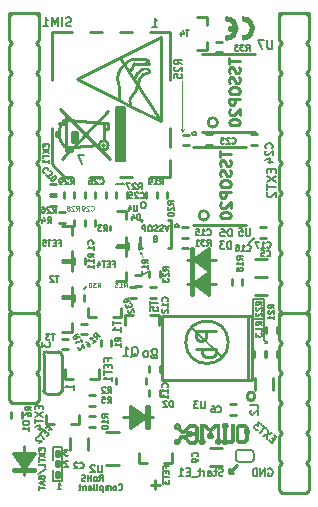
<source format=gbr>
G04 #@! TF.GenerationSoftware,KiCad,Pcbnew,5.1.6-c6e7f7d~87~ubuntu18.04.1*
G04 #@! TF.CreationDate,2021-11-02T16:25:14+02:00*
G04 #@! TF.ProjectId,NB-IoT-DevKit_Rev_D,4e422d49-6f54-42d4-9465-764b69745f52,D*
G04 #@! TF.SameCoordinates,Original*
G04 #@! TF.FileFunction,Legend,Bot*
G04 #@! TF.FilePolarity,Positive*
%FSLAX46Y46*%
G04 Gerber Fmt 4.6, Leading zero omitted, Abs format (unit mm)*
G04 Created by KiCad (PCBNEW 5.1.6-c6e7f7d~87~ubuntu18.04.1) date 2021-11-02 16:25:14*
%MOMM*%
%LPD*%
G01*
G04 APERTURE LIST*
%ADD10C,0.120000*%
%ADD11C,0.127000*%
%ADD12C,0.254000*%
%ADD13C,0.158750*%
%ADD14C,0.190500*%
%ADD15C,0.300000*%
%ADD16C,0.150000*%
%ADD17C,0.152400*%
%ADD18C,0.009000*%
%ADD19C,0.200000*%
%ADD20C,0.101600*%
%ADD21C,0.225000*%
G04 APERTURE END LIST*
D10*
X141859000Y-81153000D02*
X142049500Y-81280000D01*
X141859000Y-81153000D02*
X141859000Y-81343500D01*
X141859000Y-81153000D02*
X142113000Y-81597500D01*
X145605500Y-70739000D02*
X145478500Y-70993000D01*
X145478500Y-70993000D02*
X145351500Y-70739000D01*
X145478500Y-66675000D02*
X145478500Y-70993000D01*
D11*
X151422100Y-79946500D02*
X151574500Y-79946500D01*
X151574500Y-79946500D02*
X151574500Y-80073500D01*
X140533204Y-75374500D02*
X140398500Y-75438000D01*
X140525500Y-75374500D02*
X140398500Y-75311000D01*
X139890500Y-75374500D02*
X140525500Y-75374500D01*
X139827000Y-75438000D02*
X139890500Y-75374500D01*
X133552474Y-97769196D02*
X133552474Y-97938529D01*
X133818569Y-98011100D02*
X133818569Y-97769196D01*
X133310569Y-97769196D01*
X133310569Y-98011100D01*
X133310569Y-98180434D02*
X133818569Y-98519100D01*
X133310569Y-98519100D02*
X133818569Y-98180434D01*
X133310569Y-98640053D02*
X133310569Y-98930339D01*
X133818569Y-98785196D02*
X133310569Y-98785196D01*
X133818569Y-99365767D02*
X133818569Y-99075481D01*
X133818569Y-99220624D02*
X133310569Y-99220624D01*
X133383140Y-99172243D01*
X133431521Y-99123862D01*
X133455712Y-99075481D01*
X133286379Y-99946339D02*
X133939521Y-99510910D01*
X133552474Y-100285005D02*
X133576664Y-100357577D01*
X133600855Y-100381767D01*
X133649236Y-100405958D01*
X133721807Y-100405958D01*
X133770188Y-100381767D01*
X133794379Y-100357577D01*
X133818569Y-100309196D01*
X133818569Y-100115672D01*
X133310569Y-100115672D01*
X133310569Y-100285005D01*
X133334760Y-100333386D01*
X133358950Y-100357577D01*
X133407331Y-100381767D01*
X133455712Y-100381767D01*
X133504093Y-100357577D01*
X133528283Y-100333386D01*
X133552474Y-100285005D01*
X133552474Y-100115672D01*
X133673426Y-100599481D02*
X133673426Y-100841386D01*
X133818569Y-100551100D02*
X133310569Y-100720434D01*
X133818569Y-100889767D01*
X133310569Y-100986529D02*
X133310569Y-101276815D01*
X133818569Y-101131672D02*
X133310569Y-101131672D01*
D12*
X149768560Y-99882960D02*
X149438360Y-99552760D01*
X149438360Y-99882960D02*
X149768560Y-99882960D01*
X149438360Y-99862640D02*
X149438360Y-99552760D01*
X150114000Y-99187000D02*
X149438360Y-99862640D01*
D13*
X152756809Y-99514660D02*
X152817285Y-99484421D01*
X152908000Y-99484421D01*
X152998714Y-99514660D01*
X153059190Y-99575136D01*
X153089428Y-99635612D01*
X153119666Y-99756564D01*
X153119666Y-99847279D01*
X153089428Y-99968231D01*
X153059190Y-100028707D01*
X152998714Y-100089183D01*
X152908000Y-100119421D01*
X152847523Y-100119421D01*
X152756809Y-100089183D01*
X152726571Y-100058945D01*
X152726571Y-99847279D01*
X152847523Y-99847279D01*
X152454428Y-100119421D02*
X152454428Y-99484421D01*
X152091571Y-100119421D01*
X152091571Y-99484421D01*
X151789190Y-100119421D02*
X151789190Y-99484421D01*
X151638000Y-99484421D01*
X151547285Y-99514660D01*
X151486809Y-99575136D01*
X151456571Y-99635612D01*
X151426333Y-99756564D01*
X151426333Y-99847279D01*
X151456571Y-99968231D01*
X151486809Y-100028707D01*
X151547285Y-100089183D01*
X151638000Y-100119421D01*
X151789190Y-100119421D01*
D11*
X137383520Y-84074000D02*
X137160000Y-84302600D01*
X151574500Y-79946500D02*
X151130000Y-80391000D01*
X138444211Y-100559809D02*
X138613545Y-100317904D01*
X138734497Y-100559809D02*
X138734497Y-100051809D01*
X138540973Y-100051809D01*
X138492592Y-100076000D01*
X138468402Y-100100190D01*
X138444211Y-100148571D01*
X138444211Y-100221142D01*
X138468402Y-100269523D01*
X138492592Y-100293714D01*
X138540973Y-100317904D01*
X138734497Y-100317904D01*
X138153926Y-100559809D02*
X138202307Y-100535619D01*
X138226497Y-100511428D01*
X138250688Y-100463047D01*
X138250688Y-100317904D01*
X138226497Y-100269523D01*
X138202307Y-100245333D01*
X138153926Y-100221142D01*
X138081354Y-100221142D01*
X138032973Y-100245333D01*
X138008783Y-100269523D01*
X137984592Y-100317904D01*
X137984592Y-100463047D01*
X138008783Y-100511428D01*
X138032973Y-100535619D01*
X138081354Y-100559809D01*
X138153926Y-100559809D01*
X137766878Y-100559809D02*
X137766878Y-100051809D01*
X137766878Y-100293714D02*
X137476592Y-100293714D01*
X137476592Y-100559809D02*
X137476592Y-100051809D01*
X137258878Y-100535619D02*
X137186307Y-100559809D01*
X137065354Y-100559809D01*
X137016973Y-100535619D01*
X136992783Y-100511428D01*
X136968592Y-100463047D01*
X136968592Y-100414666D01*
X136992783Y-100366285D01*
X137016973Y-100342095D01*
X137065354Y-100317904D01*
X137162116Y-100293714D01*
X137210497Y-100269523D01*
X137234688Y-100245333D01*
X137258878Y-100196952D01*
X137258878Y-100148571D01*
X137234688Y-100100190D01*
X137210497Y-100076000D01*
X137162116Y-100051809D01*
X137041164Y-100051809D01*
X136968592Y-100076000D01*
X151447500Y-86868000D02*
X152400000Y-86868000D01*
X151447500Y-86868000D02*
X151447500Y-85153500D01*
X151447500Y-85153500D02*
X152400000Y-85153500D01*
X152463500Y-88900000D02*
X152654000Y-88900000D01*
X152654000Y-88709500D02*
X152654000Y-88900000D01*
X152400000Y-88646000D02*
X152400000Y-85153500D01*
X152654000Y-88900000D02*
X152400000Y-88646000D01*
D13*
X133632181Y-88810253D02*
X133632181Y-89203348D01*
X133874086Y-88991681D01*
X133874086Y-89082396D01*
X133904324Y-89142872D01*
X133934562Y-89173110D01*
X133995039Y-89203348D01*
X134146229Y-89203348D01*
X134206705Y-89173110D01*
X134236943Y-89142872D01*
X134267181Y-89082396D01*
X134267181Y-88900967D01*
X134236943Y-88840491D01*
X134206705Y-88810253D01*
D14*
X136280434Y-92841354D02*
X136280434Y-92405925D01*
X136280434Y-92623640D02*
X135518434Y-92623640D01*
X135627291Y-92551068D01*
X135699862Y-92478497D01*
X135736148Y-92405925D01*
D11*
X135805333Y-97892809D02*
X135490857Y-97892809D01*
X135660190Y-98086333D01*
X135587619Y-98086333D01*
X135539238Y-98110523D01*
X135515047Y-98134714D01*
X135490857Y-98183095D01*
X135490857Y-98304047D01*
X135515047Y-98352428D01*
X135539238Y-98376619D01*
X135587619Y-98400809D01*
X135732761Y-98400809D01*
X135781142Y-98376619D01*
X135805333Y-98352428D01*
X135781142Y-98893690D02*
X135756952Y-98869500D01*
X135708571Y-98845309D01*
X135587619Y-98845309D01*
X135539238Y-98869500D01*
X135515047Y-98893690D01*
X135490857Y-98942071D01*
X135490857Y-98990452D01*
X135515047Y-99063023D01*
X135805333Y-99353309D01*
X135490857Y-99353309D01*
X134919357Y-101258309D02*
X135209642Y-101258309D01*
X135064500Y-101258309D02*
X135064500Y-100750309D01*
X135112880Y-100822880D01*
X135161261Y-100871261D01*
X135209642Y-100895452D01*
X134493000Y-97663000D02*
X134493000Y-98806000D01*
D12*
X135001000Y-99314000D02*
X134810500Y-99314000D01*
X135001000Y-98869500D02*
X135001000Y-99314000D01*
X134810500Y-99314000D02*
X134810500Y-98869500D01*
X134810500Y-98869500D02*
X135001000Y-98869500D01*
X135001000Y-99758500D02*
X135001000Y-100203000D01*
X135001000Y-100203000D02*
X134810500Y-100203000D01*
X134810500Y-99758500D02*
X135001000Y-99758500D01*
X134810500Y-100203000D02*
X134810500Y-99758500D01*
X134810500Y-98425000D02*
X134810500Y-97980500D01*
X135001000Y-98425000D02*
X134810500Y-98425000D01*
X135001000Y-97980500D02*
X135001000Y-98425000D01*
X134810500Y-97980500D02*
X135001000Y-97980500D01*
D11*
X135318500Y-97663000D02*
X135318500Y-100520500D01*
X134493000Y-97663000D02*
X135318500Y-97663000D01*
X134493000Y-100520500D02*
X135318500Y-100520500D01*
X134493000Y-99631500D02*
X134493000Y-100520500D01*
X140095211Y-101273428D02*
X140119402Y-101297619D01*
X140191973Y-101321809D01*
X140240354Y-101321809D01*
X140312926Y-101297619D01*
X140361307Y-101249238D01*
X140385497Y-101200857D01*
X140409688Y-101104095D01*
X140409688Y-101031523D01*
X140385497Y-100934761D01*
X140361307Y-100886380D01*
X140312926Y-100838000D01*
X140240354Y-100813809D01*
X140191973Y-100813809D01*
X140119402Y-100838000D01*
X140095211Y-100862190D01*
X139804926Y-101321809D02*
X139853307Y-101297619D01*
X139877497Y-101273428D01*
X139901688Y-101225047D01*
X139901688Y-101079904D01*
X139877497Y-101031523D01*
X139853307Y-101007333D01*
X139804926Y-100983142D01*
X139732354Y-100983142D01*
X139683973Y-101007333D01*
X139659783Y-101031523D01*
X139635592Y-101079904D01*
X139635592Y-101225047D01*
X139659783Y-101273428D01*
X139683973Y-101297619D01*
X139732354Y-101321809D01*
X139804926Y-101321809D01*
X139417878Y-101321809D02*
X139417878Y-100983142D01*
X139417878Y-101031523D02*
X139393688Y-101007333D01*
X139345307Y-100983142D01*
X139272735Y-100983142D01*
X139224354Y-101007333D01*
X139200164Y-101055714D01*
X139200164Y-101321809D01*
X139200164Y-101055714D02*
X139175973Y-101007333D01*
X139127592Y-100983142D01*
X139055021Y-100983142D01*
X139006640Y-101007333D01*
X138982450Y-101055714D01*
X138982450Y-101321809D01*
X138740545Y-100983142D02*
X138740545Y-101491142D01*
X138740545Y-101007333D02*
X138692164Y-100983142D01*
X138595402Y-100983142D01*
X138547021Y-101007333D01*
X138522830Y-101031523D01*
X138498640Y-101079904D01*
X138498640Y-101225047D01*
X138522830Y-101273428D01*
X138547021Y-101297619D01*
X138595402Y-101321809D01*
X138692164Y-101321809D01*
X138740545Y-101297619D01*
X138208354Y-101321809D02*
X138256735Y-101297619D01*
X138280926Y-101249238D01*
X138280926Y-100813809D01*
X138014830Y-101321809D02*
X138014830Y-100983142D01*
X138014830Y-100813809D02*
X138039021Y-100838000D01*
X138014830Y-100862190D01*
X137990640Y-100838000D01*
X138014830Y-100813809D01*
X138014830Y-100862190D01*
X137555211Y-101321809D02*
X137555211Y-101055714D01*
X137579402Y-101007333D01*
X137627783Y-100983142D01*
X137724545Y-100983142D01*
X137772926Y-101007333D01*
X137555211Y-101297619D02*
X137603592Y-101321809D01*
X137724545Y-101321809D01*
X137772926Y-101297619D01*
X137797116Y-101249238D01*
X137797116Y-101200857D01*
X137772926Y-101152476D01*
X137724545Y-101128285D01*
X137603592Y-101128285D01*
X137555211Y-101104095D01*
X137313307Y-100983142D02*
X137313307Y-101321809D01*
X137313307Y-101031523D02*
X137289116Y-101007333D01*
X137240735Y-100983142D01*
X137168164Y-100983142D01*
X137119783Y-101007333D01*
X137095592Y-101055714D01*
X137095592Y-101321809D01*
X136926259Y-100983142D02*
X136732735Y-100983142D01*
X136853688Y-100813809D02*
X136853688Y-101249238D01*
X136829497Y-101297619D01*
X136781116Y-101321809D01*
X136732735Y-101321809D01*
D12*
X143579547Y-100847071D02*
X142805452Y-100847071D01*
X143192500Y-101234119D02*
X143192500Y-100460023D01*
X144292500Y-80829000D02*
X144492500Y-80829000D01*
X144492500Y-80829000D02*
X144492500Y-78429000D01*
X144292500Y-78429000D02*
X144492500Y-78429000D01*
X142092500Y-80829000D02*
X141892500Y-80829000D01*
X142092500Y-78429000D02*
X141992500Y-78529000D01*
X141892500Y-79879000D02*
X141892500Y-80829000D01*
X149423500Y-62230000D02*
X149923500Y-62230000D01*
X149423500Y-62130000D02*
X149423500Y-62330000D01*
X150623500Y-61330000D02*
X150623500Y-61530000D01*
X150623500Y-62930000D02*
X150623500Y-63130000D01*
X149223500Y-62930000D02*
X149223500Y-63130000D01*
X149223500Y-61330000D02*
X149223500Y-61530000D01*
X149423500Y-62330000D02*
X149923500Y-62330000D01*
X149423500Y-62130000D02*
X149923500Y-62130000D01*
X149223500Y-63130000D02*
G75*
G03*
X149223500Y-61330000I0J900000D01*
G01*
D15*
X149245440Y-62998221D02*
G75*
G03*
X149323500Y-61468000I-21940J768221D01*
G01*
D12*
X149223500Y-62930000D02*
G75*
G03*
X149223500Y-61530000I0J700000D01*
G01*
D15*
X150687000Y-62992000D02*
G75*
G03*
X150687000Y-61468000I-63500J762000D01*
G01*
D12*
X150623500Y-63130000D02*
G75*
G03*
X150623500Y-61330000I0J900000D01*
G01*
X150623500Y-62930000D02*
G75*
G03*
X150623500Y-61530000I0J700000D01*
G01*
X136146000Y-74793500D02*
X135446000Y-74793500D01*
X134421000Y-66611500D02*
X134421000Y-63893500D01*
X141224000Y-62493500D02*
X140208000Y-62493500D01*
X138684000Y-62493500D02*
X137668000Y-62493500D01*
X141224000Y-74793500D02*
X140208000Y-74793500D01*
X144471000Y-66611500D02*
X144471000Y-62493500D01*
X144471000Y-74793500D02*
X142748000Y-74793500D01*
X144471000Y-62493500D02*
X142748000Y-62493500D01*
X134421000Y-73743500D02*
X134421000Y-70675500D01*
X144471000Y-74793500D02*
X144471000Y-73393500D01*
X144471000Y-72275500D02*
X144471000Y-70675500D01*
X136146000Y-62493500D02*
X134421000Y-62493500D01*
X135446000Y-74793500D02*
X134421000Y-73743500D01*
X138684000Y-74793500D02*
X137668000Y-74793500D01*
X134421000Y-63893500D02*
X134421000Y-62493500D01*
X140716000Y-80746600D02*
X140716000Y-81457800D01*
X139877800Y-80746600D02*
X140716000Y-80746600D01*
X139877800Y-83591400D02*
X140716000Y-83591400D01*
X140716000Y-82880200D02*
X140716000Y-83591400D01*
X138112500Y-78740000D02*
X138112500Y-78486000D01*
X138112500Y-78740000D02*
X138112500Y-78994000D01*
X137223500Y-78740000D02*
X137223500Y-78994000D01*
X137223500Y-78740000D02*
X137223500Y-78486000D01*
X137795000Y-93281500D02*
X137541000Y-93281500D01*
X137795000Y-93281500D02*
X138049000Y-93281500D01*
X137795000Y-94170500D02*
X138049000Y-94170500D01*
X137795000Y-94170500D02*
X137541000Y-94170500D01*
X145796000Y-71247000D02*
X145542000Y-71247000D01*
X145796000Y-71247000D02*
X146050000Y-71247000D01*
X145796000Y-72136000D02*
X146050000Y-72136000D01*
X145796000Y-72136000D02*
X145542000Y-72136000D01*
X135255000Y-78676500D02*
X135509000Y-78676500D01*
X135255000Y-78676500D02*
X135001000Y-78676500D01*
X135255000Y-77787500D02*
X135001000Y-77787500D01*
X135255000Y-77787500D02*
X135509000Y-77787500D01*
X137795000Y-95059500D02*
X138049000Y-95059500D01*
X137795000Y-95059500D02*
X137541000Y-95059500D01*
X137795000Y-94170500D02*
X137541000Y-94170500D01*
X137795000Y-94170500D02*
X138049000Y-94170500D01*
X148590000Y-63373000D02*
X148336000Y-63373000D01*
X148590000Y-63373000D02*
X148844000Y-63373000D01*
X148590000Y-64262000D02*
X148844000Y-64262000D01*
X148590000Y-64262000D02*
X148336000Y-64262000D01*
X141287500Y-85026500D02*
X141541500Y-85026500D01*
X141287500Y-85026500D02*
X141033500Y-85026500D01*
X141287500Y-84137500D02*
X141033500Y-84137500D01*
X141287500Y-84137500D02*
X141541500Y-84137500D01*
X146812000Y-83693000D02*
X146812000Y-84074000D01*
X146939000Y-83566000D02*
X146939000Y-84201000D01*
X147066000Y-83439000D02*
X147066000Y-84201000D01*
X147193000Y-83439000D02*
X147193000Y-84328000D01*
X147320000Y-84328000D02*
X147320000Y-83185000D01*
X147447000Y-83185000D02*
X147447000Y-84455000D01*
X147574000Y-84582000D02*
X147574000Y-83058000D01*
X146354800Y-82880200D02*
X146177000Y-82880200D01*
X146354800Y-84785200D02*
X146177000Y-84785200D01*
X146177000Y-82880200D02*
X146177000Y-84785200D01*
X147726400Y-82880200D02*
X147726400Y-84785200D01*
X146354800Y-82880200D02*
X146354800Y-84785200D01*
X146354800Y-83794600D02*
X147726400Y-84785200D01*
X147726400Y-82880200D02*
X146354800Y-83794600D01*
X148310600Y-83832700D02*
X145834100Y-83832700D01*
X146812000Y-81661000D02*
X146812000Y-82042000D01*
X146939000Y-81534000D02*
X146939000Y-82169000D01*
X147066000Y-81407000D02*
X147066000Y-82169000D01*
X147193000Y-81407000D02*
X147193000Y-82296000D01*
X147320000Y-82296000D02*
X147320000Y-81153000D01*
X147447000Y-81153000D02*
X147447000Y-82423000D01*
X147574000Y-82550000D02*
X147574000Y-81026000D01*
X146354800Y-80848200D02*
X146177000Y-80848200D01*
X146354800Y-82753200D02*
X146177000Y-82753200D01*
X146177000Y-80848200D02*
X146177000Y-82753200D01*
X147726400Y-80848200D02*
X147726400Y-82753200D01*
X146354800Y-80848200D02*
X146354800Y-82753200D01*
X146354800Y-81762600D02*
X147726400Y-82753200D01*
X147726400Y-80848200D02*
X146354800Y-81762600D01*
X148310600Y-81800700D02*
X145834100Y-81800700D01*
X139377600Y-79324200D02*
X139377600Y-78917800D01*
X140698400Y-77698600D02*
X139911000Y-77698600D01*
X140698400Y-78359000D02*
X140698400Y-77698600D01*
X140698400Y-80543400D02*
X140698400Y-79883000D01*
X139911000Y-80543400D02*
X140698400Y-80543400D01*
D16*
X151511000Y-98171000D02*
X151511000Y-98679000D01*
X151257000Y-98933000D02*
X150241000Y-98933000D01*
X149987000Y-98679000D02*
X149987000Y-98171000D01*
X150241000Y-97917000D02*
X151257000Y-97917000D01*
D17*
X151257000Y-97917000D02*
G75*
G02*
X151511000Y-98171000I0J-254000D01*
G01*
X149987000Y-98171000D02*
G75*
G02*
X150241000Y-97917000I254000J0D01*
G01*
X150241000Y-98933000D02*
G75*
G02*
X149987000Y-98679000I0J254000D01*
G01*
X151511000Y-98679000D02*
G75*
G02*
X151257000Y-98933000I-254000J0D01*
G01*
D12*
X148844000Y-97790000D02*
X147828000Y-97790000D01*
X148844000Y-99314000D02*
X147828000Y-99314000D01*
X136271000Y-85026500D02*
X136271000Y-85280500D01*
X136271000Y-85026500D02*
X136271000Y-84772500D01*
X137160000Y-85026500D02*
X137160000Y-84772500D01*
X137160000Y-85026500D02*
X137160000Y-85280500D01*
X145669000Y-80835500D02*
X145923000Y-80835500D01*
X145669000Y-80835500D02*
X145415000Y-80835500D01*
X145669000Y-79946500D02*
X145415000Y-79946500D01*
X145669000Y-79946500D02*
X145923000Y-79946500D01*
X153670000Y-60960000D02*
X156210000Y-60960000D01*
X155956000Y-66040000D02*
X156210000Y-66294000D01*
X156210000Y-65786000D02*
X155956000Y-66040000D01*
X156210000Y-63246000D02*
X156210000Y-61468000D01*
X155956000Y-63500000D02*
X156210000Y-63246000D01*
X156210000Y-63754000D02*
X155956000Y-63500000D01*
X156210000Y-65786000D02*
X156210000Y-63754000D01*
X156210000Y-61468000D02*
X156210000Y-60960000D01*
X156210000Y-61214000D02*
X155956000Y-60960000D01*
X153924000Y-60960000D02*
X153670000Y-61214000D01*
X156210000Y-68326000D02*
X156210000Y-66294000D01*
X155956000Y-68580000D02*
X156210000Y-68326000D01*
X156210000Y-71374000D02*
X155956000Y-71120000D01*
X156210000Y-70866000D02*
X156210000Y-68834000D01*
X155956000Y-71120000D02*
X156210000Y-70866000D01*
X153670000Y-70866000D02*
X153924000Y-71120000D01*
X153670000Y-68834000D02*
X153670000Y-70866000D01*
X153924000Y-68580000D02*
X153670000Y-68834000D01*
X153670000Y-68326000D02*
X153924000Y-68580000D01*
X153670000Y-66294000D02*
X153670000Y-68326000D01*
X153924000Y-66040000D02*
X153670000Y-66294000D01*
X153670000Y-65786000D02*
X153924000Y-66040000D01*
X153670000Y-63754000D02*
X153670000Y-65786000D01*
X153924000Y-63500000D02*
X153670000Y-63754000D01*
X153670000Y-63246000D02*
X153924000Y-63500000D01*
X153670000Y-61214000D02*
X153670000Y-63246000D01*
X153670000Y-60960000D02*
X153670000Y-61214000D01*
X153924000Y-71120000D02*
X153670000Y-71374000D01*
X153670000Y-71374000D02*
X153670000Y-73406000D01*
X153670000Y-75946000D02*
X153924000Y-76200000D01*
X156210000Y-73406000D02*
X156210000Y-71374000D01*
X156210000Y-68834000D02*
X155956000Y-68580000D01*
X155956000Y-76200000D02*
X156210000Y-75946000D01*
X153670000Y-73914000D02*
X153670000Y-75946000D01*
X153924000Y-73660000D02*
X153670000Y-73914000D01*
X156210000Y-75946000D02*
X156210000Y-73914000D01*
X155956000Y-73660000D02*
X156210000Y-73406000D01*
X156210000Y-73914000D02*
X155956000Y-73660000D01*
X153670000Y-73406000D02*
X153924000Y-73660000D01*
X153670000Y-75946000D02*
X153924000Y-76200000D01*
X155956000Y-76200000D02*
X156210000Y-75946000D01*
X156210000Y-75946000D02*
X156210000Y-73914000D01*
X153670000Y-73914000D02*
X153670000Y-75946000D01*
X153924000Y-73660000D02*
X153670000Y-73914000D01*
X156210000Y-73914000D02*
X155956000Y-73660000D01*
X156210000Y-78994000D02*
X155956000Y-78740000D01*
X153924000Y-78740000D02*
X153670000Y-78994000D01*
X153670000Y-78994000D02*
X153670000Y-81026000D01*
X156210000Y-81026000D02*
X156210000Y-78994000D01*
X155956000Y-81280000D02*
X156210000Y-81026000D01*
X153670000Y-81026000D02*
X153924000Y-81280000D01*
X153670000Y-78486000D02*
X153924000Y-78740000D01*
X156210000Y-78994000D02*
X155956000Y-78740000D01*
X155956000Y-78740000D02*
X156210000Y-78486000D01*
X156210000Y-81026000D02*
X156210000Y-78994000D01*
X153924000Y-78740000D02*
X153670000Y-78994000D01*
X153670000Y-78994000D02*
X153670000Y-81026000D01*
X155956000Y-81280000D02*
X156210000Y-81026000D01*
X156210000Y-78486000D02*
X156210000Y-76454000D01*
X153670000Y-81026000D02*
X153924000Y-81280000D01*
X153670000Y-76454000D02*
X153670000Y-78486000D01*
X153924000Y-76200000D02*
X153670000Y-76454000D01*
X156210000Y-76454000D02*
X155956000Y-76200000D01*
X156210000Y-81534000D02*
X155956000Y-81280000D01*
X153924000Y-81280000D02*
X153670000Y-81534000D01*
X153670000Y-81534000D02*
X153670000Y-83566000D01*
X153670000Y-86106000D02*
X153924000Y-86360000D01*
X156210000Y-83566000D02*
X156210000Y-81534000D01*
X155956000Y-86360000D02*
X156210000Y-86106000D01*
X153924000Y-86360000D02*
X155956000Y-86360000D01*
X153670000Y-84074000D02*
X153670000Y-86106000D01*
X153924000Y-83820000D02*
X153670000Y-84074000D01*
X156210000Y-86106000D02*
X156210000Y-84074000D01*
X155956000Y-83820000D02*
X156210000Y-83566000D01*
X156210000Y-84074000D02*
X155956000Y-83820000D01*
X153670000Y-83566000D02*
X153924000Y-83820000D01*
X153670000Y-86106000D02*
X153924000Y-86360000D01*
X155956000Y-86360000D02*
X156210000Y-86106000D01*
X156210000Y-86106000D02*
X156210000Y-84074000D01*
X153670000Y-84074000D02*
X153670000Y-86106000D01*
X153924000Y-83820000D02*
X153670000Y-84074000D01*
X156210000Y-84074000D02*
X155956000Y-83820000D01*
X153670000Y-86360000D02*
X156210000Y-86360000D01*
X155956000Y-91440000D02*
X156210000Y-91694000D01*
X156210000Y-91186000D02*
X155956000Y-91440000D01*
X156210000Y-88646000D02*
X156210000Y-86868000D01*
X155956000Y-88900000D02*
X156210000Y-88646000D01*
X156210000Y-89154000D02*
X155956000Y-88900000D01*
X156210000Y-91186000D02*
X156210000Y-89154000D01*
X156210000Y-86868000D02*
X156210000Y-86360000D01*
X156210000Y-86614000D02*
X155956000Y-86360000D01*
X153924000Y-86360000D02*
X153670000Y-86614000D01*
X156210000Y-93726000D02*
X156210000Y-91694000D01*
X155956000Y-93980000D02*
X156210000Y-93726000D01*
X156210000Y-96774000D02*
X155956000Y-96520000D01*
X156210000Y-96266000D02*
X156210000Y-94234000D01*
X155956000Y-96520000D02*
X156210000Y-96266000D01*
X153670000Y-96266000D02*
X153924000Y-96520000D01*
X153670000Y-94234000D02*
X153670000Y-96266000D01*
X153924000Y-93980000D02*
X153670000Y-94234000D01*
X153670000Y-93726000D02*
X153924000Y-93980000D01*
X153670000Y-91694000D02*
X153670000Y-93726000D01*
X153924000Y-91440000D02*
X153670000Y-91694000D01*
X153670000Y-91186000D02*
X153924000Y-91440000D01*
X153670000Y-89154000D02*
X153670000Y-91186000D01*
X153924000Y-88900000D02*
X153670000Y-89154000D01*
X153670000Y-88646000D02*
X153924000Y-88900000D01*
X153670000Y-86614000D02*
X153670000Y-88646000D01*
X153670000Y-86360000D02*
X153670000Y-86614000D01*
X153924000Y-96520000D02*
X153670000Y-96774000D01*
X153670000Y-96774000D02*
X153670000Y-98806000D01*
X153670000Y-101346000D02*
X153924000Y-101600000D01*
X156210000Y-98806000D02*
X156210000Y-96774000D01*
X156210000Y-94234000D02*
X155956000Y-93980000D01*
X155956000Y-101600000D02*
X156210000Y-101346000D01*
X153924000Y-101600000D02*
X155956000Y-101600000D01*
X153670000Y-99314000D02*
X153670000Y-101346000D01*
X153924000Y-99060000D02*
X153670000Y-99314000D01*
X156210000Y-101346000D02*
X156210000Y-99314000D01*
X155956000Y-99060000D02*
X156210000Y-98806000D01*
X156210000Y-99314000D02*
X155956000Y-99060000D01*
X153670000Y-98806000D02*
X153924000Y-99060000D01*
X153670000Y-101346000D02*
X153924000Y-101600000D01*
X155956000Y-101600000D02*
X156210000Y-101346000D01*
X156210000Y-101346000D02*
X156210000Y-99314000D01*
X153670000Y-99314000D02*
X153670000Y-101346000D01*
X153924000Y-99060000D02*
X153670000Y-99314000D01*
X156210000Y-99314000D02*
X155956000Y-99060000D01*
X130810000Y-86360000D02*
X133350000Y-86360000D01*
X133096000Y-91440000D02*
X133350000Y-91694000D01*
X133350000Y-91186000D02*
X133096000Y-91440000D01*
X133350000Y-88646000D02*
X133350000Y-86868000D01*
X133096000Y-88900000D02*
X133350000Y-88646000D01*
X133350000Y-89154000D02*
X133096000Y-88900000D01*
X133350000Y-91186000D02*
X133350000Y-89154000D01*
X133350000Y-86868000D02*
X133350000Y-86360000D01*
X133350000Y-86614000D02*
X133096000Y-86360000D01*
X131064000Y-86360000D02*
X130810000Y-86614000D01*
X133350000Y-93726000D02*
X133350000Y-91694000D01*
X133096000Y-93980000D02*
X133350000Y-93726000D01*
X131064000Y-93980000D02*
X133096000Y-93980000D01*
X130810000Y-93726000D02*
X131064000Y-93980000D01*
X130810000Y-91694000D02*
X130810000Y-93726000D01*
X131064000Y-91440000D02*
X130810000Y-91694000D01*
X130810000Y-91186000D02*
X131064000Y-91440000D01*
X130810000Y-89154000D02*
X130810000Y-91186000D01*
X131064000Y-88900000D02*
X130810000Y-89154000D01*
X130810000Y-88646000D02*
X131064000Y-88900000D01*
X130810000Y-86614000D02*
X130810000Y-88646000D01*
X130810000Y-86360000D02*
X130810000Y-86614000D01*
X130810000Y-60960000D02*
X133350000Y-60960000D01*
X133096000Y-66040000D02*
X133350000Y-66294000D01*
X133350000Y-65786000D02*
X133096000Y-66040000D01*
X133350000Y-63246000D02*
X133350000Y-61468000D01*
X133096000Y-63500000D02*
X133350000Y-63246000D01*
X133350000Y-63754000D02*
X133096000Y-63500000D01*
X133350000Y-65786000D02*
X133350000Y-63754000D01*
X133350000Y-61468000D02*
X133350000Y-60960000D01*
X133350000Y-61214000D02*
X133096000Y-60960000D01*
X131064000Y-60960000D02*
X130810000Y-61214000D01*
X133350000Y-68326000D02*
X133350000Y-66294000D01*
X133096000Y-68580000D02*
X133350000Y-68326000D01*
X133350000Y-71374000D02*
X133096000Y-71120000D01*
X133350000Y-70866000D02*
X133350000Y-68834000D01*
X133096000Y-71120000D02*
X133350000Y-70866000D01*
X130810000Y-70866000D02*
X131064000Y-71120000D01*
X130810000Y-68834000D02*
X130810000Y-70866000D01*
X131064000Y-68580000D02*
X130810000Y-68834000D01*
X130810000Y-68326000D02*
X131064000Y-68580000D01*
X130810000Y-66294000D02*
X130810000Y-68326000D01*
X131064000Y-66040000D02*
X130810000Y-66294000D01*
X130810000Y-65786000D02*
X131064000Y-66040000D01*
X130810000Y-63754000D02*
X130810000Y-65786000D01*
X131064000Y-63500000D02*
X130810000Y-63754000D01*
X130810000Y-63246000D02*
X131064000Y-63500000D01*
X130810000Y-61214000D02*
X130810000Y-63246000D01*
X130810000Y-60960000D02*
X130810000Y-61214000D01*
X131064000Y-71120000D02*
X130810000Y-71374000D01*
X130810000Y-71374000D02*
X130810000Y-73406000D01*
X130810000Y-75946000D02*
X131064000Y-76200000D01*
X133350000Y-73406000D02*
X133350000Y-71374000D01*
X133350000Y-68834000D02*
X133096000Y-68580000D01*
X133096000Y-76200000D02*
X133350000Y-75946000D01*
X130810000Y-73914000D02*
X130810000Y-75946000D01*
X131064000Y-73660000D02*
X130810000Y-73914000D01*
X133350000Y-75946000D02*
X133350000Y-73914000D01*
X133096000Y-73660000D02*
X133350000Y-73406000D01*
X133350000Y-73914000D02*
X133096000Y-73660000D01*
X130810000Y-73406000D02*
X131064000Y-73660000D01*
X130810000Y-75946000D02*
X131064000Y-76200000D01*
X133096000Y-76200000D02*
X133350000Y-75946000D01*
X133350000Y-75946000D02*
X133350000Y-73914000D01*
X130810000Y-73914000D02*
X130810000Y-75946000D01*
X131064000Y-73660000D02*
X130810000Y-73914000D01*
X133350000Y-73914000D02*
X133096000Y-73660000D01*
X133350000Y-78994000D02*
X133096000Y-78740000D01*
X131064000Y-78740000D02*
X130810000Y-78994000D01*
X130810000Y-78994000D02*
X130810000Y-81026000D01*
X133350000Y-81026000D02*
X133350000Y-78994000D01*
X133096000Y-81280000D02*
X133350000Y-81026000D01*
X130810000Y-81026000D02*
X131064000Y-81280000D01*
X130810000Y-78486000D02*
X131064000Y-78740000D01*
X133350000Y-78994000D02*
X133096000Y-78740000D01*
X133096000Y-78740000D02*
X133350000Y-78486000D01*
X133350000Y-81026000D02*
X133350000Y-78994000D01*
X131064000Y-78740000D02*
X130810000Y-78994000D01*
X130810000Y-78994000D02*
X130810000Y-81026000D01*
X133096000Y-81280000D02*
X133350000Y-81026000D01*
X133350000Y-78486000D02*
X133350000Y-76454000D01*
X130810000Y-81026000D02*
X131064000Y-81280000D01*
X130810000Y-76454000D02*
X130810000Y-78486000D01*
X131064000Y-76200000D02*
X130810000Y-76454000D01*
X133350000Y-76454000D02*
X133096000Y-76200000D01*
X133350000Y-81534000D02*
X133096000Y-81280000D01*
X131064000Y-81280000D02*
X130810000Y-81534000D01*
X130810000Y-81534000D02*
X130810000Y-83566000D01*
X130810000Y-86106000D02*
X131064000Y-86360000D01*
X133350000Y-83566000D02*
X133350000Y-81534000D01*
X133096000Y-86360000D02*
X133350000Y-86106000D01*
X131064000Y-86360000D02*
X133096000Y-86360000D01*
X130810000Y-84074000D02*
X130810000Y-86106000D01*
X131064000Y-83820000D02*
X130810000Y-84074000D01*
X133350000Y-86106000D02*
X133350000Y-84074000D01*
X133096000Y-83820000D02*
X133350000Y-83566000D01*
X133350000Y-84074000D02*
X133096000Y-83820000D01*
X130810000Y-83566000D02*
X131064000Y-83820000D01*
X130810000Y-86106000D02*
X131064000Y-86360000D01*
X133096000Y-86360000D02*
X133350000Y-86106000D01*
X133350000Y-86106000D02*
X133350000Y-84074000D01*
X130810000Y-84074000D02*
X130810000Y-86106000D01*
X131064000Y-83820000D02*
X130810000Y-84074000D01*
X133350000Y-84074000D02*
X133096000Y-83820000D01*
X151602000Y-64391000D02*
X147102000Y-64391000D01*
X151602000Y-70991000D02*
X147102000Y-70991000D01*
X148452000Y-70191000D02*
G75*
G03*
X148452000Y-70191000I-400000J0D01*
G01*
X150840000Y-72265000D02*
X146340000Y-72265000D01*
X150840000Y-78865000D02*
X146340000Y-78865000D01*
X147690000Y-78065000D02*
G75*
G03*
X147690000Y-78065000I-400000J0D01*
G01*
D18*
G36*
X148832027Y-95842916D02*
G01*
X148839353Y-95896002D01*
X148860120Y-95947066D01*
X148878467Y-95974862D01*
X148898238Y-95997796D01*
X148919684Y-96018611D01*
X148927909Y-96025295D01*
X148952800Y-96043750D01*
X148953010Y-96457135D01*
X148953220Y-96870520D01*
X148998940Y-96870520D01*
X148998940Y-95838010D01*
X149002007Y-95803815D01*
X149012575Y-95781758D01*
X149032698Y-95769743D01*
X149064429Y-95765675D01*
X149069874Y-95765620D01*
X149095529Y-95767395D01*
X149116358Y-95771928D01*
X149123632Y-95775349D01*
X149136853Y-95793345D01*
X149143833Y-95819891D01*
X149144563Y-95849667D01*
X149139032Y-95877350D01*
X149127232Y-95897617D01*
X149123862Y-95900503D01*
X149103757Y-95908286D01*
X149076251Y-95910836D01*
X149047480Y-95908449D01*
X149023580Y-95901426D01*
X149014180Y-95895160D01*
X149004325Y-95880476D01*
X148999725Y-95859019D01*
X148998940Y-95838010D01*
X148998940Y-96870520D01*
X149071330Y-96870520D01*
X149189440Y-96870520D01*
X149189462Y-96457135D01*
X149189484Y-96043750D01*
X149212799Y-96028510D01*
X149235587Y-96008852D01*
X149260268Y-95980103D01*
X149282990Y-95947288D01*
X149299904Y-95915432D01*
X149300451Y-95914138D01*
X149310908Y-95872865D01*
X149312114Y-95825699D01*
X149304360Y-95778625D01*
X149292265Y-95745796D01*
X149261381Y-95697660D01*
X149219933Y-95654707D01*
X149172559Y-95621609D01*
X149165243Y-95617791D01*
X149115723Y-95601142D01*
X149062247Y-95596996D01*
X149009573Y-95605355D01*
X148977417Y-95617791D01*
X148925933Y-95650713D01*
X148885093Y-95691705D01*
X148855456Y-95738748D01*
X148837581Y-95789825D01*
X148832027Y-95842916D01*
G37*
X148832027Y-95842916D02*
X148839353Y-95896002D01*
X148860120Y-95947066D01*
X148878467Y-95974862D01*
X148898238Y-95997796D01*
X148919684Y-96018611D01*
X148927909Y-96025295D01*
X148952800Y-96043750D01*
X148953010Y-96457135D01*
X148953220Y-96870520D01*
X148998940Y-96870520D01*
X148998940Y-95838010D01*
X149002007Y-95803815D01*
X149012575Y-95781758D01*
X149032698Y-95769743D01*
X149064429Y-95765675D01*
X149069874Y-95765620D01*
X149095529Y-95767395D01*
X149116358Y-95771928D01*
X149123632Y-95775349D01*
X149136853Y-95793345D01*
X149143833Y-95819891D01*
X149144563Y-95849667D01*
X149139032Y-95877350D01*
X149127232Y-95897617D01*
X149123862Y-95900503D01*
X149103757Y-95908286D01*
X149076251Y-95910836D01*
X149047480Y-95908449D01*
X149023580Y-95901426D01*
X149014180Y-95895160D01*
X149004325Y-95880476D01*
X148999725Y-95859019D01*
X148998940Y-95838010D01*
X148998940Y-96870520D01*
X149071330Y-96870520D01*
X149189440Y-96870520D01*
X149189462Y-96457135D01*
X149189484Y-96043750D01*
X149212799Y-96028510D01*
X149235587Y-96008852D01*
X149260268Y-95980103D01*
X149282990Y-95947288D01*
X149299904Y-95915432D01*
X149300451Y-95914138D01*
X149310908Y-95872865D01*
X149312114Y-95825699D01*
X149304360Y-95778625D01*
X149292265Y-95745796D01*
X149261381Y-95697660D01*
X149219933Y-95654707D01*
X149172559Y-95621609D01*
X149165243Y-95617791D01*
X149115723Y-95601142D01*
X149062247Y-95596996D01*
X149009573Y-95605355D01*
X148977417Y-95617791D01*
X148925933Y-95650713D01*
X148885093Y-95691705D01*
X148855456Y-95738748D01*
X148837581Y-95789825D01*
X148832027Y-95842916D01*
G36*
X149980681Y-96530469D02*
G01*
X149980804Y-96611315D01*
X149981172Y-96690484D01*
X149981785Y-96766439D01*
X149982644Y-96837645D01*
X149983749Y-96902565D01*
X149985100Y-96959665D01*
X149986699Y-97007407D01*
X149988545Y-97044258D01*
X149990639Y-97068680D01*
X149992564Y-97078410D01*
X150001923Y-97092554D01*
X150020292Y-97114533D01*
X150045489Y-97142183D01*
X150075328Y-97173335D01*
X150107626Y-97205824D01*
X150140198Y-97237484D01*
X150170862Y-97266148D01*
X150197432Y-97289650D01*
X150217726Y-97305824D01*
X150218140Y-97306073D01*
X150218140Y-96989070D01*
X150218140Y-96524221D01*
X150218140Y-96059372D01*
X150269371Y-96007746D01*
X150320601Y-95956120D01*
X150499684Y-95956120D01*
X150678768Y-95956120D01*
X150730394Y-96007351D01*
X150754286Y-96031358D01*
X150769364Y-96048321D01*
X150777656Y-96061906D01*
X150781188Y-96075780D01*
X150781988Y-96093609D01*
X150781998Y-96100696D01*
X150781183Y-96125693D01*
X150777334Y-96140776D01*
X150768293Y-96151243D01*
X150758661Y-96158050D01*
X150733993Y-96179443D01*
X150708557Y-96210045D01*
X150686257Y-96244561D01*
X150671480Y-96276302D01*
X150660600Y-96329092D01*
X150663404Y-96383326D01*
X150678955Y-96436152D01*
X150706316Y-96484717D01*
X150744551Y-96526166D01*
X150756709Y-96535835D01*
X150781600Y-96554290D01*
X150781810Y-96767459D01*
X150782020Y-96980627D01*
X150730789Y-97032254D01*
X150679559Y-97083880D01*
X150496679Y-97083880D01*
X150313800Y-97083880D01*
X150265970Y-97036475D01*
X150218140Y-96989070D01*
X150218140Y-97306073D01*
X150228161Y-97312102D01*
X150243190Y-97314766D01*
X150271033Y-97316904D01*
X150309405Y-97318531D01*
X150356022Y-97319660D01*
X150408600Y-97320304D01*
X150464856Y-97320478D01*
X150522503Y-97320195D01*
X150579260Y-97319470D01*
X150632840Y-97318314D01*
X150680961Y-97316743D01*
X150721337Y-97314770D01*
X150751686Y-97312409D01*
X150769721Y-97309672D01*
X150772252Y-97308842D01*
X150787298Y-97299161D01*
X150810250Y-97280578D01*
X150827740Y-97265121D01*
X150827740Y-96348550D01*
X150830807Y-96314355D01*
X150841375Y-96292298D01*
X150861498Y-96280283D01*
X150893229Y-96276215D01*
X150898674Y-96276160D01*
X150924329Y-96277935D01*
X150945158Y-96282468D01*
X150952432Y-96285889D01*
X150965653Y-96303885D01*
X150972633Y-96330431D01*
X150973363Y-96360207D01*
X150967832Y-96387890D01*
X150956032Y-96408157D01*
X150952662Y-96411043D01*
X150932557Y-96418826D01*
X150905051Y-96421376D01*
X150876280Y-96418989D01*
X150852380Y-96411966D01*
X150842980Y-96405700D01*
X150833125Y-96391016D01*
X150828525Y-96369559D01*
X150827740Y-96348550D01*
X150827740Y-97265121D01*
X150838858Y-97255295D01*
X150870873Y-97225509D01*
X150904047Y-97193423D01*
X150936128Y-97161234D01*
X150964869Y-97131144D01*
X150988020Y-97105352D01*
X151003331Y-97086058D01*
X151007864Y-97078410D01*
X151010891Y-97067799D01*
X151013313Y-97050833D01*
X151015185Y-97026081D01*
X151016561Y-96992113D01*
X151017495Y-96947498D01*
X151018042Y-96890806D01*
X151018254Y-96820605D01*
X151018262Y-96804090D01*
X151018284Y-96554290D01*
X151041599Y-96539050D01*
X151064387Y-96519392D01*
X151089068Y-96490643D01*
X151111790Y-96457828D01*
X151128704Y-96425972D01*
X151129251Y-96424678D01*
X151137502Y-96392773D01*
X151140645Y-96353296D01*
X151138683Y-96313035D01*
X151131614Y-96278775D01*
X151129251Y-96272422D01*
X151112680Y-96240723D01*
X151090131Y-96207845D01*
X151065456Y-96178813D01*
X151042504Y-96158652D01*
X151041599Y-96158050D01*
X151018284Y-96142810D01*
X151018262Y-96069011D01*
X151017435Y-96034419D01*
X151015239Y-96003387D01*
X151012065Y-95980589D01*
X151010244Y-95973761D01*
X151001782Y-95960425D01*
X150984189Y-95938949D01*
X150959585Y-95911473D01*
X150930092Y-95880132D01*
X150897832Y-95847067D01*
X150864924Y-95814414D01*
X150833492Y-95784312D01*
X150805656Y-95758899D01*
X150783538Y-95740313D01*
X150769258Y-95730692D01*
X150768930Y-95730545D01*
X150753663Y-95727317D01*
X150725480Y-95724613D01*
X150686695Y-95722434D01*
X150639623Y-95720782D01*
X150586579Y-95719656D01*
X150529877Y-95719059D01*
X150471833Y-95718991D01*
X150414760Y-95719454D01*
X150360974Y-95720448D01*
X150312790Y-95721976D01*
X150272521Y-95724038D01*
X150242483Y-95726635D01*
X150224991Y-95729768D01*
X150223610Y-95730276D01*
X150208989Y-95739892D01*
X150186595Y-95758763D01*
X150158632Y-95784624D01*
X150127302Y-95815211D01*
X150094808Y-95848257D01*
X150063354Y-95881498D01*
X150035142Y-95912667D01*
X150012375Y-95939499D01*
X149997257Y-95959729D01*
X149992844Y-95967585D01*
X149990538Y-95980744D01*
X149988473Y-96007583D01*
X149986650Y-96046565D01*
X149985069Y-96096156D01*
X149983729Y-96154819D01*
X149982633Y-96221019D01*
X149981779Y-96293219D01*
X149981169Y-96369885D01*
X149980803Y-96449480D01*
X149980681Y-96530469D01*
G37*
X149980681Y-96530469D02*
X149980804Y-96611315D01*
X149981172Y-96690484D01*
X149981785Y-96766439D01*
X149982644Y-96837645D01*
X149983749Y-96902565D01*
X149985100Y-96959665D01*
X149986699Y-97007407D01*
X149988545Y-97044258D01*
X149990639Y-97068680D01*
X149992564Y-97078410D01*
X150001923Y-97092554D01*
X150020292Y-97114533D01*
X150045489Y-97142183D01*
X150075328Y-97173335D01*
X150107626Y-97205824D01*
X150140198Y-97237484D01*
X150170862Y-97266148D01*
X150197432Y-97289650D01*
X150217726Y-97305824D01*
X150218140Y-97306073D01*
X150218140Y-96989070D01*
X150218140Y-96524221D01*
X150218140Y-96059372D01*
X150269371Y-96007746D01*
X150320601Y-95956120D01*
X150499684Y-95956120D01*
X150678768Y-95956120D01*
X150730394Y-96007351D01*
X150754286Y-96031358D01*
X150769364Y-96048321D01*
X150777656Y-96061906D01*
X150781188Y-96075780D01*
X150781988Y-96093609D01*
X150781998Y-96100696D01*
X150781183Y-96125693D01*
X150777334Y-96140776D01*
X150768293Y-96151243D01*
X150758661Y-96158050D01*
X150733993Y-96179443D01*
X150708557Y-96210045D01*
X150686257Y-96244561D01*
X150671480Y-96276302D01*
X150660600Y-96329092D01*
X150663404Y-96383326D01*
X150678955Y-96436152D01*
X150706316Y-96484717D01*
X150744551Y-96526166D01*
X150756709Y-96535835D01*
X150781600Y-96554290D01*
X150781810Y-96767459D01*
X150782020Y-96980627D01*
X150730789Y-97032254D01*
X150679559Y-97083880D01*
X150496679Y-97083880D01*
X150313800Y-97083880D01*
X150265970Y-97036475D01*
X150218140Y-96989070D01*
X150218140Y-97306073D01*
X150228161Y-97312102D01*
X150243190Y-97314766D01*
X150271033Y-97316904D01*
X150309405Y-97318531D01*
X150356022Y-97319660D01*
X150408600Y-97320304D01*
X150464856Y-97320478D01*
X150522503Y-97320195D01*
X150579260Y-97319470D01*
X150632840Y-97318314D01*
X150680961Y-97316743D01*
X150721337Y-97314770D01*
X150751686Y-97312409D01*
X150769721Y-97309672D01*
X150772252Y-97308842D01*
X150787298Y-97299161D01*
X150810250Y-97280578D01*
X150827740Y-97265121D01*
X150827740Y-96348550D01*
X150830807Y-96314355D01*
X150841375Y-96292298D01*
X150861498Y-96280283D01*
X150893229Y-96276215D01*
X150898674Y-96276160D01*
X150924329Y-96277935D01*
X150945158Y-96282468D01*
X150952432Y-96285889D01*
X150965653Y-96303885D01*
X150972633Y-96330431D01*
X150973363Y-96360207D01*
X150967832Y-96387890D01*
X150956032Y-96408157D01*
X150952662Y-96411043D01*
X150932557Y-96418826D01*
X150905051Y-96421376D01*
X150876280Y-96418989D01*
X150852380Y-96411966D01*
X150842980Y-96405700D01*
X150833125Y-96391016D01*
X150828525Y-96369559D01*
X150827740Y-96348550D01*
X150827740Y-97265121D01*
X150838858Y-97255295D01*
X150870873Y-97225509D01*
X150904047Y-97193423D01*
X150936128Y-97161234D01*
X150964869Y-97131144D01*
X150988020Y-97105352D01*
X151003331Y-97086058D01*
X151007864Y-97078410D01*
X151010891Y-97067799D01*
X151013313Y-97050833D01*
X151015185Y-97026081D01*
X151016561Y-96992113D01*
X151017495Y-96947498D01*
X151018042Y-96890806D01*
X151018254Y-96820605D01*
X151018262Y-96804090D01*
X151018284Y-96554290D01*
X151041599Y-96539050D01*
X151064387Y-96519392D01*
X151089068Y-96490643D01*
X151111790Y-96457828D01*
X151128704Y-96425972D01*
X151129251Y-96424678D01*
X151137502Y-96392773D01*
X151140645Y-96353296D01*
X151138683Y-96313035D01*
X151131614Y-96278775D01*
X151129251Y-96272422D01*
X151112680Y-96240723D01*
X151090131Y-96207845D01*
X151065456Y-96178813D01*
X151042504Y-96158652D01*
X151041599Y-96158050D01*
X151018284Y-96142810D01*
X151018262Y-96069011D01*
X151017435Y-96034419D01*
X151015239Y-96003387D01*
X151012065Y-95980589D01*
X151010244Y-95973761D01*
X151001782Y-95960425D01*
X150984189Y-95938949D01*
X150959585Y-95911473D01*
X150930092Y-95880132D01*
X150897832Y-95847067D01*
X150864924Y-95814414D01*
X150833492Y-95784312D01*
X150805656Y-95758899D01*
X150783538Y-95740313D01*
X150769258Y-95730692D01*
X150768930Y-95730545D01*
X150753663Y-95727317D01*
X150725480Y-95724613D01*
X150686695Y-95722434D01*
X150639623Y-95720782D01*
X150586579Y-95719656D01*
X150529877Y-95719059D01*
X150471833Y-95718991D01*
X150414760Y-95719454D01*
X150360974Y-95720448D01*
X150312790Y-95721976D01*
X150272521Y-95724038D01*
X150242483Y-95726635D01*
X150224991Y-95729768D01*
X150223610Y-95730276D01*
X150208989Y-95739892D01*
X150186595Y-95758763D01*
X150158632Y-95784624D01*
X150127302Y-95815211D01*
X150094808Y-95848257D01*
X150063354Y-95881498D01*
X150035142Y-95912667D01*
X150012375Y-95939499D01*
X149997257Y-95959729D01*
X149992844Y-95967585D01*
X149990538Y-95980744D01*
X149988473Y-96007583D01*
X149986650Y-96046565D01*
X149985069Y-96096156D01*
X149983729Y-96154819D01*
X149982633Y-96221019D01*
X149981779Y-96293219D01*
X149981169Y-96369885D01*
X149980803Y-96449480D01*
X149980681Y-96530469D01*
G36*
X144772698Y-97192094D02*
G01*
X144774886Y-97240273D01*
X144784846Y-97283558D01*
X144790795Y-97297742D01*
X144814333Y-97334381D01*
X144847079Y-97370932D01*
X144883980Y-97402350D01*
X144914118Y-97420900D01*
X144937480Y-97428751D01*
X144937480Y-97201990D01*
X144940546Y-97167795D01*
X144951115Y-97145738D01*
X144971238Y-97133723D01*
X145002969Y-97129655D01*
X145008414Y-97129600D01*
X145034069Y-97131375D01*
X145054898Y-97135908D01*
X145062172Y-97139329D01*
X145075393Y-97157325D01*
X145082373Y-97183871D01*
X145083103Y-97213647D01*
X145077572Y-97241330D01*
X145065772Y-97261597D01*
X145062403Y-97264483D01*
X145042297Y-97272266D01*
X145014791Y-97274816D01*
X144986020Y-97272429D01*
X144962120Y-97265406D01*
X144952720Y-97259140D01*
X144942865Y-97244456D01*
X144938265Y-97222999D01*
X144937480Y-97201990D01*
X144937480Y-97428751D01*
X144949748Y-97432874D01*
X144992504Y-97439290D01*
X145036123Y-97439784D01*
X145074343Y-97433993D01*
X145084366Y-97430770D01*
X145134233Y-97404326D01*
X145179591Y-97366044D01*
X145217040Y-97319288D01*
X145239217Y-97277577D01*
X145247386Y-97245803D01*
X145250411Y-97206414D01*
X145248315Y-97166131D01*
X145241121Y-97131675D01*
X145238686Y-97125133D01*
X145226520Y-97096015D01*
X145339080Y-96983267D01*
X145451639Y-96870520D01*
X145493689Y-96870520D01*
X145535739Y-96870520D01*
X145779535Y-97115123D01*
X145830563Y-97166019D01*
X145879037Y-97213788D01*
X145923752Y-97257287D01*
X145963504Y-97295369D01*
X145997089Y-97326888D01*
X146023304Y-97350701D01*
X146040943Y-97365660D01*
X146047850Y-97370393D01*
X146063583Y-97373808D01*
X146092078Y-97376628D01*
X146130866Y-97378854D01*
X146177482Y-97380484D01*
X146229457Y-97381516D01*
X146284325Y-97381948D01*
X146339619Y-97381780D01*
X146392871Y-97381009D01*
X146441614Y-97379635D01*
X146483382Y-97377655D01*
X146515706Y-97375069D01*
X146536120Y-97371874D01*
X146539830Y-97370684D01*
X146554451Y-97361068D01*
X146576845Y-97342197D01*
X146604808Y-97316336D01*
X146636138Y-97285749D01*
X146668632Y-97252703D01*
X146700086Y-97219462D01*
X146728298Y-97188293D01*
X146751065Y-97161461D01*
X146766183Y-97141231D01*
X146770596Y-97133375D01*
X146772881Y-97120253D01*
X146774930Y-97093392D01*
X146776743Y-97054292D01*
X146778319Y-97004453D01*
X146779658Y-96945374D01*
X146780761Y-96878556D01*
X146781627Y-96805497D01*
X146782256Y-96727698D01*
X146782649Y-96646658D01*
X146782806Y-96563877D01*
X146782725Y-96480854D01*
X146782409Y-96399089D01*
X146781855Y-96320082D01*
X146781065Y-96245333D01*
X146780039Y-96176340D01*
X146778776Y-96114604D01*
X146777276Y-96061625D01*
X146775540Y-96018901D01*
X146773567Y-95987933D01*
X146771358Y-95970221D01*
X146770596Y-95967585D01*
X146760960Y-95952256D01*
X146742391Y-95929002D01*
X146717090Y-95900089D01*
X146687261Y-95867783D01*
X146655106Y-95834348D01*
X146622829Y-95802050D01*
X146592633Y-95773155D01*
X146566720Y-95749928D01*
X146547294Y-95734635D01*
X146539830Y-95730276D01*
X146523899Y-95726881D01*
X146495243Y-95724093D01*
X146456326Y-95721913D01*
X146409618Y-95720339D01*
X146357585Y-95719369D01*
X146302693Y-95719001D01*
X146247411Y-95719235D01*
X146194206Y-95720068D01*
X146145544Y-95721500D01*
X146103893Y-95723529D01*
X146071719Y-95726153D01*
X146051491Y-95729372D01*
X146047850Y-95730567D01*
X146037486Y-95738079D01*
X146017638Y-95755309D01*
X145989510Y-95781112D01*
X145954305Y-95814343D01*
X145913228Y-95853855D01*
X145867483Y-95898504D01*
X145818273Y-95947144D01*
X145779535Y-95985837D01*
X145535739Y-96230440D01*
X145493689Y-96230440D01*
X145451639Y-96230440D01*
X145339080Y-96117692D01*
X145226520Y-96004945D01*
X145238686Y-95975827D01*
X145249423Y-95933661D01*
X145250622Y-95885810D01*
X145242560Y-95838244D01*
X145230805Y-95806756D01*
X145199921Y-95758620D01*
X145158473Y-95715667D01*
X145111099Y-95682569D01*
X145103783Y-95678751D01*
X145054263Y-95662102D01*
X145000787Y-95657956D01*
X144948113Y-95666315D01*
X144915957Y-95678751D01*
X144871529Y-95707297D01*
X144831039Y-95745123D01*
X144799294Y-95787484D01*
X144791548Y-95801663D01*
X144781502Y-95825926D01*
X144775948Y-95851259D01*
X144773799Y-95883559D01*
X144773650Y-95898970D01*
X144777134Y-95948951D01*
X144788917Y-95990444D01*
X144810994Y-96028189D01*
X144843634Y-96065206D01*
X144890896Y-96103813D01*
X144937480Y-96126034D01*
X144937480Y-95898970D01*
X144940546Y-95864775D01*
X144951115Y-95842718D01*
X144971238Y-95830703D01*
X145002969Y-95826635D01*
X145008414Y-95826580D01*
X145034069Y-95828355D01*
X145054898Y-95832888D01*
X145062172Y-95836309D01*
X145075393Y-95854305D01*
X145082373Y-95880851D01*
X145083103Y-95910627D01*
X145077572Y-95938310D01*
X145065772Y-95958577D01*
X145062403Y-95961463D01*
X145042297Y-95969246D01*
X145014791Y-95971796D01*
X144986020Y-95969409D01*
X144962120Y-95962386D01*
X144952720Y-95956120D01*
X144942865Y-95941436D01*
X144938265Y-95919979D01*
X144937480Y-95898970D01*
X144937480Y-96126034D01*
X144941192Y-96127805D01*
X144990406Y-96137346D01*
X145032730Y-96140509D01*
X145188940Y-96295600D01*
X145229921Y-96335836D01*
X145268383Y-96372749D01*
X145302744Y-96404885D01*
X145331422Y-96430793D01*
X145352837Y-96449023D01*
X145365406Y-96458121D01*
X145366601Y-96458675D01*
X145385638Y-96462570D01*
X145415868Y-96465197D01*
X145453575Y-96466594D01*
X145495043Y-96466801D01*
X145536555Y-96465855D01*
X145574396Y-96463795D01*
X145604850Y-96460659D01*
X145624200Y-96456487D01*
X145625430Y-96455993D01*
X145635794Y-96448481D01*
X145655642Y-96431251D01*
X145683770Y-96405448D01*
X145718975Y-96372217D01*
X145760052Y-96332705D01*
X145805797Y-96288056D01*
X145855007Y-96239416D01*
X145893745Y-96200723D01*
X146137541Y-95956120D01*
X146290190Y-95956120D01*
X146442839Y-95956120D01*
X146494069Y-96007746D01*
X146545300Y-96059372D01*
X146545300Y-96232536D01*
X146545300Y-96405700D01*
X146394805Y-96405678D01*
X146244310Y-96405656D01*
X146229070Y-96382341D01*
X146209674Y-96359837D01*
X146181283Y-96335345D01*
X146148959Y-96312762D01*
X146117763Y-96295986D01*
X146115837Y-96295165D01*
X146076987Y-96285310D01*
X146031569Y-96283551D01*
X145985733Y-96289586D01*
X145945629Y-96303112D01*
X145944657Y-96303591D01*
X145900229Y-96332137D01*
X145859739Y-96369963D01*
X145827994Y-96412324D01*
X145820248Y-96426503D01*
X145806960Y-96466748D01*
X145801398Y-96513914D01*
X145803586Y-96562093D01*
X145813546Y-96605378D01*
X145819495Y-96619562D01*
X145842989Y-96656149D01*
X145875645Y-96692619D01*
X145912439Y-96723954D01*
X145942818Y-96742616D01*
X145966180Y-96750398D01*
X145966180Y-96523810D01*
X145969246Y-96489615D01*
X145979815Y-96467558D01*
X145999938Y-96455543D01*
X146031669Y-96451475D01*
X146037114Y-96451420D01*
X146062769Y-96453195D01*
X146083598Y-96457728D01*
X146090872Y-96461149D01*
X146104093Y-96479145D01*
X146111073Y-96505691D01*
X146111803Y-96535467D01*
X146106272Y-96563150D01*
X146094472Y-96583417D01*
X146091103Y-96586303D01*
X146070997Y-96594086D01*
X146043491Y-96596636D01*
X146014720Y-96594249D01*
X145990820Y-96587226D01*
X145981420Y-96580960D01*
X145971565Y-96566276D01*
X145966965Y-96544819D01*
X145966180Y-96523810D01*
X145966180Y-96750398D01*
X145985737Y-96756912D01*
X146034340Y-96762798D01*
X146081889Y-96759826D01*
X146107200Y-96753572D01*
X146142140Y-96737662D01*
X146177754Y-96714849D01*
X146208815Y-96688921D01*
X146229070Y-96665279D01*
X146244310Y-96641964D01*
X146394805Y-96641942D01*
X146545300Y-96641920D01*
X146545300Y-96842149D01*
X146545300Y-97042379D01*
X146493674Y-97093609D01*
X146442048Y-97144840D01*
X146289794Y-97144840D01*
X146137541Y-97144840D01*
X145893745Y-96900237D01*
X145842717Y-96849341D01*
X145794243Y-96801572D01*
X145749528Y-96758073D01*
X145709776Y-96719991D01*
X145676191Y-96688471D01*
X145649976Y-96664659D01*
X145632337Y-96649700D01*
X145625430Y-96644967D01*
X145605623Y-96640076D01*
X145574446Y-96636587D01*
X145535704Y-96634500D01*
X145493205Y-96633815D01*
X145450752Y-96634532D01*
X145412151Y-96636652D01*
X145381209Y-96640174D01*
X145362050Y-96644957D01*
X145350380Y-96653043D01*
X145329708Y-96670536D01*
X145301663Y-96695926D01*
X145267877Y-96727701D01*
X145229979Y-96764352D01*
X145189602Y-96804368D01*
X145185201Y-96808787D01*
X145032873Y-96961960D01*
X144994293Y-96961960D01*
X144949946Y-96968929D01*
X144904630Y-96988360D01*
X144861486Y-97018042D01*
X144823658Y-97055763D01*
X144794287Y-97099309D01*
X144791548Y-97104683D01*
X144778260Y-97144928D01*
X144772698Y-97192094D01*
G37*
X144772698Y-97192094D02*
X144774886Y-97240273D01*
X144784846Y-97283558D01*
X144790795Y-97297742D01*
X144814333Y-97334381D01*
X144847079Y-97370932D01*
X144883980Y-97402350D01*
X144914118Y-97420900D01*
X144937480Y-97428751D01*
X144937480Y-97201990D01*
X144940546Y-97167795D01*
X144951115Y-97145738D01*
X144971238Y-97133723D01*
X145002969Y-97129655D01*
X145008414Y-97129600D01*
X145034069Y-97131375D01*
X145054898Y-97135908D01*
X145062172Y-97139329D01*
X145075393Y-97157325D01*
X145082373Y-97183871D01*
X145083103Y-97213647D01*
X145077572Y-97241330D01*
X145065772Y-97261597D01*
X145062403Y-97264483D01*
X145042297Y-97272266D01*
X145014791Y-97274816D01*
X144986020Y-97272429D01*
X144962120Y-97265406D01*
X144952720Y-97259140D01*
X144942865Y-97244456D01*
X144938265Y-97222999D01*
X144937480Y-97201990D01*
X144937480Y-97428751D01*
X144949748Y-97432874D01*
X144992504Y-97439290D01*
X145036123Y-97439784D01*
X145074343Y-97433993D01*
X145084366Y-97430770D01*
X145134233Y-97404326D01*
X145179591Y-97366044D01*
X145217040Y-97319288D01*
X145239217Y-97277577D01*
X145247386Y-97245803D01*
X145250411Y-97206414D01*
X145248315Y-97166131D01*
X145241121Y-97131675D01*
X145238686Y-97125133D01*
X145226520Y-97096015D01*
X145339080Y-96983267D01*
X145451639Y-96870520D01*
X145493689Y-96870520D01*
X145535739Y-96870520D01*
X145779535Y-97115123D01*
X145830563Y-97166019D01*
X145879037Y-97213788D01*
X145923752Y-97257287D01*
X145963504Y-97295369D01*
X145997089Y-97326888D01*
X146023304Y-97350701D01*
X146040943Y-97365660D01*
X146047850Y-97370393D01*
X146063583Y-97373808D01*
X146092078Y-97376628D01*
X146130866Y-97378854D01*
X146177482Y-97380484D01*
X146229457Y-97381516D01*
X146284325Y-97381948D01*
X146339619Y-97381780D01*
X146392871Y-97381009D01*
X146441614Y-97379635D01*
X146483382Y-97377655D01*
X146515706Y-97375069D01*
X146536120Y-97371874D01*
X146539830Y-97370684D01*
X146554451Y-97361068D01*
X146576845Y-97342197D01*
X146604808Y-97316336D01*
X146636138Y-97285749D01*
X146668632Y-97252703D01*
X146700086Y-97219462D01*
X146728298Y-97188293D01*
X146751065Y-97161461D01*
X146766183Y-97141231D01*
X146770596Y-97133375D01*
X146772881Y-97120253D01*
X146774930Y-97093392D01*
X146776743Y-97054292D01*
X146778319Y-97004453D01*
X146779658Y-96945374D01*
X146780761Y-96878556D01*
X146781627Y-96805497D01*
X146782256Y-96727698D01*
X146782649Y-96646658D01*
X146782806Y-96563877D01*
X146782725Y-96480854D01*
X146782409Y-96399089D01*
X146781855Y-96320082D01*
X146781065Y-96245333D01*
X146780039Y-96176340D01*
X146778776Y-96114604D01*
X146777276Y-96061625D01*
X146775540Y-96018901D01*
X146773567Y-95987933D01*
X146771358Y-95970221D01*
X146770596Y-95967585D01*
X146760960Y-95952256D01*
X146742391Y-95929002D01*
X146717090Y-95900089D01*
X146687261Y-95867783D01*
X146655106Y-95834348D01*
X146622829Y-95802050D01*
X146592633Y-95773155D01*
X146566720Y-95749928D01*
X146547294Y-95734635D01*
X146539830Y-95730276D01*
X146523899Y-95726881D01*
X146495243Y-95724093D01*
X146456326Y-95721913D01*
X146409618Y-95720339D01*
X146357585Y-95719369D01*
X146302693Y-95719001D01*
X146247411Y-95719235D01*
X146194206Y-95720068D01*
X146145544Y-95721500D01*
X146103893Y-95723529D01*
X146071719Y-95726153D01*
X146051491Y-95729372D01*
X146047850Y-95730567D01*
X146037486Y-95738079D01*
X146017638Y-95755309D01*
X145989510Y-95781112D01*
X145954305Y-95814343D01*
X145913228Y-95853855D01*
X145867483Y-95898504D01*
X145818273Y-95947144D01*
X145779535Y-95985837D01*
X145535739Y-96230440D01*
X145493689Y-96230440D01*
X145451639Y-96230440D01*
X145339080Y-96117692D01*
X145226520Y-96004945D01*
X145238686Y-95975827D01*
X145249423Y-95933661D01*
X145250622Y-95885810D01*
X145242560Y-95838244D01*
X145230805Y-95806756D01*
X145199921Y-95758620D01*
X145158473Y-95715667D01*
X145111099Y-95682569D01*
X145103783Y-95678751D01*
X145054263Y-95662102D01*
X145000787Y-95657956D01*
X144948113Y-95666315D01*
X144915957Y-95678751D01*
X144871529Y-95707297D01*
X144831039Y-95745123D01*
X144799294Y-95787484D01*
X144791548Y-95801663D01*
X144781502Y-95825926D01*
X144775948Y-95851259D01*
X144773799Y-95883559D01*
X144773650Y-95898970D01*
X144777134Y-95948951D01*
X144788917Y-95990444D01*
X144810994Y-96028189D01*
X144843634Y-96065206D01*
X144890896Y-96103813D01*
X144937480Y-96126034D01*
X144937480Y-95898970D01*
X144940546Y-95864775D01*
X144951115Y-95842718D01*
X144971238Y-95830703D01*
X145002969Y-95826635D01*
X145008414Y-95826580D01*
X145034069Y-95828355D01*
X145054898Y-95832888D01*
X145062172Y-95836309D01*
X145075393Y-95854305D01*
X145082373Y-95880851D01*
X145083103Y-95910627D01*
X145077572Y-95938310D01*
X145065772Y-95958577D01*
X145062403Y-95961463D01*
X145042297Y-95969246D01*
X145014791Y-95971796D01*
X144986020Y-95969409D01*
X144962120Y-95962386D01*
X144952720Y-95956120D01*
X144942865Y-95941436D01*
X144938265Y-95919979D01*
X144937480Y-95898970D01*
X144937480Y-96126034D01*
X144941192Y-96127805D01*
X144990406Y-96137346D01*
X145032730Y-96140509D01*
X145188940Y-96295600D01*
X145229921Y-96335836D01*
X145268383Y-96372749D01*
X145302744Y-96404885D01*
X145331422Y-96430793D01*
X145352837Y-96449023D01*
X145365406Y-96458121D01*
X145366601Y-96458675D01*
X145385638Y-96462570D01*
X145415868Y-96465197D01*
X145453575Y-96466594D01*
X145495043Y-96466801D01*
X145536555Y-96465855D01*
X145574396Y-96463795D01*
X145604850Y-96460659D01*
X145624200Y-96456487D01*
X145625430Y-96455993D01*
X145635794Y-96448481D01*
X145655642Y-96431251D01*
X145683770Y-96405448D01*
X145718975Y-96372217D01*
X145760052Y-96332705D01*
X145805797Y-96288056D01*
X145855007Y-96239416D01*
X145893745Y-96200723D01*
X146137541Y-95956120D01*
X146290190Y-95956120D01*
X146442839Y-95956120D01*
X146494069Y-96007746D01*
X146545300Y-96059372D01*
X146545300Y-96232536D01*
X146545300Y-96405700D01*
X146394805Y-96405678D01*
X146244310Y-96405656D01*
X146229070Y-96382341D01*
X146209674Y-96359837D01*
X146181283Y-96335345D01*
X146148959Y-96312762D01*
X146117763Y-96295986D01*
X146115837Y-96295165D01*
X146076987Y-96285310D01*
X146031569Y-96283551D01*
X145985733Y-96289586D01*
X145945629Y-96303112D01*
X145944657Y-96303591D01*
X145900229Y-96332137D01*
X145859739Y-96369963D01*
X145827994Y-96412324D01*
X145820248Y-96426503D01*
X145806960Y-96466748D01*
X145801398Y-96513914D01*
X145803586Y-96562093D01*
X145813546Y-96605378D01*
X145819495Y-96619562D01*
X145842989Y-96656149D01*
X145875645Y-96692619D01*
X145912439Y-96723954D01*
X145942818Y-96742616D01*
X145966180Y-96750398D01*
X145966180Y-96523810D01*
X145969246Y-96489615D01*
X145979815Y-96467558D01*
X145999938Y-96455543D01*
X146031669Y-96451475D01*
X146037114Y-96451420D01*
X146062769Y-96453195D01*
X146083598Y-96457728D01*
X146090872Y-96461149D01*
X146104093Y-96479145D01*
X146111073Y-96505691D01*
X146111803Y-96535467D01*
X146106272Y-96563150D01*
X146094472Y-96583417D01*
X146091103Y-96586303D01*
X146070997Y-96594086D01*
X146043491Y-96596636D01*
X146014720Y-96594249D01*
X145990820Y-96587226D01*
X145981420Y-96580960D01*
X145971565Y-96566276D01*
X145966965Y-96544819D01*
X145966180Y-96523810D01*
X145966180Y-96750398D01*
X145985737Y-96756912D01*
X146034340Y-96762798D01*
X146081889Y-96759826D01*
X146107200Y-96753572D01*
X146142140Y-96737662D01*
X146177754Y-96714849D01*
X146208815Y-96688921D01*
X146229070Y-96665279D01*
X146244310Y-96641964D01*
X146394805Y-96641942D01*
X146545300Y-96641920D01*
X146545300Y-96842149D01*
X146545300Y-97042379D01*
X146493674Y-97093609D01*
X146442048Y-97144840D01*
X146289794Y-97144840D01*
X146137541Y-97144840D01*
X145893745Y-96900237D01*
X145842717Y-96849341D01*
X145794243Y-96801572D01*
X145749528Y-96758073D01*
X145709776Y-96719991D01*
X145676191Y-96688471D01*
X145649976Y-96664659D01*
X145632337Y-96649700D01*
X145625430Y-96644967D01*
X145605623Y-96640076D01*
X145574446Y-96636587D01*
X145535704Y-96634500D01*
X145493205Y-96633815D01*
X145450752Y-96634532D01*
X145412151Y-96636652D01*
X145381209Y-96640174D01*
X145362050Y-96644957D01*
X145350380Y-96653043D01*
X145329708Y-96670536D01*
X145301663Y-96695926D01*
X145267877Y-96727701D01*
X145229979Y-96764352D01*
X145189602Y-96804368D01*
X145185201Y-96808787D01*
X145032873Y-96961960D01*
X144994293Y-96961960D01*
X144949946Y-96968929D01*
X144904630Y-96988360D01*
X144861486Y-97018042D01*
X144823658Y-97055763D01*
X144794287Y-97099309D01*
X144791548Y-97104683D01*
X144778260Y-97144928D01*
X144772698Y-97192094D01*
G36*
X146889943Y-97177021D02*
G01*
X146890546Y-97225796D01*
X146899830Y-97272946D01*
X146909424Y-97297742D01*
X146932585Y-97334127D01*
X146965088Y-97370594D01*
X147001916Y-97402112D01*
X147032478Y-97421065D01*
X147055840Y-97428681D01*
X147055840Y-97201990D01*
X147058907Y-97167795D01*
X147069475Y-97145738D01*
X147089598Y-97133723D01*
X147121329Y-97129655D01*
X147126774Y-97129600D01*
X147152429Y-97131375D01*
X147173258Y-97135908D01*
X147180532Y-97139329D01*
X147193753Y-97157325D01*
X147200733Y-97183871D01*
X147201463Y-97213647D01*
X147195932Y-97241330D01*
X147184132Y-97261597D01*
X147180762Y-97264483D01*
X147160657Y-97272266D01*
X147133151Y-97274816D01*
X147104380Y-97272429D01*
X147080480Y-97265406D01*
X147071080Y-97259140D01*
X147061225Y-97244456D01*
X147056625Y-97222999D01*
X147055840Y-97201990D01*
X147055840Y-97428681D01*
X147072281Y-97434041D01*
X147119265Y-97439235D01*
X147167525Y-97436672D01*
X147211150Y-97426373D01*
X147225537Y-97420312D01*
X147268699Y-97392247D01*
X147308696Y-97353753D01*
X147340881Y-97309570D01*
X147349165Y-97294204D01*
X147363712Y-97251365D01*
X147369526Y-97203759D01*
X147366317Y-97157372D01*
X147357351Y-97125862D01*
X147340780Y-97094163D01*
X147318231Y-97061285D01*
X147293556Y-97032253D01*
X147270604Y-97012092D01*
X147269699Y-97011490D01*
X147246384Y-96996250D01*
X147246362Y-96476185D01*
X147246340Y-95956120D01*
X147278781Y-95956120D01*
X147287514Y-95956327D01*
X147295714Y-95957644D01*
X147304598Y-95961112D01*
X147315382Y-95967775D01*
X147329286Y-95978673D01*
X147347524Y-95994850D01*
X147371317Y-96017347D01*
X147401879Y-96047208D01*
X147440429Y-96085473D01*
X147488184Y-96133186D01*
X147503571Y-96148580D01*
X147695920Y-96341040D01*
X147695898Y-96413375D01*
X147695733Y-96446999D01*
X147694646Y-96468842D01*
X147691717Y-96482361D01*
X147686023Y-96491015D01*
X147676644Y-96498263D01*
X147672561Y-96500950D01*
X147647138Y-96523062D01*
X147621302Y-96554597D01*
X147598838Y-96590331D01*
X147584268Y-96622820D01*
X147575743Y-96666481D01*
X147576346Y-96715256D01*
X147585630Y-96762406D01*
X147595224Y-96787202D01*
X147618385Y-96823587D01*
X147650888Y-96860053D01*
X147687716Y-96891572D01*
X147718278Y-96910524D01*
X147741640Y-96918141D01*
X147741640Y-96691450D01*
X147744707Y-96657255D01*
X147755275Y-96635198D01*
X147775398Y-96623183D01*
X147807129Y-96619115D01*
X147812574Y-96619060D01*
X147838229Y-96620835D01*
X147859058Y-96625368D01*
X147866332Y-96628789D01*
X147879553Y-96646785D01*
X147886533Y-96673331D01*
X147887263Y-96703107D01*
X147881732Y-96730790D01*
X147869932Y-96751057D01*
X147866562Y-96753943D01*
X147846457Y-96761726D01*
X147818951Y-96764276D01*
X147790180Y-96761889D01*
X147766280Y-96754866D01*
X147756880Y-96748600D01*
X147747025Y-96733916D01*
X147742425Y-96712459D01*
X147741640Y-96691450D01*
X147741640Y-96918141D01*
X147758081Y-96923501D01*
X147805065Y-96928695D01*
X147853325Y-96926132D01*
X147896950Y-96915833D01*
X147911336Y-96909772D01*
X147954499Y-96881707D01*
X147994496Y-96843213D01*
X148026681Y-96799030D01*
X148034965Y-96783664D01*
X148049512Y-96740825D01*
X148055326Y-96693219D01*
X148052117Y-96646832D01*
X148043151Y-96615322D01*
X148026580Y-96583623D01*
X148004031Y-96550745D01*
X147979356Y-96521713D01*
X147956404Y-96501552D01*
X147955499Y-96500950D01*
X147944694Y-96493405D01*
X147937880Y-96485600D01*
X147934136Y-96474078D01*
X147932540Y-96455379D01*
X147932172Y-96426046D01*
X147932162Y-96413375D01*
X147932140Y-96341040D01*
X148124489Y-96148580D01*
X148175076Y-96097999D01*
X148216113Y-96057160D01*
X148248817Y-96025022D01*
X148274406Y-96000543D01*
X148294096Y-95982679D01*
X148309105Y-95970390D01*
X148320650Y-95962632D01*
X148329949Y-95958364D01*
X148338219Y-95956543D01*
X148346677Y-95956127D01*
X148349279Y-95956120D01*
X148381720Y-95956120D01*
X148381698Y-96476185D01*
X148381676Y-96996250D01*
X148358361Y-97011490D01*
X148332938Y-97033602D01*
X148307102Y-97065137D01*
X148284638Y-97100871D01*
X148270068Y-97133360D01*
X148261543Y-97177021D01*
X148262146Y-97225796D01*
X148271430Y-97272946D01*
X148281024Y-97297742D01*
X148304244Y-97334213D01*
X148336795Y-97370694D01*
X148373633Y-97402136D01*
X148404078Y-97420900D01*
X148427440Y-97428751D01*
X148427440Y-97201990D01*
X148430507Y-97167795D01*
X148441075Y-97145738D01*
X148461198Y-97133723D01*
X148492929Y-97129655D01*
X148498374Y-97129600D01*
X148524029Y-97131375D01*
X148544858Y-97135908D01*
X148552132Y-97139329D01*
X148565353Y-97157325D01*
X148572333Y-97183871D01*
X148573063Y-97213647D01*
X148567532Y-97241330D01*
X148555732Y-97261597D01*
X148552362Y-97264483D01*
X148532257Y-97272266D01*
X148504751Y-97274816D01*
X148475980Y-97272429D01*
X148452080Y-97265406D01*
X148442680Y-97259140D01*
X148432825Y-97244456D01*
X148428225Y-97222999D01*
X148427440Y-97201990D01*
X148427440Y-97428751D01*
X148439708Y-97432874D01*
X148482464Y-97439290D01*
X148526083Y-97439784D01*
X148564303Y-97433993D01*
X148574326Y-97430770D01*
X148624193Y-97404326D01*
X148669551Y-97366044D01*
X148707000Y-97319288D01*
X148729177Y-97277577D01*
X148737269Y-97246138D01*
X148740352Y-97207049D01*
X148738436Y-97167051D01*
X148731532Y-97132885D01*
X148728951Y-97125862D01*
X148712380Y-97094163D01*
X148689831Y-97061285D01*
X148665156Y-97032253D01*
X148642204Y-97012092D01*
X148641299Y-97011490D01*
X148617984Y-96996250D01*
X148617962Y-96358075D01*
X148617940Y-95719900D01*
X148435556Y-95719900D01*
X148376749Y-95720240D01*
X148325350Y-95721214D01*
X148283202Y-95722748D01*
X148252145Y-95724771D01*
X148234021Y-95727211D01*
X148231721Y-95727880D01*
X148221527Y-95734977D01*
X148201982Y-95751654D01*
X148174439Y-95776643D01*
X148140252Y-95808674D01*
X148100776Y-95846481D01*
X148057363Y-95888795D01*
X148012096Y-95933621D01*
X147813921Y-96131383D01*
X147619665Y-95936304D01*
X147574062Y-95890887D01*
X147530903Y-95848625D01*
X147491578Y-95810823D01*
X147457477Y-95778791D01*
X147429991Y-95753835D01*
X147410509Y-95737264D01*
X147400890Y-95730563D01*
X147388728Y-95726940D01*
X147369870Y-95724172D01*
X147342607Y-95722172D01*
X147305232Y-95720852D01*
X147256039Y-95720123D01*
X147193321Y-95719900D01*
X147193245Y-95719900D01*
X147010120Y-95719900D01*
X147010098Y-96358075D01*
X147010076Y-96996250D01*
X146986761Y-97011490D01*
X146961338Y-97033602D01*
X146935502Y-97065137D01*
X146913038Y-97100871D01*
X146898468Y-97133360D01*
X146889943Y-97177021D01*
G37*
X146889943Y-97177021D02*
X146890546Y-97225796D01*
X146899830Y-97272946D01*
X146909424Y-97297742D01*
X146932585Y-97334127D01*
X146965088Y-97370594D01*
X147001916Y-97402112D01*
X147032478Y-97421065D01*
X147055840Y-97428681D01*
X147055840Y-97201990D01*
X147058907Y-97167795D01*
X147069475Y-97145738D01*
X147089598Y-97133723D01*
X147121329Y-97129655D01*
X147126774Y-97129600D01*
X147152429Y-97131375D01*
X147173258Y-97135908D01*
X147180532Y-97139329D01*
X147193753Y-97157325D01*
X147200733Y-97183871D01*
X147201463Y-97213647D01*
X147195932Y-97241330D01*
X147184132Y-97261597D01*
X147180762Y-97264483D01*
X147160657Y-97272266D01*
X147133151Y-97274816D01*
X147104380Y-97272429D01*
X147080480Y-97265406D01*
X147071080Y-97259140D01*
X147061225Y-97244456D01*
X147056625Y-97222999D01*
X147055840Y-97201990D01*
X147055840Y-97428681D01*
X147072281Y-97434041D01*
X147119265Y-97439235D01*
X147167525Y-97436672D01*
X147211150Y-97426373D01*
X147225537Y-97420312D01*
X147268699Y-97392247D01*
X147308696Y-97353753D01*
X147340881Y-97309570D01*
X147349165Y-97294204D01*
X147363712Y-97251365D01*
X147369526Y-97203759D01*
X147366317Y-97157372D01*
X147357351Y-97125862D01*
X147340780Y-97094163D01*
X147318231Y-97061285D01*
X147293556Y-97032253D01*
X147270604Y-97012092D01*
X147269699Y-97011490D01*
X147246384Y-96996250D01*
X147246362Y-96476185D01*
X147246340Y-95956120D01*
X147278781Y-95956120D01*
X147287514Y-95956327D01*
X147295714Y-95957644D01*
X147304598Y-95961112D01*
X147315382Y-95967775D01*
X147329286Y-95978673D01*
X147347524Y-95994850D01*
X147371317Y-96017347D01*
X147401879Y-96047208D01*
X147440429Y-96085473D01*
X147488184Y-96133186D01*
X147503571Y-96148580D01*
X147695920Y-96341040D01*
X147695898Y-96413375D01*
X147695733Y-96446999D01*
X147694646Y-96468842D01*
X147691717Y-96482361D01*
X147686023Y-96491015D01*
X147676644Y-96498263D01*
X147672561Y-96500950D01*
X147647138Y-96523062D01*
X147621302Y-96554597D01*
X147598838Y-96590331D01*
X147584268Y-96622820D01*
X147575743Y-96666481D01*
X147576346Y-96715256D01*
X147585630Y-96762406D01*
X147595224Y-96787202D01*
X147618385Y-96823587D01*
X147650888Y-96860053D01*
X147687716Y-96891572D01*
X147718278Y-96910524D01*
X147741640Y-96918141D01*
X147741640Y-96691450D01*
X147744707Y-96657255D01*
X147755275Y-96635198D01*
X147775398Y-96623183D01*
X147807129Y-96619115D01*
X147812574Y-96619060D01*
X147838229Y-96620835D01*
X147859058Y-96625368D01*
X147866332Y-96628789D01*
X147879553Y-96646785D01*
X147886533Y-96673331D01*
X147887263Y-96703107D01*
X147881732Y-96730790D01*
X147869932Y-96751057D01*
X147866562Y-96753943D01*
X147846457Y-96761726D01*
X147818951Y-96764276D01*
X147790180Y-96761889D01*
X147766280Y-96754866D01*
X147756880Y-96748600D01*
X147747025Y-96733916D01*
X147742425Y-96712459D01*
X147741640Y-96691450D01*
X147741640Y-96918141D01*
X147758081Y-96923501D01*
X147805065Y-96928695D01*
X147853325Y-96926132D01*
X147896950Y-96915833D01*
X147911336Y-96909772D01*
X147954499Y-96881707D01*
X147994496Y-96843213D01*
X148026681Y-96799030D01*
X148034965Y-96783664D01*
X148049512Y-96740825D01*
X148055326Y-96693219D01*
X148052117Y-96646832D01*
X148043151Y-96615322D01*
X148026580Y-96583623D01*
X148004031Y-96550745D01*
X147979356Y-96521713D01*
X147956404Y-96501552D01*
X147955499Y-96500950D01*
X147944694Y-96493405D01*
X147937880Y-96485600D01*
X147934136Y-96474078D01*
X147932540Y-96455379D01*
X147932172Y-96426046D01*
X147932162Y-96413375D01*
X147932140Y-96341040D01*
X148124489Y-96148580D01*
X148175076Y-96097999D01*
X148216113Y-96057160D01*
X148248817Y-96025022D01*
X148274406Y-96000543D01*
X148294096Y-95982679D01*
X148309105Y-95970390D01*
X148320650Y-95962632D01*
X148329949Y-95958364D01*
X148338219Y-95956543D01*
X148346677Y-95956127D01*
X148349279Y-95956120D01*
X148381720Y-95956120D01*
X148381698Y-96476185D01*
X148381676Y-96996250D01*
X148358361Y-97011490D01*
X148332938Y-97033602D01*
X148307102Y-97065137D01*
X148284638Y-97100871D01*
X148270068Y-97133360D01*
X148261543Y-97177021D01*
X148262146Y-97225796D01*
X148271430Y-97272946D01*
X148281024Y-97297742D01*
X148304244Y-97334213D01*
X148336795Y-97370694D01*
X148373633Y-97402136D01*
X148404078Y-97420900D01*
X148427440Y-97428751D01*
X148427440Y-97201990D01*
X148430507Y-97167795D01*
X148441075Y-97145738D01*
X148461198Y-97133723D01*
X148492929Y-97129655D01*
X148498374Y-97129600D01*
X148524029Y-97131375D01*
X148544858Y-97135908D01*
X148552132Y-97139329D01*
X148565353Y-97157325D01*
X148572333Y-97183871D01*
X148573063Y-97213647D01*
X148567532Y-97241330D01*
X148555732Y-97261597D01*
X148552362Y-97264483D01*
X148532257Y-97272266D01*
X148504751Y-97274816D01*
X148475980Y-97272429D01*
X148452080Y-97265406D01*
X148442680Y-97259140D01*
X148432825Y-97244456D01*
X148428225Y-97222999D01*
X148427440Y-97201990D01*
X148427440Y-97428751D01*
X148439708Y-97432874D01*
X148482464Y-97439290D01*
X148526083Y-97439784D01*
X148564303Y-97433993D01*
X148574326Y-97430770D01*
X148624193Y-97404326D01*
X148669551Y-97366044D01*
X148707000Y-97319288D01*
X148729177Y-97277577D01*
X148737269Y-97246138D01*
X148740352Y-97207049D01*
X148738436Y-97167051D01*
X148731532Y-97132885D01*
X148728951Y-97125862D01*
X148712380Y-97094163D01*
X148689831Y-97061285D01*
X148665156Y-97032253D01*
X148642204Y-97012092D01*
X148641299Y-97011490D01*
X148617984Y-96996250D01*
X148617962Y-96358075D01*
X148617940Y-95719900D01*
X148435556Y-95719900D01*
X148376749Y-95720240D01*
X148325350Y-95721214D01*
X148283202Y-95722748D01*
X148252145Y-95724771D01*
X148234021Y-95727211D01*
X148231721Y-95727880D01*
X148221527Y-95734977D01*
X148201982Y-95751654D01*
X148174439Y-95776643D01*
X148140252Y-95808674D01*
X148100776Y-95846481D01*
X148057363Y-95888795D01*
X148012096Y-95933621D01*
X147813921Y-96131383D01*
X147619665Y-95936304D01*
X147574062Y-95890887D01*
X147530903Y-95848625D01*
X147491578Y-95810823D01*
X147457477Y-95778791D01*
X147429991Y-95753835D01*
X147410509Y-95737264D01*
X147400890Y-95730563D01*
X147388728Y-95726940D01*
X147369870Y-95724172D01*
X147342607Y-95722172D01*
X147305232Y-95720852D01*
X147256039Y-95720123D01*
X147193321Y-95719900D01*
X147193245Y-95719900D01*
X147010120Y-95719900D01*
X147010098Y-96358075D01*
X147010076Y-96996250D01*
X146986761Y-97011490D01*
X146961338Y-97033602D01*
X146935502Y-97065137D01*
X146913038Y-97100871D01*
X146898468Y-97133360D01*
X146889943Y-97177021D01*
G36*
X148834158Y-97192094D02*
G01*
X148836346Y-97240273D01*
X148846306Y-97283558D01*
X148852255Y-97297742D01*
X148875793Y-97334381D01*
X148908539Y-97370932D01*
X148945440Y-97402350D01*
X148975578Y-97420900D01*
X148998940Y-97428740D01*
X148998940Y-97201990D01*
X149002007Y-97167795D01*
X149012575Y-97145738D01*
X149032698Y-97133723D01*
X149064429Y-97129655D01*
X149069874Y-97129600D01*
X149095529Y-97131375D01*
X149116358Y-97135908D01*
X149123632Y-97139329D01*
X149136853Y-97157325D01*
X149143833Y-97183871D01*
X149144563Y-97213647D01*
X149139032Y-97241330D01*
X149127232Y-97261597D01*
X149123862Y-97264483D01*
X149103757Y-97272266D01*
X149076251Y-97274816D01*
X149047480Y-97272429D01*
X149023580Y-97265406D01*
X149014180Y-97259140D01*
X149004325Y-97244456D01*
X148999725Y-97222999D01*
X148998940Y-97201990D01*
X148998940Y-97428740D01*
X149011554Y-97432973D01*
X149054649Y-97439359D01*
X149098567Y-97439700D01*
X149137010Y-97433637D01*
X149146270Y-97430617D01*
X149177768Y-97415013D01*
X149210897Y-97392825D01*
X149240440Y-97367987D01*
X149261183Y-97344432D01*
X149261830Y-97343459D01*
X149277070Y-97320144D01*
X149439240Y-97320122D01*
X149498508Y-97319844D01*
X149544414Y-97318956D01*
X149578824Y-97317349D01*
X149603609Y-97314914D01*
X149620637Y-97311544D01*
X149627555Y-97309176D01*
X149642884Y-97299540D01*
X149666138Y-97280971D01*
X149695051Y-97255670D01*
X149727357Y-97225840D01*
X149760792Y-97193686D01*
X149793090Y-97161409D01*
X149821985Y-97131213D01*
X149845212Y-97105300D01*
X149860505Y-97085874D01*
X149864864Y-97078410D01*
X149866727Y-97071664D01*
X149868363Y-97060195D01*
X149869787Y-97043117D01*
X149871012Y-97019543D01*
X149872049Y-96988586D01*
X149872914Y-96949358D01*
X149873619Y-96900974D01*
X149874178Y-96842546D01*
X149874603Y-96773186D01*
X149874909Y-96692009D01*
X149875108Y-96598128D01*
X149875213Y-96490654D01*
X149875240Y-96386895D01*
X149875240Y-95719900D01*
X149757130Y-95719900D01*
X149639020Y-95719900D01*
X149639020Y-96350659D01*
X149639020Y-96981419D01*
X149587394Y-97032649D01*
X149535768Y-97083880D01*
X149406419Y-97083858D01*
X149277070Y-97083836D01*
X149261830Y-97060521D01*
X149242434Y-97038018D01*
X149214043Y-97013525D01*
X149181719Y-96990942D01*
X149150523Y-96974166D01*
X149148597Y-96973345D01*
X149109747Y-96963490D01*
X149064329Y-96961731D01*
X149018493Y-96967766D01*
X148978389Y-96981292D01*
X148977417Y-96981771D01*
X148932989Y-97010317D01*
X148892499Y-97048143D01*
X148860754Y-97090504D01*
X148853008Y-97104683D01*
X148839720Y-97144928D01*
X148834158Y-97192094D01*
G37*
X148834158Y-97192094D02*
X148836346Y-97240273D01*
X148846306Y-97283558D01*
X148852255Y-97297742D01*
X148875793Y-97334381D01*
X148908539Y-97370932D01*
X148945440Y-97402350D01*
X148975578Y-97420900D01*
X148998940Y-97428740D01*
X148998940Y-97201990D01*
X149002007Y-97167795D01*
X149012575Y-97145738D01*
X149032698Y-97133723D01*
X149064429Y-97129655D01*
X149069874Y-97129600D01*
X149095529Y-97131375D01*
X149116358Y-97135908D01*
X149123632Y-97139329D01*
X149136853Y-97157325D01*
X149143833Y-97183871D01*
X149144563Y-97213647D01*
X149139032Y-97241330D01*
X149127232Y-97261597D01*
X149123862Y-97264483D01*
X149103757Y-97272266D01*
X149076251Y-97274816D01*
X149047480Y-97272429D01*
X149023580Y-97265406D01*
X149014180Y-97259140D01*
X149004325Y-97244456D01*
X148999725Y-97222999D01*
X148998940Y-97201990D01*
X148998940Y-97428740D01*
X149011554Y-97432973D01*
X149054649Y-97439359D01*
X149098567Y-97439700D01*
X149137010Y-97433637D01*
X149146270Y-97430617D01*
X149177768Y-97415013D01*
X149210897Y-97392825D01*
X149240440Y-97367987D01*
X149261183Y-97344432D01*
X149261830Y-97343459D01*
X149277070Y-97320144D01*
X149439240Y-97320122D01*
X149498508Y-97319844D01*
X149544414Y-97318956D01*
X149578824Y-97317349D01*
X149603609Y-97314914D01*
X149620637Y-97311544D01*
X149627555Y-97309176D01*
X149642884Y-97299540D01*
X149666138Y-97280971D01*
X149695051Y-97255670D01*
X149727357Y-97225840D01*
X149760792Y-97193686D01*
X149793090Y-97161409D01*
X149821985Y-97131213D01*
X149845212Y-97105300D01*
X149860505Y-97085874D01*
X149864864Y-97078410D01*
X149866727Y-97071664D01*
X149868363Y-97060195D01*
X149869787Y-97043117D01*
X149871012Y-97019543D01*
X149872049Y-96988586D01*
X149872914Y-96949358D01*
X149873619Y-96900974D01*
X149874178Y-96842546D01*
X149874603Y-96773186D01*
X149874909Y-96692009D01*
X149875108Y-96598128D01*
X149875213Y-96490654D01*
X149875240Y-96386895D01*
X149875240Y-95719900D01*
X149757130Y-95719900D01*
X149639020Y-95719900D01*
X149639020Y-96350659D01*
X149639020Y-96981419D01*
X149587394Y-97032649D01*
X149535768Y-97083880D01*
X149406419Y-97083858D01*
X149277070Y-97083836D01*
X149261830Y-97060521D01*
X149242434Y-97038018D01*
X149214043Y-97013525D01*
X149181719Y-96990942D01*
X149150523Y-96974166D01*
X149148597Y-96973345D01*
X149109747Y-96963490D01*
X149064329Y-96961731D01*
X149018493Y-96967766D01*
X148978389Y-96981292D01*
X148977417Y-96981771D01*
X148932989Y-97010317D01*
X148892499Y-97048143D01*
X148860754Y-97090504D01*
X148853008Y-97104683D01*
X148839720Y-97144928D01*
X148834158Y-97192094D01*
D16*
X139904000Y-73454000D02*
X140666000Y-73454000D01*
X139904000Y-68882000D02*
X139904000Y-73454000D01*
X140666000Y-68882000D02*
X139904000Y-68882000D01*
X140666000Y-73454000D02*
X140666000Y-68882000D01*
X139954800Y-73403200D02*
X139954800Y-68983600D01*
X140056400Y-68932800D02*
X140056400Y-73403200D01*
X140208800Y-73403200D02*
X140208800Y-68983600D01*
X140361200Y-73403200D02*
X140361200Y-68983600D01*
X140107200Y-68932800D02*
X140107200Y-73352400D01*
X140259600Y-68932800D02*
X140259600Y-73403200D01*
X140462800Y-73352400D02*
X140462800Y-68983600D01*
X140564400Y-68932800D02*
X140564400Y-73352400D01*
D12*
X135128000Y-69088000D02*
X139319000Y-73279000D01*
X139192000Y-69215000D02*
X135255000Y-73279000D01*
X138811000Y-70231000D02*
X138811000Y-71628000D01*
X138811000Y-70231000D02*
X135763000Y-69977000D01*
X135636000Y-69723000D02*
X135636000Y-72644000D01*
X139192000Y-70739000D02*
X138938000Y-70739000D01*
X139192000Y-70231000D02*
X139192000Y-70739000D01*
X138811000Y-70231000D02*
X139192000Y-70231000D01*
X138303000Y-72136000D02*
X136271000Y-72263000D01*
X139212609Y-72136000D02*
G75*
G03*
X139212609Y-72136000I-401609J0D01*
G01*
X135001000Y-70358000D02*
X135509000Y-70358000D01*
X135001000Y-70231000D02*
X135001000Y-70358000D01*
X135509000Y-70231000D02*
X135001000Y-70231000D01*
X136144000Y-72644000D02*
X135636000Y-72644000D01*
X136144000Y-72263000D02*
X136144000Y-72644000D01*
X135636000Y-72263000D02*
X136144000Y-72263000D01*
X135763000Y-72390000D02*
X135890000Y-72390000D01*
X135636000Y-72390000D02*
X136017000Y-72517000D01*
X135763000Y-72390000D02*
X135890000Y-72390000D01*
X135763000Y-72517000D02*
X136144000Y-72517000D01*
X135763000Y-72390000D02*
X135763000Y-72517000D01*
X136144000Y-72390000D02*
X135763000Y-72390000D01*
X136525000Y-70993000D02*
X136144000Y-70993000D01*
X136525000Y-71882000D02*
X136525000Y-70993000D01*
X136144000Y-71882000D02*
X136525000Y-71882000D01*
X136144000Y-70993000D02*
X136144000Y-71882000D01*
X136271000Y-71120000D02*
X136271000Y-71755000D01*
X134747000Y-71374000D02*
X134747000Y-70993000D01*
X134874000Y-71374000D02*
X134747000Y-71374000D01*
X134874000Y-70993000D02*
X134874000Y-71374000D01*
X134747000Y-70993000D02*
X134874000Y-70993000D01*
D11*
X138938000Y-72136000D02*
G75*
G03*
X138938000Y-72136000I-127000J0D01*
G01*
D12*
X135509000Y-72263000D02*
G75*
G02*
X135509000Y-69977000I1143000J1143000D01*
G01*
X149366077Y-88798400D02*
G75*
G03*
X149366077Y-88798400I-1802237J0D01*
G01*
D19*
X146400520Y-87637620D02*
X148821140Y-90070940D01*
D12*
X142430500Y-65214500D02*
X142430500Y-65151000D01*
X142430500Y-65214500D02*
X141414500Y-65214500D01*
X142621000Y-65278000D02*
X142494000Y-65278000D01*
X141224000Y-64833500D02*
X142303500Y-64833500D01*
X142621000Y-65786000D02*
X142621000Y-65938400D01*
X141033500Y-68770500D02*
X141033500Y-68453000D01*
X140144500Y-67144900D02*
X140144500Y-68326000D01*
X140208000Y-64770000D02*
X143700500Y-70104000D01*
X140144500Y-68326000D02*
X136588500Y-66548000D01*
X141033500Y-68770500D02*
X140144500Y-68326000D01*
X143700500Y-70104000D02*
X141033500Y-68770500D01*
X143700500Y-62992000D02*
X143700500Y-70104000D01*
X136588500Y-66548000D02*
X143700500Y-62992000D01*
X142430500Y-65151000D02*
G75*
G02*
X142557500Y-65024000I127000J0D01*
G01*
X142494000Y-65278000D02*
G75*
G02*
X142430500Y-65214500I0J63500D01*
G01*
X142687045Y-65216929D02*
G75*
G02*
X142621000Y-65278000I-63505J2429D01*
G01*
X142303500Y-64833500D02*
G75*
G02*
X142684500Y-65214500I0J-381000D01*
G01*
X140908075Y-65022952D02*
G75*
G02*
X141224000Y-64833500I315925J-168688D01*
G01*
X140906642Y-65025451D02*
G75*
G02*
X140589000Y-65341500I-792622J478971D01*
G01*
X141416345Y-65216065D02*
G75*
G02*
X140970000Y-65913000I-1007685J153965D01*
G01*
X142177174Y-65659932D02*
G75*
G02*
X142494000Y-65659000I159346J-316568D01*
G01*
X142494100Y-65659033D02*
G75*
G02*
X142621000Y-65786000I-63600J-190467D01*
G01*
X141732993Y-66987725D02*
G75*
G02*
X141859000Y-66548000I3709947J-825195D01*
G01*
X141860465Y-66548085D02*
G75*
G02*
X142621000Y-65976500I808795J-284395D01*
G01*
X141415666Y-66610292D02*
G75*
G02*
X142176500Y-65659000I1332334J-285688D01*
G01*
X141670076Y-67122539D02*
G75*
G02*
X141224000Y-67945000I-1253796J147819D01*
G01*
X141033974Y-68453699D02*
G75*
G02*
X141224000Y-67945000I604046J64199D01*
G01*
X140082614Y-66929085D02*
G75*
G02*
X140144500Y-67144900I-230214J-182795D01*
G01*
X140081178Y-66928279D02*
G75*
G02*
X140589000Y-65341500I1274902J466639D01*
G01*
X151003000Y-86550500D02*
X151003000Y-92011500D01*
X143764000Y-86550500D02*
X151384000Y-86550500D01*
X151384000Y-92011500D02*
X143764000Y-92011500D01*
X143764000Y-86550500D02*
X143764000Y-92011500D01*
X151384000Y-92011500D02*
X151384000Y-86550500D01*
X144614900Y-99024440D02*
X143903700Y-99024440D01*
X144614900Y-98186240D02*
X144614900Y-99024440D01*
X141770100Y-98186240D02*
X141770100Y-99024440D01*
X142481300Y-99024440D02*
X141770100Y-99024440D01*
X135255000Y-92900500D02*
X135255000Y-89852500D01*
X133985000Y-93154500D02*
X135001000Y-93154500D01*
X133985000Y-89598500D02*
X135001000Y-89598500D01*
X133731000Y-89852500D02*
X133731000Y-92900500D01*
X133731000Y-89852500D02*
G75*
G02*
X133985000Y-89598500I254000J0D01*
G01*
X133985000Y-93154500D02*
G75*
G02*
X133731000Y-92900500I0J254000D01*
G01*
X135255000Y-92900500D02*
G75*
G02*
X135001000Y-93154500I-254000J0D01*
G01*
X135001000Y-89598500D02*
G75*
G02*
X135255000Y-89852500I0J-254000D01*
G01*
X136334500Y-78740000D02*
X136334500Y-78994000D01*
X136334500Y-78740000D02*
X136334500Y-78486000D01*
X137223500Y-78740000D02*
X137223500Y-78486000D01*
X137223500Y-78740000D02*
X137223500Y-78994000D01*
X137477500Y-97917000D02*
X137477500Y-96901000D01*
X135953500Y-97917000D02*
X135953500Y-96901000D01*
X151638000Y-84836000D02*
X152654000Y-84836000D01*
X151638000Y-83312000D02*
X152654000Y-83312000D01*
X149733000Y-94043500D02*
X149479000Y-94043500D01*
X149733000Y-94043500D02*
X149987000Y-94043500D01*
X149733000Y-94932500D02*
X149987000Y-94932500D01*
X149733000Y-94932500D02*
X149479000Y-94932500D01*
X142684500Y-91059000D02*
X142684500Y-91313000D01*
X142684500Y-91059000D02*
X142684500Y-90805000D01*
X143573500Y-91059000D02*
X143573500Y-90805000D01*
X143573500Y-91059000D02*
X143573500Y-91313000D01*
X143573500Y-93091000D02*
X143573500Y-92837000D01*
X143573500Y-93091000D02*
X143573500Y-93345000D01*
X142684500Y-93091000D02*
X142684500Y-93345000D01*
X142684500Y-93091000D02*
X142684500Y-92837000D01*
X143002000Y-84137500D02*
X142748000Y-84137500D01*
X143002000Y-84137500D02*
X143256000Y-84137500D01*
X143002000Y-85026500D02*
X143256000Y-85026500D01*
X143002000Y-85026500D02*
X142748000Y-85026500D01*
X145669000Y-79946500D02*
X145923000Y-79946500D01*
X145669000Y-79946500D02*
X145415000Y-79946500D01*
X145669000Y-79057500D02*
X145415000Y-79057500D01*
X145669000Y-79057500D02*
X145923000Y-79057500D01*
X152336500Y-79057500D02*
X152082500Y-79057500D01*
X152336500Y-79057500D02*
X152590500Y-79057500D01*
X152336500Y-79946500D02*
X152590500Y-79946500D01*
X152336500Y-79946500D02*
X152082500Y-79946500D01*
X152654000Y-81788000D02*
X151638000Y-81788000D01*
X152654000Y-83312000D02*
X151638000Y-83312000D01*
X147701000Y-72072500D02*
X147955000Y-72072500D01*
X147701000Y-72072500D02*
X147447000Y-72072500D01*
X147701000Y-71183500D02*
X147447000Y-71183500D01*
X147701000Y-71183500D02*
X147955000Y-71183500D01*
X151511000Y-71183500D02*
X151257000Y-71183500D01*
X151511000Y-71183500D02*
X151765000Y-71183500D01*
X151511000Y-72072500D02*
X151765000Y-72072500D01*
X151511000Y-72072500D02*
X151257000Y-72072500D01*
X140779500Y-76327000D02*
X140779500Y-76073000D01*
X140779500Y-76327000D02*
X140779500Y-76581000D01*
X139890500Y-76327000D02*
X139890500Y-76581000D01*
X139890500Y-76327000D02*
X139890500Y-76073000D01*
X138112500Y-76327000D02*
X138112500Y-76581000D01*
X138112500Y-76327000D02*
X138112500Y-76073000D01*
X139001500Y-76327000D02*
X139001500Y-76073000D01*
X139001500Y-76327000D02*
X139001500Y-76581000D01*
X137223500Y-76327000D02*
X137223500Y-76581000D01*
X137223500Y-76327000D02*
X137223500Y-76073000D01*
X138112500Y-76327000D02*
X138112500Y-76073000D01*
X138112500Y-76327000D02*
X138112500Y-76581000D01*
X134493000Y-75374500D02*
X134239000Y-75374500D01*
X134493000Y-75374500D02*
X134747000Y-75374500D01*
X134493000Y-76263500D02*
X134747000Y-76263500D01*
X134493000Y-76263500D02*
X134239000Y-76263500D01*
X131953000Y-99055000D02*
X132334000Y-99055000D01*
X131826000Y-98928000D02*
X132461000Y-98928000D01*
X131699000Y-98801000D02*
X132461000Y-98801000D01*
X131699000Y-98674000D02*
X132588000Y-98674000D01*
X132588000Y-98547000D02*
X131445000Y-98547000D01*
X131445000Y-98420000D02*
X132715000Y-98420000D01*
X132842000Y-98293000D02*
X131318000Y-98293000D01*
X131140200Y-99512200D02*
X131140200Y-99690000D01*
X133045200Y-99512200D02*
X133045200Y-99690000D01*
X131140200Y-99690000D02*
X133045200Y-99690000D01*
X131140200Y-98140600D02*
X133045200Y-98140600D01*
X131140200Y-99512200D02*
X133045200Y-99512200D01*
X132054600Y-99512200D02*
X133045200Y-98140600D01*
X131140200Y-98140600D02*
X132054600Y-99512200D01*
X132092700Y-97556400D02*
X132092700Y-100032900D01*
X141986000Y-95250000D02*
X141986000Y-94869000D01*
X141859000Y-95377000D02*
X141859000Y-94742000D01*
X141732000Y-95504000D02*
X141732000Y-94742000D01*
X141605000Y-95504000D02*
X141605000Y-94615000D01*
X141478000Y-94615000D02*
X141478000Y-95758000D01*
X141351000Y-95758000D02*
X141351000Y-94488000D01*
X141224000Y-94361000D02*
X141224000Y-95885000D01*
X142443200Y-96062800D02*
X142621000Y-96062800D01*
X142443200Y-94157800D02*
X142621000Y-94157800D01*
X142621000Y-96062800D02*
X142621000Y-94157800D01*
X141071600Y-96062800D02*
X141071600Y-94157800D01*
X142443200Y-96062800D02*
X142443200Y-94157800D01*
X142443200Y-95148400D02*
X141071600Y-94157800D01*
X141071600Y-96062800D02*
X142443200Y-95148400D01*
X140487400Y-95110300D02*
X142963900Y-95110300D01*
X138391900Y-91912440D02*
X137680700Y-91912440D01*
X138391900Y-91074240D02*
X138391900Y-91912440D01*
X135547100Y-91074240D02*
X135547100Y-91912440D01*
X136258300Y-91912440D02*
X135547100Y-91912440D01*
X136740900Y-95758000D02*
X136029700Y-95758000D01*
X136740900Y-94919800D02*
X136740900Y-95758000D01*
X133896100Y-94919800D02*
X133896100Y-95758000D01*
X134607300Y-95758000D02*
X133896100Y-95758000D01*
X136144000Y-78968600D02*
X136144000Y-79679800D01*
X135305800Y-78968600D02*
X136144000Y-78968600D01*
X135305800Y-81813400D02*
X136144000Y-81813400D01*
X136144000Y-81102200D02*
X136144000Y-81813400D01*
X139827000Y-92329000D02*
X139827000Y-91821000D01*
X142367000Y-92329000D02*
X142367000Y-91821000D01*
X138557000Y-88836500D02*
X138557000Y-89090500D01*
X138557000Y-88836500D02*
X138557000Y-88582500D01*
X139446000Y-88836500D02*
X139446000Y-88582500D01*
X139446000Y-88836500D02*
X139446000Y-89090500D01*
X131889500Y-94996000D02*
X131889500Y-94742000D01*
X131889500Y-94996000D02*
X131889500Y-95250000D01*
X131000500Y-94996000D02*
X131000500Y-95250000D01*
X131000500Y-94996000D02*
X131000500Y-94742000D01*
X137795000Y-95948500D02*
X138049000Y-95948500D01*
X137795000Y-95948500D02*
X137541000Y-95948500D01*
X137795000Y-95059500D02*
X137541000Y-95059500D01*
X137795000Y-95059500D02*
X138049000Y-95059500D01*
X137223500Y-81915000D02*
X137223500Y-81661000D01*
X137223500Y-81915000D02*
X137223500Y-82169000D01*
X136334500Y-81915000D02*
X136334500Y-82169000D01*
X136334500Y-81915000D02*
X136334500Y-81661000D01*
X135509000Y-89408000D02*
X135763000Y-89408000D01*
X135509000Y-89408000D02*
X135255000Y-89408000D01*
X135509000Y-88519000D02*
X135255000Y-88519000D01*
X135509000Y-88519000D02*
X135763000Y-88519000D01*
X151574500Y-89789000D02*
X151574500Y-90043000D01*
X151574500Y-89789000D02*
X151574500Y-89535000D01*
X152463500Y-89789000D02*
X152463500Y-89535000D01*
X152463500Y-89789000D02*
X152463500Y-90043000D01*
X137160000Y-88138000D02*
X137414000Y-88138000D01*
X137160000Y-88138000D02*
X136906000Y-88138000D01*
X137160000Y-87249000D02*
X136906000Y-87249000D01*
X137160000Y-87249000D02*
X137414000Y-87249000D01*
X141732000Y-83121500D02*
X141478000Y-83121500D01*
X141732000Y-83121500D02*
X141986000Y-83121500D01*
X141732000Y-84010500D02*
X141986000Y-84010500D01*
X141732000Y-84010500D02*
X141478000Y-84010500D01*
X141795500Y-80645000D02*
X141795500Y-80391000D01*
X141795500Y-80645000D02*
X141795500Y-80899000D01*
X140906500Y-80645000D02*
X140906500Y-80899000D01*
X140906500Y-80645000D02*
X140906500Y-80391000D01*
X149669500Y-83693000D02*
X149669500Y-83947000D01*
X149669500Y-83693000D02*
X149669500Y-83439000D01*
X150558500Y-83693000D02*
X150558500Y-83439000D01*
X150558500Y-83693000D02*
X150558500Y-83947000D01*
X142430500Y-76327000D02*
X142430500Y-76581000D01*
X142430500Y-76327000D02*
X142430500Y-76073000D01*
X143319500Y-76327000D02*
X143319500Y-76073000D01*
X143319500Y-76327000D02*
X143319500Y-76581000D01*
X143319500Y-76327000D02*
X143319500Y-76581000D01*
X143319500Y-76327000D02*
X143319500Y-76073000D01*
X144208500Y-76327000D02*
X144208500Y-76073000D01*
X144208500Y-76327000D02*
X144208500Y-76581000D01*
X153479500Y-87757000D02*
X153479500Y-87503000D01*
X153479500Y-87757000D02*
X153479500Y-88011000D01*
X152590500Y-87757000D02*
X152590500Y-88011000D01*
X152590500Y-87757000D02*
X152590500Y-87503000D01*
X152590500Y-89789000D02*
X152590500Y-90043000D01*
X152590500Y-89789000D02*
X152590500Y-89535000D01*
X153479500Y-89789000D02*
X153479500Y-89535000D01*
X153479500Y-89789000D02*
X153479500Y-90043000D01*
X143573500Y-83058000D02*
X143573500Y-82804000D01*
X143573500Y-83058000D02*
X143573500Y-83312000D01*
X142684500Y-83058000D02*
X142684500Y-83312000D01*
X142684500Y-83058000D02*
X142684500Y-82804000D01*
X134493000Y-76390500D02*
X134239000Y-76390500D01*
X134493000Y-76390500D02*
X134747000Y-76390500D01*
X134493000Y-77279500D02*
X134747000Y-77279500D01*
X134493000Y-77279500D02*
X134239000Y-77279500D01*
X139890500Y-76327000D02*
X139890500Y-76073000D01*
X139890500Y-76327000D02*
X139890500Y-76581000D01*
X139001500Y-76327000D02*
X139001500Y-76581000D01*
X139001500Y-76327000D02*
X139001500Y-76073000D01*
X137223500Y-76327000D02*
X137223500Y-76073000D01*
X137223500Y-76327000D02*
X137223500Y-76581000D01*
X136334500Y-76327000D02*
X136334500Y-76581000D01*
X136334500Y-76327000D02*
X136334500Y-76073000D01*
X136334500Y-76327000D02*
X136334500Y-76073000D01*
X136334500Y-76327000D02*
X136334500Y-76581000D01*
X135445500Y-76327000D02*
X135445500Y-76581000D01*
X135445500Y-76327000D02*
X135445500Y-76073000D01*
X140296900Y-86705440D02*
X139585700Y-86705440D01*
X140296900Y-85867240D02*
X140296900Y-86705440D01*
X137452100Y-85867240D02*
X137452100Y-86705440D01*
X138163300Y-86705440D02*
X137452100Y-86705440D01*
X136108440Y-82016600D02*
X136108440Y-82727800D01*
X135270240Y-82016600D02*
X136108440Y-82016600D01*
X135270240Y-84861400D02*
X136108440Y-84861400D01*
X136108440Y-84150200D02*
X136108440Y-84861400D01*
X136108440Y-85056980D02*
X136108440Y-85768180D01*
X135270240Y-85056980D02*
X136108440Y-85056980D01*
X135270240Y-87901780D02*
X136108440Y-87901780D01*
X136108440Y-87190580D02*
X136108440Y-87901780D01*
X140627100Y-86487000D02*
X141338300Y-86487000D01*
X140627100Y-87325200D02*
X140627100Y-86487000D01*
X143471900Y-87325200D02*
X143471900Y-86487000D01*
X142760700Y-86487000D02*
X143471900Y-86487000D01*
X147574000Y-61252100D02*
X147574000Y-61963300D01*
X146735800Y-61252100D02*
X147574000Y-61252100D01*
X146735800Y-64096900D02*
X147574000Y-64096900D01*
X147574000Y-63385700D02*
X147574000Y-64096900D01*
X139014200Y-99184500D02*
X140144500Y-99184500D01*
X139014200Y-96377800D02*
X140144500Y-96377800D01*
X153162000Y-92837000D02*
X153162000Y-91821000D01*
X151638000Y-92837000D02*
X151638000Y-91821000D01*
D11*
X141674547Y-77191809D02*
X141674547Y-77603047D01*
X141650357Y-77651428D01*
X141626166Y-77675619D01*
X141577785Y-77699809D01*
X141481023Y-77699809D01*
X141432642Y-77675619D01*
X141408452Y-77651428D01*
X141384261Y-77603047D01*
X141384261Y-77191809D01*
X140924642Y-77361142D02*
X140924642Y-77699809D01*
X141045595Y-77167619D02*
X141166547Y-77530476D01*
X140852071Y-77530476D01*
X143240880Y-80022841D02*
X143289261Y-79998651D01*
X143313452Y-79974460D01*
X143337642Y-79926079D01*
X143337642Y-79901889D01*
X143313452Y-79853508D01*
X143289261Y-79829318D01*
X143240880Y-79805127D01*
X143144119Y-79805127D01*
X143095738Y-79829318D01*
X143071547Y-79853508D01*
X143047357Y-79901889D01*
X143047357Y-79926079D01*
X143071547Y-79974460D01*
X143095738Y-79998651D01*
X143144119Y-80022841D01*
X143240880Y-80022841D01*
X143289261Y-80047032D01*
X143313452Y-80071222D01*
X143337642Y-80119603D01*
X143337642Y-80216365D01*
X143313452Y-80264746D01*
X143289261Y-80288937D01*
X143240880Y-80313127D01*
X143144119Y-80313127D01*
X143095738Y-80288937D01*
X143071547Y-80264746D01*
X143047357Y-80216365D01*
X143047357Y-80119603D01*
X143071547Y-80071222D01*
X143095738Y-80047032D01*
X143144119Y-80022841D01*
X144365738Y-78916127D02*
X144196404Y-79424127D01*
X144027071Y-78916127D01*
X143881928Y-79399937D02*
X143809357Y-79424127D01*
X143688404Y-79424127D01*
X143640023Y-79399937D01*
X143615833Y-79375746D01*
X143591642Y-79327365D01*
X143591642Y-79278984D01*
X143615833Y-79230603D01*
X143640023Y-79206413D01*
X143688404Y-79182222D01*
X143785166Y-79158032D01*
X143833547Y-79133841D01*
X143857738Y-79109651D01*
X143881928Y-79061270D01*
X143881928Y-79012889D01*
X143857738Y-78964508D01*
X143833547Y-78940318D01*
X143785166Y-78916127D01*
X143664214Y-78916127D01*
X143591642Y-78940318D01*
X143398119Y-79399937D02*
X143325547Y-79424127D01*
X143204595Y-79424127D01*
X143156214Y-79399937D01*
X143132023Y-79375746D01*
X143107833Y-79327365D01*
X143107833Y-79278984D01*
X143132023Y-79230603D01*
X143156214Y-79206413D01*
X143204595Y-79182222D01*
X143301357Y-79158032D01*
X143349738Y-79133841D01*
X143373928Y-79109651D01*
X143398119Y-79061270D01*
X143398119Y-79012889D01*
X143373928Y-78964508D01*
X143349738Y-78940318D01*
X143301357Y-78916127D01*
X143180404Y-78916127D01*
X143107833Y-78940318D01*
X142793357Y-78916127D02*
X142696595Y-78916127D01*
X142648214Y-78940318D01*
X142599833Y-78988698D01*
X142575642Y-79085460D01*
X142575642Y-79254794D01*
X142599833Y-79351556D01*
X142648214Y-79399937D01*
X142696595Y-79424127D01*
X142793357Y-79424127D01*
X142841738Y-79399937D01*
X142890119Y-79351556D01*
X142914309Y-79254794D01*
X142914309Y-79085460D01*
X142890119Y-78988698D01*
X142841738Y-78940318D01*
X142793357Y-78916127D01*
X142357928Y-79424127D02*
X142357928Y-78916127D01*
X142164404Y-78916127D01*
X142116023Y-78940318D01*
X142091833Y-78964508D01*
X142067642Y-79012889D01*
X142067642Y-79085460D01*
X142091833Y-79133841D01*
X142116023Y-79158032D01*
X142164404Y-79182222D01*
X142357928Y-79182222D01*
D14*
X142230928Y-77433714D02*
X142303500Y-77397428D01*
X142339785Y-77361142D01*
X142376071Y-77288571D01*
X142376071Y-77070857D01*
X142339785Y-76998285D01*
X142303500Y-76962000D01*
X142230928Y-76925714D01*
X142122071Y-76925714D01*
X142049500Y-76962000D01*
X142013214Y-76998285D01*
X141976928Y-77070857D01*
X141976928Y-77288571D01*
X142013214Y-77361142D01*
X142049500Y-77397428D01*
X142122071Y-77433714D01*
X142230928Y-77433714D01*
X136071428Y-62030428D02*
X135962571Y-62066714D01*
X135781142Y-62066714D01*
X135708571Y-62030428D01*
X135672285Y-61994142D01*
X135636000Y-61921571D01*
X135636000Y-61849000D01*
X135672285Y-61776428D01*
X135708571Y-61740142D01*
X135781142Y-61703857D01*
X135926285Y-61667571D01*
X135998857Y-61631285D01*
X136035142Y-61595000D01*
X136071428Y-61522428D01*
X136071428Y-61449857D01*
X136035142Y-61377285D01*
X135998857Y-61341000D01*
X135926285Y-61304714D01*
X135744857Y-61304714D01*
X135636000Y-61341000D01*
X135309428Y-62066714D02*
X135309428Y-61304714D01*
X134946571Y-62066714D02*
X134946571Y-61304714D01*
X134692571Y-61849000D01*
X134438571Y-61304714D01*
X134438571Y-62066714D01*
X133676571Y-62066714D02*
X134112000Y-62066714D01*
X133894285Y-62066714D02*
X133894285Y-61304714D01*
X133966857Y-61413571D01*
X134039428Y-61486142D01*
X134112000Y-61522428D01*
X137160000Y-72988714D02*
X136652000Y-72988714D01*
X136978571Y-73750714D01*
X142911285Y-62130214D02*
X143346714Y-62130214D01*
X143129000Y-62130214D02*
X143129000Y-61368214D01*
X143201571Y-61477071D01*
X143274142Y-61549642D01*
X143346714Y-61585928D01*
D11*
X139632266Y-82158114D02*
X139801600Y-82158114D01*
X139801600Y-82424209D02*
X139801600Y-81916209D01*
X139559695Y-81916209D01*
X139366171Y-82158114D02*
X139196838Y-82158114D01*
X139124266Y-82424209D02*
X139366171Y-82424209D01*
X139366171Y-81916209D01*
X139124266Y-81916209D01*
X138979123Y-81916209D02*
X138688838Y-81916209D01*
X138833980Y-82424209D02*
X138833980Y-81916209D01*
X138301790Y-82085542D02*
X138301790Y-82424209D01*
X138422742Y-81892019D02*
X138543695Y-82254876D01*
X138229219Y-82254876D01*
X138819466Y-79376209D02*
X138988800Y-79134304D01*
X139109752Y-79376209D02*
X139109752Y-78868209D01*
X138916228Y-78868209D01*
X138867847Y-78892400D01*
X138843657Y-78916590D01*
X138819466Y-78964971D01*
X138819466Y-79037542D01*
X138843657Y-79085923D01*
X138867847Y-79110114D01*
X138916228Y-79134304D01*
X139109752Y-79134304D01*
X138650133Y-78868209D02*
X138335657Y-78868209D01*
X138504990Y-79061733D01*
X138432419Y-79061733D01*
X138384038Y-79085923D01*
X138359847Y-79110114D01*
X138335657Y-79158495D01*
X138335657Y-79279447D01*
X138359847Y-79327828D01*
X138384038Y-79352019D01*
X138432419Y-79376209D01*
X138577561Y-79376209D01*
X138625942Y-79352019D01*
X138650133Y-79327828D01*
X139169986Y-93092209D02*
X139339320Y-92850304D01*
X139460272Y-93092209D02*
X139460272Y-92584209D01*
X139266748Y-92584209D01*
X139218367Y-92608400D01*
X139194177Y-92632590D01*
X139169986Y-92680971D01*
X139169986Y-92753542D01*
X139194177Y-92801923D01*
X139218367Y-92826114D01*
X139266748Y-92850304D01*
X139460272Y-92850304D01*
X138976462Y-92632590D02*
X138952272Y-92608400D01*
X138903891Y-92584209D01*
X138782939Y-92584209D01*
X138734558Y-92608400D01*
X138710367Y-92632590D01*
X138686177Y-92680971D01*
X138686177Y-92729352D01*
X138710367Y-92801923D01*
X139000653Y-93092209D01*
X138686177Y-93092209D01*
D13*
X145448261Y-65250785D02*
X145145880Y-65039119D01*
X145448261Y-64887928D02*
X144813261Y-64887928D01*
X144813261Y-65129833D01*
X144843500Y-65190309D01*
X144873738Y-65220547D01*
X144934214Y-65250785D01*
X145024928Y-65250785D01*
X145085404Y-65220547D01*
X145115642Y-65190309D01*
X145145880Y-65129833D01*
X145145880Y-64887928D01*
X144873738Y-65492690D02*
X144843500Y-65522928D01*
X144813261Y-65583404D01*
X144813261Y-65734595D01*
X144843500Y-65795071D01*
X144873738Y-65825309D01*
X144934214Y-65855547D01*
X144994690Y-65855547D01*
X145085404Y-65825309D01*
X145448261Y-65462452D01*
X145448261Y-65855547D01*
X144813261Y-66430071D02*
X144813261Y-66127690D01*
X145115642Y-66097452D01*
X145085404Y-66127690D01*
X145055166Y-66188166D01*
X145055166Y-66339357D01*
X145085404Y-66399833D01*
X145115642Y-66430071D01*
X145176119Y-66460309D01*
X145327309Y-66460309D01*
X145387785Y-66430071D01*
X145418023Y-66399833D01*
X145448261Y-66339357D01*
X145448261Y-66188166D01*
X145418023Y-66127690D01*
X145387785Y-66097452D01*
D11*
X134069666Y-78715809D02*
X134239000Y-78473904D01*
X134359952Y-78715809D02*
X134359952Y-78207809D01*
X134166428Y-78207809D01*
X134118047Y-78232000D01*
X134093857Y-78256190D01*
X134069666Y-78304571D01*
X134069666Y-78377142D01*
X134093857Y-78425523D01*
X134118047Y-78449714D01*
X134166428Y-78473904D01*
X134359952Y-78473904D01*
X133634238Y-78377142D02*
X133634238Y-78715809D01*
X133755190Y-78183619D02*
X133876142Y-78546476D01*
X133561666Y-78546476D01*
X139149666Y-93905009D02*
X139319000Y-93663104D01*
X139439952Y-93905009D02*
X139439952Y-93397009D01*
X139246428Y-93397009D01*
X139198047Y-93421200D01*
X139173857Y-93445390D01*
X139149666Y-93493771D01*
X139149666Y-93566342D01*
X139173857Y-93614723D01*
X139198047Y-93638914D01*
X139246428Y-93663104D01*
X139439952Y-93663104D01*
X138690047Y-93397009D02*
X138931952Y-93397009D01*
X138956142Y-93638914D01*
X138931952Y-93614723D01*
X138883571Y-93590533D01*
X138762619Y-93590533D01*
X138714238Y-93614723D01*
X138690047Y-93638914D01*
X138665857Y-93687295D01*
X138665857Y-93808247D01*
X138690047Y-93856628D01*
X138714238Y-93880819D01*
X138762619Y-93905009D01*
X138883571Y-93905009D01*
X138931952Y-93880819D01*
X138956142Y-93856628D01*
X150885071Y-64110809D02*
X151054404Y-63868904D01*
X151175357Y-64110809D02*
X151175357Y-63602809D01*
X150981833Y-63602809D01*
X150933452Y-63627000D01*
X150909261Y-63651190D01*
X150885071Y-63699571D01*
X150885071Y-63772142D01*
X150909261Y-63820523D01*
X150933452Y-63844714D01*
X150981833Y-63868904D01*
X151175357Y-63868904D01*
X150715738Y-63602809D02*
X150401261Y-63602809D01*
X150570595Y-63796333D01*
X150498023Y-63796333D01*
X150449642Y-63820523D01*
X150425452Y-63844714D01*
X150401261Y-63893095D01*
X150401261Y-64014047D01*
X150425452Y-64062428D01*
X150449642Y-64086619D01*
X150498023Y-64110809D01*
X150643166Y-64110809D01*
X150691547Y-64086619D01*
X150715738Y-64062428D01*
X150231928Y-63602809D02*
X149917452Y-63602809D01*
X150086785Y-63796333D01*
X150014214Y-63796333D01*
X149965833Y-63820523D01*
X149941642Y-63844714D01*
X149917452Y-63893095D01*
X149917452Y-64014047D01*
X149941642Y-64062428D01*
X149965833Y-64086619D01*
X150014214Y-64110809D01*
X150159357Y-64110809D01*
X150207738Y-64086619D01*
X150231928Y-64062428D01*
X141074256Y-85288723D02*
X140789024Y-85212338D01*
X140974972Y-85015944D02*
X140497608Y-85189690D01*
X140563797Y-85371543D01*
X140603076Y-85408733D01*
X140634082Y-85423191D01*
X140687818Y-85429375D01*
X140756013Y-85404554D01*
X140793203Y-85365275D01*
X140807661Y-85334270D01*
X140813845Y-85280533D01*
X140747656Y-85098680D01*
X140654807Y-85621591D02*
X140762365Y-85917102D01*
X140886302Y-85691791D01*
X140911123Y-85759986D01*
X140950402Y-85797176D01*
X140981407Y-85811634D01*
X141035144Y-85817818D01*
X141148802Y-85776450D01*
X141185992Y-85737171D01*
X141200450Y-85706166D01*
X141206634Y-85652429D01*
X141156992Y-85516039D01*
X141117713Y-85478850D01*
X141086708Y-85464392D01*
X140874017Y-86082407D02*
X140859559Y-86113413D01*
X140853374Y-86167149D01*
X140894743Y-86280808D01*
X140934022Y-86317997D01*
X140965027Y-86332455D01*
X141018764Y-86338639D01*
X141064227Y-86322092D01*
X141124148Y-86274540D01*
X141297644Y-85902477D01*
X141405201Y-86197988D01*
D13*
X149617490Y-80894161D02*
X149617490Y-80259161D01*
X149466300Y-80259161D01*
X149375585Y-80289400D01*
X149315109Y-80349876D01*
X149284871Y-80410352D01*
X149254633Y-80531304D01*
X149254633Y-80622019D01*
X149284871Y-80742971D01*
X149315109Y-80803447D01*
X149375585Y-80863923D01*
X149466300Y-80894161D01*
X149617490Y-80894161D01*
X149042966Y-80259161D02*
X148649871Y-80259161D01*
X148861538Y-80501066D01*
X148770823Y-80501066D01*
X148710347Y-80531304D01*
X148680109Y-80561542D01*
X148649871Y-80622019D01*
X148649871Y-80773209D01*
X148680109Y-80833685D01*
X148710347Y-80863923D01*
X148770823Y-80894161D01*
X148952252Y-80894161D01*
X149012728Y-80863923D01*
X149042966Y-80833685D01*
X149655590Y-79840061D02*
X149655590Y-79205061D01*
X149504400Y-79205061D01*
X149413685Y-79235300D01*
X149353209Y-79295776D01*
X149322971Y-79356252D01*
X149292733Y-79477204D01*
X149292733Y-79567919D01*
X149322971Y-79688871D01*
X149353209Y-79749347D01*
X149413685Y-79809823D01*
X149504400Y-79840061D01*
X149655590Y-79840061D01*
X148718209Y-79205061D02*
X149020590Y-79205061D01*
X149050828Y-79507442D01*
X149020590Y-79477204D01*
X148960114Y-79446966D01*
X148808923Y-79446966D01*
X148748447Y-79477204D01*
X148718209Y-79507442D01*
X148687971Y-79567919D01*
X148687971Y-79719109D01*
X148718209Y-79779585D01*
X148748447Y-79809823D01*
X148808923Y-79840061D01*
X148960114Y-79840061D01*
X149020590Y-79809823D01*
X149050828Y-79779585D01*
D11*
X141916452Y-78461809D02*
X141916452Y-77953809D01*
X141795500Y-77953809D01*
X141722928Y-77978000D01*
X141674547Y-78026380D01*
X141650357Y-78074761D01*
X141626166Y-78171523D01*
X141626166Y-78244095D01*
X141650357Y-78340857D01*
X141674547Y-78389238D01*
X141722928Y-78437619D01*
X141795500Y-78461809D01*
X141916452Y-78461809D01*
X141190738Y-78123142D02*
X141190738Y-78461809D01*
X141311690Y-77929619D02*
X141432642Y-78292476D01*
X141118166Y-78292476D01*
D13*
X148925642Y-100079023D02*
X148834928Y-100109261D01*
X148683738Y-100109261D01*
X148623261Y-100079023D01*
X148593023Y-100048785D01*
X148562785Y-99988309D01*
X148562785Y-99927833D01*
X148593023Y-99867357D01*
X148623261Y-99837119D01*
X148683738Y-99806880D01*
X148804690Y-99776642D01*
X148865166Y-99746404D01*
X148895404Y-99716166D01*
X148925642Y-99655690D01*
X148925642Y-99595214D01*
X148895404Y-99534738D01*
X148865166Y-99504500D01*
X148804690Y-99474261D01*
X148653500Y-99474261D01*
X148562785Y-99504500D01*
X148381357Y-99685928D02*
X148139452Y-99685928D01*
X148290642Y-99474261D02*
X148290642Y-100018547D01*
X148260404Y-100079023D01*
X148199928Y-100109261D01*
X148139452Y-100109261D01*
X147655642Y-100109261D02*
X147655642Y-99776642D01*
X147685880Y-99716166D01*
X147746357Y-99685928D01*
X147867309Y-99685928D01*
X147927785Y-99716166D01*
X147655642Y-100079023D02*
X147716119Y-100109261D01*
X147867309Y-100109261D01*
X147927785Y-100079023D01*
X147958023Y-100018547D01*
X147958023Y-99958071D01*
X147927785Y-99897595D01*
X147867309Y-99867357D01*
X147716119Y-99867357D01*
X147655642Y-99837119D01*
X147353261Y-100109261D02*
X147353261Y-99685928D01*
X147353261Y-99806880D02*
X147323023Y-99746404D01*
X147292785Y-99716166D01*
X147232309Y-99685928D01*
X147171833Y-99685928D01*
X147050880Y-99685928D02*
X146808976Y-99685928D01*
X146960166Y-99474261D02*
X146960166Y-100018547D01*
X146929928Y-100079023D01*
X146869452Y-100109261D01*
X146808976Y-100109261D01*
X146748500Y-100169738D02*
X146264690Y-100169738D01*
X146113500Y-99776642D02*
X145901833Y-99776642D01*
X145811119Y-100109261D02*
X146113500Y-100109261D01*
X146113500Y-99474261D01*
X145811119Y-99474261D01*
X145206357Y-100109261D02*
X145569214Y-100109261D01*
X145387785Y-100109261D02*
X145387785Y-99474261D01*
X145448261Y-99564976D01*
X145508738Y-99625452D01*
X145569214Y-99655690D01*
D11*
X146739428Y-98467333D02*
X146763619Y-98443142D01*
X146787809Y-98370571D01*
X146787809Y-98322190D01*
X146763619Y-98249619D01*
X146715238Y-98201238D01*
X146666857Y-98177047D01*
X146570095Y-98152857D01*
X146497523Y-98152857D01*
X146400761Y-98177047D01*
X146352380Y-98201238D01*
X146304000Y-98249619D01*
X146279809Y-98322190D01*
X146279809Y-98370571D01*
X146304000Y-98443142D01*
X146328190Y-98467333D01*
X146787809Y-98709238D02*
X146787809Y-98806000D01*
X146763619Y-98854380D01*
X146739428Y-98878571D01*
X146666857Y-98926952D01*
X146570095Y-98951142D01*
X146376571Y-98951142D01*
X146328190Y-98926952D01*
X146304000Y-98902761D01*
X146279809Y-98854380D01*
X146279809Y-98757619D01*
X146304000Y-98709238D01*
X146328190Y-98685047D01*
X146376571Y-98660857D01*
X146497523Y-98660857D01*
X146545904Y-98685047D01*
X146570095Y-98709238D01*
X146594285Y-98757619D01*
X146594285Y-98854380D01*
X146570095Y-98902761D01*
X146545904Y-98926952D01*
X146497523Y-98951142D01*
D20*
X138310257Y-84151167D02*
X138445723Y-83957643D01*
X138542485Y-84151167D02*
X138542485Y-83744767D01*
X138387666Y-83744767D01*
X138348961Y-83764120D01*
X138329609Y-83783472D01*
X138310257Y-83822177D01*
X138310257Y-83880234D01*
X138329609Y-83918939D01*
X138348961Y-83938291D01*
X138387666Y-83957643D01*
X138542485Y-83957643D01*
X138174790Y-83744767D02*
X137923209Y-83744767D01*
X138058676Y-83899586D01*
X138000619Y-83899586D01*
X137961914Y-83918939D01*
X137942561Y-83938291D01*
X137923209Y-83976996D01*
X137923209Y-84073758D01*
X137942561Y-84112462D01*
X137961914Y-84131815D01*
X138000619Y-84151167D01*
X138116733Y-84151167D01*
X138155438Y-84131815D01*
X138174790Y-84112462D01*
X137671628Y-83744767D02*
X137632923Y-83744767D01*
X137594219Y-83764120D01*
X137574866Y-83783472D01*
X137555514Y-83822177D01*
X137536161Y-83899586D01*
X137536161Y-83996348D01*
X137555514Y-84073758D01*
X137574866Y-84112462D01*
X137594219Y-84131815D01*
X137632923Y-84151167D01*
X137671628Y-84151167D01*
X137710333Y-84131815D01*
X137729685Y-84112462D01*
X137749038Y-84073758D01*
X137768390Y-83996348D01*
X137768390Y-83899586D01*
X137749038Y-83822177D01*
X137729685Y-83783472D01*
X137710333Y-83764120D01*
X137671628Y-83744767D01*
D11*
X147583071Y-80620809D02*
X147752404Y-80378904D01*
X147873357Y-80620809D02*
X147873357Y-80112809D01*
X147679833Y-80112809D01*
X147631452Y-80137000D01*
X147607261Y-80161190D01*
X147583071Y-80209571D01*
X147583071Y-80282142D01*
X147607261Y-80330523D01*
X147631452Y-80354714D01*
X147679833Y-80378904D01*
X147873357Y-80378904D01*
X147413738Y-80112809D02*
X147099261Y-80112809D01*
X147268595Y-80306333D01*
X147196023Y-80306333D01*
X147147642Y-80330523D01*
X147123452Y-80354714D01*
X147099261Y-80403095D01*
X147099261Y-80524047D01*
X147123452Y-80572428D01*
X147147642Y-80596619D01*
X147196023Y-80620809D01*
X147341166Y-80620809D01*
X147389547Y-80596619D01*
X147413738Y-80572428D01*
X146615452Y-80620809D02*
X146905738Y-80620809D01*
X146760595Y-80620809D02*
X146760595Y-80112809D01*
X146808976Y-80185380D01*
X146857357Y-80233761D01*
X146905738Y-80257952D01*
D14*
X152980571Y-74131714D02*
X152980571Y-74385714D01*
X153379714Y-74494571D02*
X153379714Y-74131714D01*
X152617714Y-74131714D01*
X152617714Y-74494571D01*
X152617714Y-74748571D02*
X153379714Y-75256571D01*
X152617714Y-75256571D02*
X153379714Y-74748571D01*
X152617714Y-75438000D02*
X152617714Y-75873428D01*
X153379714Y-75655714D02*
X152617714Y-75655714D01*
X152690285Y-76091142D02*
X152654000Y-76127428D01*
X152617714Y-76200000D01*
X152617714Y-76381428D01*
X152654000Y-76454000D01*
X152690285Y-76490285D01*
X152762857Y-76526571D01*
X152835428Y-76526571D01*
X152944285Y-76490285D01*
X153379714Y-76054857D01*
X153379714Y-76526571D01*
D13*
X153245476Y-97053446D02*
X153083329Y-96917389D01*
X152800035Y-97113880D02*
X153031672Y-97308247D01*
X153439842Y-96821809D01*
X153208205Y-96627442D01*
X153046059Y-96491385D02*
X152313597Y-96705710D01*
X152721767Y-96219272D02*
X152637889Y-96977823D01*
X152605948Y-96122088D02*
X152327984Y-95888848D01*
X152058796Y-96491906D02*
X152466966Y-96005468D01*
X152212165Y-95791665D02*
X151911036Y-95538988D01*
X151917689Y-95860355D01*
X151848198Y-95802045D01*
X151782434Y-95786335D01*
X151739833Y-95790062D01*
X151677796Y-95816953D01*
X151580613Y-95932771D01*
X151564903Y-95998536D01*
X151568630Y-96041136D01*
X151595521Y-96103173D01*
X151734504Y-96219793D01*
X151800268Y-96235503D01*
X151842868Y-96231776D01*
X133314802Y-94191061D02*
X133314802Y-94402728D01*
X133647421Y-94493442D02*
X133647421Y-94191061D01*
X133012421Y-94191061D01*
X133012421Y-94493442D01*
X133012421Y-94705109D02*
X133647421Y-95128442D01*
X133012421Y-95128442D02*
X133647421Y-94705109D01*
X133012421Y-95279633D02*
X133012421Y-95642490D01*
X133647421Y-95461061D02*
X133012421Y-95461061D01*
X133224088Y-96126300D02*
X133647421Y-96126300D01*
X132982183Y-95975109D02*
X133435755Y-95823919D01*
X133435755Y-96217014D01*
D11*
X133885214Y-72048309D02*
X133885214Y-72217642D01*
X134151309Y-72290214D02*
X134151309Y-72048309D01*
X133643309Y-72048309D01*
X133643309Y-72290214D01*
X133643309Y-72459547D02*
X134151309Y-72798214D01*
X133643309Y-72798214D02*
X134151309Y-72459547D01*
X133643309Y-72919166D02*
X133643309Y-73209452D01*
X134151309Y-73064309D02*
X133643309Y-73064309D01*
X134151309Y-73644880D02*
X134151309Y-73354595D01*
X134151309Y-73499738D02*
X133643309Y-73499738D01*
X133715880Y-73451357D01*
X133764261Y-73402976D01*
X133788452Y-73354595D01*
D14*
X153107571Y-63209714D02*
X153107571Y-63826571D01*
X153071285Y-63899142D01*
X153035000Y-63935428D01*
X152962428Y-63971714D01*
X152817285Y-63971714D01*
X152744714Y-63935428D01*
X152708428Y-63899142D01*
X152672142Y-63826571D01*
X152672142Y-63209714D01*
X152381857Y-63209714D02*
X151873857Y-63209714D01*
X152200428Y-63971714D01*
D11*
X146660809Y-71083714D02*
X146636619Y-71035333D01*
X146612428Y-71011142D01*
X146564047Y-70986952D01*
X146418904Y-70986952D01*
X146370523Y-71011142D01*
X146346333Y-71035333D01*
X146322142Y-71083714D01*
X146322142Y-71156285D01*
X146346333Y-71204666D01*
X146370523Y-71228857D01*
X146418904Y-71253047D01*
X146564047Y-71253047D01*
X146612428Y-71228857D01*
X146636619Y-71204666D01*
X146660809Y-71156285D01*
X146660809Y-71083714D01*
D21*
X149459142Y-64728142D02*
X149459142Y-65242428D01*
X150359142Y-64985285D02*
X149459142Y-64985285D01*
X150316285Y-65499571D02*
X150359142Y-65628142D01*
X150359142Y-65842428D01*
X150316285Y-65928142D01*
X150273428Y-65971000D01*
X150187714Y-66013857D01*
X150102000Y-66013857D01*
X150016285Y-65971000D01*
X149973428Y-65928142D01*
X149930571Y-65842428D01*
X149887714Y-65671000D01*
X149844857Y-65585285D01*
X149802000Y-65542428D01*
X149716285Y-65499571D01*
X149630571Y-65499571D01*
X149544857Y-65542428D01*
X149502000Y-65585285D01*
X149459142Y-65671000D01*
X149459142Y-65885285D01*
X149502000Y-66013857D01*
X150316285Y-66356714D02*
X150359142Y-66485285D01*
X150359142Y-66699571D01*
X150316285Y-66785285D01*
X150273428Y-66828142D01*
X150187714Y-66871000D01*
X150102000Y-66871000D01*
X150016285Y-66828142D01*
X149973428Y-66785285D01*
X149930571Y-66699571D01*
X149887714Y-66528142D01*
X149844857Y-66442428D01*
X149802000Y-66399571D01*
X149716285Y-66356714D01*
X149630571Y-66356714D01*
X149544857Y-66399571D01*
X149502000Y-66442428D01*
X149459142Y-66528142D01*
X149459142Y-66742428D01*
X149502000Y-66871000D01*
X149459142Y-67428142D02*
X149459142Y-67599571D01*
X149502000Y-67685285D01*
X149587714Y-67771000D01*
X149759142Y-67813857D01*
X150059142Y-67813857D01*
X150230571Y-67771000D01*
X150316285Y-67685285D01*
X150359142Y-67599571D01*
X150359142Y-67428142D01*
X150316285Y-67342428D01*
X150230571Y-67256714D01*
X150059142Y-67213857D01*
X149759142Y-67213857D01*
X149587714Y-67256714D01*
X149502000Y-67342428D01*
X149459142Y-67428142D01*
X150359142Y-68199571D02*
X149459142Y-68199571D01*
X149459142Y-68542428D01*
X149502000Y-68628142D01*
X149544857Y-68671000D01*
X149630571Y-68713857D01*
X149759142Y-68713857D01*
X149844857Y-68671000D01*
X149887714Y-68628142D01*
X149930571Y-68542428D01*
X149930571Y-68199571D01*
X149544857Y-69056714D02*
X149502000Y-69099571D01*
X149459142Y-69185285D01*
X149459142Y-69399571D01*
X149502000Y-69485285D01*
X149544857Y-69528142D01*
X149630571Y-69571000D01*
X149716285Y-69571000D01*
X149844857Y-69528142D01*
X150359142Y-69013857D01*
X150359142Y-69571000D01*
X149459142Y-70128142D02*
X149459142Y-70213857D01*
X149502000Y-70299571D01*
X149544857Y-70342428D01*
X149630571Y-70385285D01*
X149802000Y-70428142D01*
X150016285Y-70428142D01*
X150187714Y-70385285D01*
X150273428Y-70342428D01*
X150316285Y-70299571D01*
X150359142Y-70213857D01*
X150359142Y-70128142D01*
X150316285Y-70042428D01*
X150273428Y-69999571D01*
X150187714Y-69956714D01*
X150016285Y-69913857D01*
X149802000Y-69913857D01*
X149630571Y-69956714D01*
X149544857Y-69999571D01*
X149502000Y-70042428D01*
X149459142Y-70128142D01*
D13*
X151232809Y-79154261D02*
X151232809Y-79668309D01*
X151202571Y-79728785D01*
X151172333Y-79759023D01*
X151111857Y-79789261D01*
X150990904Y-79789261D01*
X150930428Y-79759023D01*
X150900190Y-79728785D01*
X150869952Y-79668309D01*
X150869952Y-79154261D01*
X150265190Y-79154261D02*
X150567571Y-79154261D01*
X150597809Y-79456642D01*
X150567571Y-79426404D01*
X150507095Y-79396166D01*
X150355904Y-79396166D01*
X150295428Y-79426404D01*
X150265190Y-79456642D01*
X150234952Y-79517119D01*
X150234952Y-79668309D01*
X150265190Y-79728785D01*
X150295428Y-79759023D01*
X150355904Y-79789261D01*
X150507095Y-79789261D01*
X150567571Y-79759023D01*
X150597809Y-79728785D01*
D11*
X145187609Y-78906914D02*
X145163419Y-78858533D01*
X145139228Y-78834342D01*
X145090847Y-78810152D01*
X144945704Y-78810152D01*
X144897323Y-78834342D01*
X144873133Y-78858533D01*
X144848942Y-78906914D01*
X144848942Y-78979485D01*
X144873133Y-79027866D01*
X144897323Y-79052057D01*
X144945704Y-79076247D01*
X145090847Y-79076247D01*
X145139228Y-79052057D01*
X145163419Y-79027866D01*
X145187609Y-78979485D01*
X145187609Y-78906914D01*
D21*
X148697142Y-72602142D02*
X148697142Y-73116428D01*
X149597142Y-72859285D02*
X148697142Y-72859285D01*
X149554285Y-73373571D02*
X149597142Y-73502142D01*
X149597142Y-73716428D01*
X149554285Y-73802142D01*
X149511428Y-73845000D01*
X149425714Y-73887857D01*
X149340000Y-73887857D01*
X149254285Y-73845000D01*
X149211428Y-73802142D01*
X149168571Y-73716428D01*
X149125714Y-73545000D01*
X149082857Y-73459285D01*
X149040000Y-73416428D01*
X148954285Y-73373571D01*
X148868571Y-73373571D01*
X148782857Y-73416428D01*
X148740000Y-73459285D01*
X148697142Y-73545000D01*
X148697142Y-73759285D01*
X148740000Y-73887857D01*
X149554285Y-74230714D02*
X149597142Y-74359285D01*
X149597142Y-74573571D01*
X149554285Y-74659285D01*
X149511428Y-74702142D01*
X149425714Y-74745000D01*
X149340000Y-74745000D01*
X149254285Y-74702142D01*
X149211428Y-74659285D01*
X149168571Y-74573571D01*
X149125714Y-74402142D01*
X149082857Y-74316428D01*
X149040000Y-74273571D01*
X148954285Y-74230714D01*
X148868571Y-74230714D01*
X148782857Y-74273571D01*
X148740000Y-74316428D01*
X148697142Y-74402142D01*
X148697142Y-74616428D01*
X148740000Y-74745000D01*
X148697142Y-75302142D02*
X148697142Y-75473571D01*
X148740000Y-75559285D01*
X148825714Y-75645000D01*
X148997142Y-75687857D01*
X149297142Y-75687857D01*
X149468571Y-75645000D01*
X149554285Y-75559285D01*
X149597142Y-75473571D01*
X149597142Y-75302142D01*
X149554285Y-75216428D01*
X149468571Y-75130714D01*
X149297142Y-75087857D01*
X148997142Y-75087857D01*
X148825714Y-75130714D01*
X148740000Y-75216428D01*
X148697142Y-75302142D01*
X149597142Y-76073571D02*
X148697142Y-76073571D01*
X148697142Y-76416428D01*
X148740000Y-76502142D01*
X148782857Y-76545000D01*
X148868571Y-76587857D01*
X148997142Y-76587857D01*
X149082857Y-76545000D01*
X149125714Y-76502142D01*
X149168571Y-76416428D01*
X149168571Y-76073571D01*
X148782857Y-76930714D02*
X148740000Y-76973571D01*
X148697142Y-77059285D01*
X148697142Y-77273571D01*
X148740000Y-77359285D01*
X148782857Y-77402142D01*
X148868571Y-77445000D01*
X148954285Y-77445000D01*
X149082857Y-77402142D01*
X149597142Y-76887857D01*
X149597142Y-77445000D01*
X148697142Y-78002142D02*
X148697142Y-78087857D01*
X148740000Y-78173571D01*
X148782857Y-78216428D01*
X148868571Y-78259285D01*
X149040000Y-78302142D01*
X149254285Y-78302142D01*
X149425714Y-78259285D01*
X149511428Y-78216428D01*
X149554285Y-78173571D01*
X149597142Y-78087857D01*
X149597142Y-78002142D01*
X149554285Y-77916428D01*
X149511428Y-77873571D01*
X149425714Y-77830714D01*
X149254285Y-77787857D01*
X149040000Y-77787857D01*
X148868571Y-77830714D01*
X148782857Y-77873571D01*
X148740000Y-77916428D01*
X148697142Y-78002142D01*
D12*
X148312567Y-87843811D02*
X146612567Y-87843811D01*
X146612567Y-88415240D01*
X146693520Y-88558097D01*
X146774472Y-88629525D01*
X146936377Y-88700954D01*
X147179234Y-88700954D01*
X147341139Y-88629525D01*
X147422091Y-88558097D01*
X147503043Y-88415240D01*
X147503043Y-87843811D01*
X148312567Y-89343811D02*
X146612567Y-89343811D01*
X147260186Y-89343811D02*
X147179234Y-89486668D01*
X147179234Y-89772382D01*
X147260186Y-89915240D01*
X147341139Y-89986668D01*
X147503043Y-90058097D01*
X147988758Y-90058097D01*
X148150662Y-89986668D01*
X148231615Y-89915240D01*
X148312567Y-89772382D01*
X148312567Y-89486668D01*
X148231615Y-89343811D01*
D13*
X147422809Y-93759261D02*
X147422809Y-94273309D01*
X147392571Y-94333785D01*
X147362333Y-94364023D01*
X147301857Y-94394261D01*
X147180904Y-94394261D01*
X147120428Y-94364023D01*
X147090190Y-94333785D01*
X147059952Y-94273309D01*
X147059952Y-93759261D01*
X146818047Y-93759261D02*
X146424952Y-93759261D01*
X146636619Y-94001166D01*
X146545904Y-94001166D01*
X146485428Y-94031404D01*
X146455190Y-94061642D01*
X146424952Y-94122119D01*
X146424952Y-94273309D01*
X146455190Y-94333785D01*
X146485428Y-94364023D01*
X146545904Y-94394261D01*
X146727333Y-94394261D01*
X146787809Y-94364023D01*
X146818047Y-94333785D01*
D12*
X151329571Y-93677619D02*
X151426333Y-93629238D01*
X151474714Y-93580857D01*
X151523095Y-93484095D01*
X151523095Y-93193809D01*
X151474714Y-93097047D01*
X151426333Y-93048666D01*
X151329571Y-93000285D01*
X151184428Y-93000285D01*
X151087666Y-93048666D01*
X151039285Y-93097047D01*
X150990904Y-93193809D01*
X150990904Y-93484095D01*
X151039285Y-93580857D01*
X151087666Y-93629238D01*
X151184428Y-93677619D01*
X151329571Y-93677619D01*
D11*
X144108714Y-99419833D02*
X144108714Y-99250500D01*
X144374809Y-99250500D02*
X143866809Y-99250500D01*
X143866809Y-99492404D01*
X144108714Y-99685928D02*
X144108714Y-99855261D01*
X144374809Y-99927833D02*
X144374809Y-99685928D01*
X143866809Y-99685928D01*
X143866809Y-99927833D01*
X143866809Y-100072976D02*
X143866809Y-100363261D01*
X144374809Y-100218119D02*
X143866809Y-100218119D01*
X143866809Y-100484214D02*
X143866809Y-100798690D01*
X144060333Y-100629357D01*
X144060333Y-100701928D01*
X144084523Y-100750309D01*
X144108714Y-100774500D01*
X144157095Y-100798690D01*
X144278047Y-100798690D01*
X144326428Y-100774500D01*
X144350619Y-100750309D01*
X144374809Y-100701928D01*
X144374809Y-100556785D01*
X144350619Y-100508404D01*
X144326428Y-100484214D01*
X137925628Y-80496833D02*
X137949819Y-80472642D01*
X137974009Y-80400071D01*
X137974009Y-80351690D01*
X137949819Y-80279119D01*
X137901438Y-80230738D01*
X137853057Y-80206547D01*
X137756295Y-80182357D01*
X137683723Y-80182357D01*
X137586961Y-80206547D01*
X137538580Y-80230738D01*
X137490200Y-80279119D01*
X137466009Y-80351690D01*
X137466009Y-80400071D01*
X137490200Y-80472642D01*
X137514390Y-80496833D01*
X137974009Y-80980642D02*
X137974009Y-80690357D01*
X137974009Y-80835500D02*
X137466009Y-80835500D01*
X137538580Y-80787119D01*
X137586961Y-80738738D01*
X137611152Y-80690357D01*
X136800166Y-99431928D02*
X136824357Y-99456119D01*
X136896928Y-99480309D01*
X136945309Y-99480309D01*
X137017880Y-99456119D01*
X137066261Y-99407738D01*
X137090452Y-99359357D01*
X137114642Y-99262595D01*
X137114642Y-99190023D01*
X137090452Y-99093261D01*
X137066261Y-99044880D01*
X137017880Y-98996500D01*
X136945309Y-98972309D01*
X136896928Y-98972309D01*
X136824357Y-98996500D01*
X136800166Y-99020690D01*
X136606642Y-99020690D02*
X136582452Y-98996500D01*
X136534071Y-98972309D01*
X136413119Y-98972309D01*
X136364738Y-98996500D01*
X136340547Y-99020690D01*
X136316357Y-99069071D01*
X136316357Y-99117452D01*
X136340547Y-99190023D01*
X136630833Y-99480309D01*
X136316357Y-99480309D01*
X152611666Y-81486828D02*
X152635857Y-81511019D01*
X152708428Y-81535209D01*
X152756809Y-81535209D01*
X152829380Y-81511019D01*
X152877761Y-81462638D01*
X152901952Y-81414257D01*
X152926142Y-81317495D01*
X152926142Y-81244923D01*
X152901952Y-81148161D01*
X152877761Y-81099780D01*
X152829380Y-81051400D01*
X152756809Y-81027209D01*
X152708428Y-81027209D01*
X152635857Y-81051400D01*
X152611666Y-81075590D01*
X152152047Y-81027209D02*
X152393952Y-81027209D01*
X152418142Y-81269114D01*
X152393952Y-81244923D01*
X152345571Y-81220733D01*
X152224619Y-81220733D01*
X152176238Y-81244923D01*
X152152047Y-81269114D01*
X152127857Y-81317495D01*
X152127857Y-81438447D01*
X152152047Y-81486828D01*
X152176238Y-81511019D01*
X152224619Y-81535209D01*
X152345571Y-81535209D01*
X152393952Y-81511019D01*
X152418142Y-81486828D01*
X148420666Y-94669428D02*
X148444857Y-94693619D01*
X148517428Y-94717809D01*
X148565809Y-94717809D01*
X148638380Y-94693619D01*
X148686761Y-94645238D01*
X148710952Y-94596857D01*
X148735142Y-94500095D01*
X148735142Y-94427523D01*
X148710952Y-94330761D01*
X148686761Y-94282380D01*
X148638380Y-94234000D01*
X148565809Y-94209809D01*
X148517428Y-94209809D01*
X148444857Y-94234000D01*
X148420666Y-94258190D01*
X147985238Y-94209809D02*
X148082000Y-94209809D01*
X148130380Y-94234000D01*
X148154571Y-94258190D01*
X148202952Y-94330761D01*
X148227142Y-94427523D01*
X148227142Y-94621047D01*
X148202952Y-94669428D01*
X148178761Y-94693619D01*
X148130380Y-94717809D01*
X148033619Y-94717809D01*
X147985238Y-94693619D01*
X147961047Y-94669428D01*
X147936857Y-94621047D01*
X147936857Y-94500095D01*
X147961047Y-94451714D01*
X147985238Y-94427523D01*
X148033619Y-94403333D01*
X148130380Y-94403333D01*
X148178761Y-94427523D01*
X148202952Y-94451714D01*
X148227142Y-94500095D01*
X143310428Y-89678933D02*
X143334619Y-89654742D01*
X143358809Y-89582171D01*
X143358809Y-89533790D01*
X143334619Y-89461219D01*
X143286238Y-89412838D01*
X143237857Y-89388647D01*
X143141095Y-89364457D01*
X143068523Y-89364457D01*
X142971761Y-89388647D01*
X142923380Y-89412838D01*
X142875000Y-89461219D01*
X142850809Y-89533790D01*
X142850809Y-89582171D01*
X142875000Y-89654742D01*
X142899190Y-89678933D01*
X143068523Y-89969219D02*
X143044333Y-89920838D01*
X143020142Y-89896647D01*
X142971761Y-89872457D01*
X142947571Y-89872457D01*
X142899190Y-89896647D01*
X142875000Y-89920838D01*
X142850809Y-89969219D01*
X142850809Y-90065980D01*
X142875000Y-90114361D01*
X142899190Y-90138552D01*
X142947571Y-90162742D01*
X142971761Y-90162742D01*
X143020142Y-90138552D01*
X143044333Y-90114361D01*
X143068523Y-90065980D01*
X143068523Y-89969219D01*
X143092714Y-89920838D01*
X143116904Y-89896647D01*
X143165285Y-89872457D01*
X143262047Y-89872457D01*
X143310428Y-89896647D01*
X143334619Y-89920838D01*
X143358809Y-89969219D01*
X143358809Y-90065980D01*
X143334619Y-90114361D01*
X143310428Y-90138552D01*
X143262047Y-90162742D01*
X143165285Y-90162742D01*
X143116904Y-90138552D01*
X143092714Y-90114361D01*
X143068523Y-90065980D01*
X144199428Y-92573928D02*
X144223619Y-92549738D01*
X144247809Y-92477166D01*
X144247809Y-92428785D01*
X144223619Y-92356214D01*
X144175238Y-92307833D01*
X144126857Y-92283642D01*
X144030095Y-92259452D01*
X143957523Y-92259452D01*
X143860761Y-92283642D01*
X143812380Y-92307833D01*
X143764000Y-92356214D01*
X143739809Y-92428785D01*
X143739809Y-92477166D01*
X143764000Y-92549738D01*
X143788190Y-92573928D01*
X144247809Y-93057738D02*
X144247809Y-92767452D01*
X144247809Y-92912595D02*
X143739809Y-92912595D01*
X143812380Y-92864214D01*
X143860761Y-92815833D01*
X143884952Y-92767452D01*
X144247809Y-93541547D02*
X144247809Y-93251261D01*
X144247809Y-93396404D02*
X143739809Y-93396404D01*
X143812380Y-93348023D01*
X143860761Y-93299642D01*
X143884952Y-93251261D01*
X144199428Y-85322228D02*
X144223619Y-85298038D01*
X144247809Y-85225466D01*
X144247809Y-85177085D01*
X144223619Y-85104514D01*
X144175238Y-85056133D01*
X144126857Y-85031942D01*
X144030095Y-85007752D01*
X143957523Y-85007752D01*
X143860761Y-85031942D01*
X143812380Y-85056133D01*
X143764000Y-85104514D01*
X143739809Y-85177085D01*
X143739809Y-85225466D01*
X143764000Y-85298038D01*
X143788190Y-85322228D01*
X144247809Y-85806038D02*
X144247809Y-85515752D01*
X144247809Y-85660895D02*
X143739809Y-85660895D01*
X143812380Y-85612514D01*
X143860761Y-85564133D01*
X143884952Y-85515752D01*
X143788190Y-85999561D02*
X143764000Y-86023752D01*
X143739809Y-86072133D01*
X143739809Y-86193085D01*
X143764000Y-86241466D01*
X143788190Y-86265657D01*
X143836571Y-86289847D01*
X143884952Y-86289847D01*
X143957523Y-86265657D01*
X144247809Y-85975371D01*
X144247809Y-86289847D01*
X147583071Y-79683428D02*
X147607261Y-79707619D01*
X147679833Y-79731809D01*
X147728214Y-79731809D01*
X147800785Y-79707619D01*
X147849166Y-79659238D01*
X147873357Y-79610857D01*
X147897547Y-79514095D01*
X147897547Y-79441523D01*
X147873357Y-79344761D01*
X147849166Y-79296380D01*
X147800785Y-79248000D01*
X147728214Y-79223809D01*
X147679833Y-79223809D01*
X147607261Y-79248000D01*
X147583071Y-79272190D01*
X147099261Y-79731809D02*
X147389547Y-79731809D01*
X147244404Y-79731809D02*
X147244404Y-79223809D01*
X147292785Y-79296380D01*
X147341166Y-79344761D01*
X147389547Y-79368952D01*
X146639642Y-79223809D02*
X146881547Y-79223809D01*
X146905738Y-79465714D01*
X146881547Y-79441523D01*
X146833166Y-79417333D01*
X146712214Y-79417333D01*
X146663833Y-79441523D01*
X146639642Y-79465714D01*
X146615452Y-79514095D01*
X146615452Y-79635047D01*
X146639642Y-79683428D01*
X146663833Y-79707619D01*
X146712214Y-79731809D01*
X146833166Y-79731809D01*
X146881547Y-79707619D01*
X146905738Y-79683428D01*
X150948571Y-81016928D02*
X150972761Y-81041119D01*
X151045333Y-81065309D01*
X151093714Y-81065309D01*
X151166285Y-81041119D01*
X151214666Y-80992738D01*
X151238857Y-80944357D01*
X151263047Y-80847595D01*
X151263047Y-80775023D01*
X151238857Y-80678261D01*
X151214666Y-80629880D01*
X151166285Y-80581500D01*
X151093714Y-80557309D01*
X151045333Y-80557309D01*
X150972761Y-80581500D01*
X150948571Y-80605690D01*
X150464761Y-81065309D02*
X150755047Y-81065309D01*
X150609904Y-81065309D02*
X150609904Y-80557309D01*
X150658285Y-80629880D01*
X150706666Y-80678261D01*
X150755047Y-80702452D01*
X150029333Y-80557309D02*
X150126095Y-80557309D01*
X150174476Y-80581500D01*
X150198666Y-80605690D01*
X150247047Y-80678261D01*
X150271238Y-80775023D01*
X150271238Y-80968547D01*
X150247047Y-81016928D01*
X150222857Y-81041119D01*
X150174476Y-81065309D01*
X150077714Y-81065309D01*
X150029333Y-81041119D01*
X150005142Y-81016928D01*
X149980952Y-80968547D01*
X149980952Y-80847595D01*
X150005142Y-80799214D01*
X150029333Y-80775023D01*
X150077714Y-80750833D01*
X150174476Y-80750833D01*
X150222857Y-80775023D01*
X150247047Y-80799214D01*
X150271238Y-80847595D01*
X152637671Y-80737528D02*
X152661861Y-80761719D01*
X152734433Y-80785909D01*
X152782814Y-80785909D01*
X152855385Y-80761719D01*
X152903766Y-80713338D01*
X152927957Y-80664957D01*
X152952147Y-80568195D01*
X152952147Y-80495623D01*
X152927957Y-80398861D01*
X152903766Y-80350480D01*
X152855385Y-80302100D01*
X152782814Y-80277909D01*
X152734433Y-80277909D01*
X152661861Y-80302100D01*
X152637671Y-80326290D01*
X152153861Y-80785909D02*
X152444147Y-80785909D01*
X152299004Y-80785909D02*
X152299004Y-80277909D01*
X152347385Y-80350480D01*
X152395766Y-80398861D01*
X152444147Y-80423052D01*
X151984528Y-80277909D02*
X151645861Y-80277909D01*
X151863576Y-80785909D01*
X149678571Y-71936428D02*
X149702761Y-71960619D01*
X149775333Y-71984809D01*
X149823714Y-71984809D01*
X149896285Y-71960619D01*
X149944666Y-71912238D01*
X149968857Y-71863857D01*
X149993047Y-71767095D01*
X149993047Y-71694523D01*
X149968857Y-71597761D01*
X149944666Y-71549380D01*
X149896285Y-71501000D01*
X149823714Y-71476809D01*
X149775333Y-71476809D01*
X149702761Y-71501000D01*
X149678571Y-71525190D01*
X149485047Y-71525190D02*
X149460857Y-71501000D01*
X149412476Y-71476809D01*
X149291523Y-71476809D01*
X149243142Y-71501000D01*
X149218952Y-71525190D01*
X149194761Y-71573571D01*
X149194761Y-71621952D01*
X149218952Y-71694523D01*
X149509238Y-71984809D01*
X149194761Y-71984809D01*
X149025428Y-71476809D02*
X148710952Y-71476809D01*
X148880285Y-71670333D01*
X148807714Y-71670333D01*
X148759333Y-71694523D01*
X148735142Y-71718714D01*
X148710952Y-71767095D01*
X148710952Y-71888047D01*
X148735142Y-71936428D01*
X148759333Y-71960619D01*
X148807714Y-71984809D01*
X148952857Y-71984809D01*
X149001238Y-71960619D01*
X149025428Y-71936428D01*
D13*
X153071285Y-72362785D02*
X153101523Y-72332547D01*
X153131761Y-72241833D01*
X153131761Y-72181357D01*
X153101523Y-72090642D01*
X153041047Y-72030166D01*
X152980571Y-71999928D01*
X152859619Y-71969690D01*
X152768904Y-71969690D01*
X152647952Y-71999928D01*
X152587476Y-72030166D01*
X152527000Y-72090642D01*
X152496761Y-72181357D01*
X152496761Y-72241833D01*
X152527000Y-72332547D01*
X152557238Y-72362785D01*
X152557238Y-72604690D02*
X152527000Y-72634928D01*
X152496761Y-72695404D01*
X152496761Y-72846595D01*
X152527000Y-72907071D01*
X152557238Y-72937309D01*
X152617714Y-72967547D01*
X152678190Y-72967547D01*
X152768904Y-72937309D01*
X153131761Y-72574452D01*
X153131761Y-72967547D01*
X152708428Y-73511833D02*
X153131761Y-73511833D01*
X152466523Y-73360642D02*
X152920095Y-73209452D01*
X152920095Y-73602547D01*
D11*
X141931571Y-76571928D02*
X141955761Y-76596119D01*
X142028333Y-76620309D01*
X142076714Y-76620309D01*
X142149285Y-76596119D01*
X142197666Y-76547738D01*
X142221857Y-76499357D01*
X142246047Y-76402595D01*
X142246047Y-76330023D01*
X142221857Y-76233261D01*
X142197666Y-76184880D01*
X142149285Y-76136500D01*
X142076714Y-76112309D01*
X142028333Y-76112309D01*
X141955761Y-76136500D01*
X141931571Y-76160690D01*
X141738047Y-76160690D02*
X141713857Y-76136500D01*
X141665476Y-76112309D01*
X141544523Y-76112309D01*
X141496142Y-76136500D01*
X141471952Y-76160690D01*
X141447761Y-76209071D01*
X141447761Y-76257452D01*
X141471952Y-76330023D01*
X141762238Y-76620309D01*
X141447761Y-76620309D01*
X140988142Y-76112309D02*
X141230047Y-76112309D01*
X141254238Y-76354214D01*
X141230047Y-76330023D01*
X141181666Y-76305833D01*
X141060714Y-76305833D01*
X141012333Y-76330023D01*
X140988142Y-76354214D01*
X140963952Y-76402595D01*
X140963952Y-76523547D01*
X140988142Y-76571928D01*
X141012333Y-76596119D01*
X141060714Y-76620309D01*
X141181666Y-76620309D01*
X141230047Y-76596119D01*
X141254238Y-76571928D01*
X138502571Y-75365428D02*
X138526761Y-75389619D01*
X138599333Y-75413809D01*
X138647714Y-75413809D01*
X138720285Y-75389619D01*
X138768666Y-75341238D01*
X138792857Y-75292857D01*
X138817047Y-75196095D01*
X138817047Y-75123523D01*
X138792857Y-75026761D01*
X138768666Y-74978380D01*
X138720285Y-74930000D01*
X138647714Y-74905809D01*
X138599333Y-74905809D01*
X138526761Y-74930000D01*
X138502571Y-74954190D01*
X138309047Y-74954190D02*
X138284857Y-74930000D01*
X138236476Y-74905809D01*
X138115523Y-74905809D01*
X138067142Y-74930000D01*
X138042952Y-74954190D01*
X138018761Y-75002571D01*
X138018761Y-75050952D01*
X138042952Y-75123523D01*
X138333238Y-75413809D01*
X138018761Y-75413809D01*
X137583333Y-74905809D02*
X137680095Y-74905809D01*
X137728476Y-74930000D01*
X137752666Y-74954190D01*
X137801047Y-75026761D01*
X137825238Y-75123523D01*
X137825238Y-75317047D01*
X137801047Y-75365428D01*
X137776857Y-75389619D01*
X137728476Y-75413809D01*
X137631714Y-75413809D01*
X137583333Y-75389619D01*
X137559142Y-75365428D01*
X137534952Y-75317047D01*
X137534952Y-75196095D01*
X137559142Y-75147714D01*
X137583333Y-75123523D01*
X137631714Y-75099333D01*
X137728476Y-75099333D01*
X137776857Y-75123523D01*
X137801047Y-75147714D01*
X137825238Y-75196095D01*
D20*
X137738757Y-77615142D02*
X137758109Y-77634495D01*
X137816166Y-77653847D01*
X137854871Y-77653847D01*
X137912928Y-77634495D01*
X137951633Y-77595790D01*
X137970985Y-77557085D01*
X137990338Y-77479676D01*
X137990338Y-77421619D01*
X137970985Y-77344209D01*
X137951633Y-77305504D01*
X137912928Y-77266800D01*
X137854871Y-77247447D01*
X137816166Y-77247447D01*
X137758109Y-77266800D01*
X137738757Y-77286152D01*
X137583938Y-77286152D02*
X137564585Y-77266800D01*
X137525880Y-77247447D01*
X137429119Y-77247447D01*
X137390414Y-77266800D01*
X137371061Y-77286152D01*
X137351709Y-77324857D01*
X137351709Y-77363561D01*
X137371061Y-77421619D01*
X137603290Y-77653847D01*
X137351709Y-77653847D01*
X137158185Y-77653847D02*
X137080776Y-77653847D01*
X137042071Y-77634495D01*
X137022719Y-77615142D01*
X136984014Y-77557085D01*
X136964661Y-77479676D01*
X136964661Y-77324857D01*
X136984014Y-77286152D01*
X137003366Y-77266800D01*
X137042071Y-77247447D01*
X137119480Y-77247447D01*
X137158185Y-77266800D01*
X137177538Y-77286152D01*
X137196890Y-77324857D01*
X137196890Y-77421619D01*
X137177538Y-77460323D01*
X137158185Y-77479676D01*
X137119480Y-77499028D01*
X137042071Y-77499028D01*
X137003366Y-77479676D01*
X136984014Y-77460323D01*
X136964661Y-77421619D01*
D11*
X134136368Y-74189789D02*
X134136368Y-74155579D01*
X134102158Y-74087158D01*
X134067947Y-74052947D01*
X133999526Y-74018737D01*
X133931105Y-74018737D01*
X133879789Y-74035842D01*
X133794263Y-74087158D01*
X133742947Y-74138474D01*
X133691632Y-74224000D01*
X133674526Y-74275316D01*
X133674526Y-74343737D01*
X133708737Y-74412158D01*
X133742947Y-74446368D01*
X133811368Y-74480579D01*
X133845579Y-74480579D01*
X133931105Y-74634526D02*
X134153473Y-74856894D01*
X134170579Y-74600315D01*
X134221894Y-74651631D01*
X134273210Y-74668736D01*
X134307420Y-74668736D01*
X134358736Y-74651631D01*
X134444262Y-74566105D01*
X134461368Y-74514789D01*
X134461368Y-74480579D01*
X134444262Y-74429263D01*
X134341631Y-74326631D01*
X134290315Y-74309526D01*
X134256105Y-74309526D01*
X134375841Y-75079262D02*
X134410052Y-75113473D01*
X134461368Y-75130578D01*
X134495578Y-75130578D01*
X134546894Y-75113473D01*
X134632420Y-75062157D01*
X134717946Y-74976631D01*
X134769262Y-74891104D01*
X134786367Y-74839789D01*
X134786367Y-74805578D01*
X134769262Y-74754262D01*
X134735052Y-74720052D01*
X134683736Y-74702947D01*
X134649525Y-74702947D01*
X134598210Y-74720052D01*
X134512683Y-74771368D01*
X134427157Y-74856894D01*
X134375841Y-74942420D01*
X134358736Y-74993736D01*
X134358736Y-75027946D01*
X134375841Y-75079262D01*
X132500309Y-95510047D02*
X131992309Y-95510047D01*
X131992309Y-95631000D01*
X132016500Y-95703571D01*
X132064880Y-95751952D01*
X132113261Y-95776142D01*
X132210023Y-95800333D01*
X132282595Y-95800333D01*
X132379357Y-95776142D01*
X132427738Y-95751952D01*
X132476119Y-95703571D01*
X132500309Y-95631000D01*
X132500309Y-95510047D01*
X132500309Y-96284142D02*
X132500309Y-95993857D01*
X132500309Y-96139000D02*
X131992309Y-96139000D01*
X132064880Y-96090619D01*
X132113261Y-96042238D01*
X132137452Y-95993857D01*
X144646952Y-94255529D02*
X144646952Y-93747529D01*
X144526000Y-93747529D01*
X144453428Y-93771720D01*
X144405047Y-93820100D01*
X144380857Y-93868481D01*
X144356666Y-93965243D01*
X144356666Y-94037815D01*
X144380857Y-94134577D01*
X144405047Y-94182958D01*
X144453428Y-94231339D01*
X144526000Y-94255529D01*
X144646952Y-94255529D01*
X144163142Y-93795910D02*
X144138952Y-93771720D01*
X144090571Y-93747529D01*
X143969619Y-93747529D01*
X143921238Y-93771720D01*
X143897047Y-93795910D01*
X143872857Y-93844291D01*
X143872857Y-93892672D01*
X143897047Y-93965243D01*
X144187333Y-94255529D01*
X143872857Y-94255529D01*
D13*
X139161882Y-90363886D02*
X139161882Y-90152220D01*
X139494501Y-90152220D02*
X138859501Y-90152220D01*
X138859501Y-90454600D01*
X139161882Y-90696505D02*
X139161882Y-90908172D01*
X139494501Y-90998886D02*
X139494501Y-90696505D01*
X138859501Y-90696505D01*
X138859501Y-90998886D01*
X138859501Y-91180315D02*
X138859501Y-91543172D01*
X139494501Y-91361743D02*
X138859501Y-91361743D01*
X139494501Y-92087458D02*
X139494501Y-91724600D01*
X139494501Y-91906029D02*
X138859501Y-91906029D01*
X138950216Y-91845553D01*
X139010692Y-91785077D01*
X139040930Y-91724600D01*
D11*
X134162520Y-96202263D02*
X134282257Y-96082526D01*
X134470415Y-96270684D02*
X134111204Y-95911474D01*
X133940152Y-96082526D01*
X133974362Y-96390421D02*
X133854626Y-96510158D01*
X133991468Y-96749631D02*
X134162520Y-96578579D01*
X133803310Y-96219368D01*
X133632258Y-96390421D01*
X133529626Y-96493052D02*
X133324363Y-96698315D01*
X133786205Y-96954894D02*
X133426995Y-96595684D01*
X133255942Y-96835157D02*
X133221732Y-96835157D01*
X133170416Y-96852262D01*
X133084890Y-96937789D01*
X133067784Y-96989104D01*
X133067784Y-97023315D01*
X133084890Y-97074631D01*
X133119100Y-97108841D01*
X133187521Y-97143052D01*
X133598047Y-97143052D01*
X133375679Y-97365420D01*
X135022166Y-80357254D02*
X135191500Y-80357254D01*
X135191500Y-80623349D02*
X135191500Y-80115349D01*
X134949595Y-80115349D01*
X134756071Y-80357254D02*
X134586738Y-80357254D01*
X134514166Y-80623349D02*
X134756071Y-80623349D01*
X134756071Y-80115349D01*
X134514166Y-80115349D01*
X134369023Y-80115349D02*
X134078738Y-80115349D01*
X134223880Y-80623349D02*
X134223880Y-80115349D01*
X133667500Y-80115349D02*
X133909404Y-80115349D01*
X133933595Y-80357254D01*
X133909404Y-80333063D01*
X133861023Y-80308873D01*
X133740071Y-80308873D01*
X133691690Y-80333063D01*
X133667500Y-80357254D01*
X133643309Y-80405635D01*
X133643309Y-80526587D01*
X133667500Y-80574968D01*
X133691690Y-80599159D01*
X133740071Y-80623349D01*
X133861023Y-80623349D01*
X133909404Y-80599159D01*
X133933595Y-80574968D01*
D14*
X141169571Y-90023405D02*
X141242142Y-89987120D01*
X141314714Y-89914548D01*
X141423571Y-89805691D01*
X141496142Y-89769405D01*
X141568714Y-89769405D01*
X141532428Y-89950834D02*
X141605000Y-89914548D01*
X141677571Y-89841977D01*
X141713857Y-89696834D01*
X141713857Y-89442834D01*
X141677571Y-89297691D01*
X141605000Y-89225120D01*
X141532428Y-89188834D01*
X141387285Y-89188834D01*
X141314714Y-89225120D01*
X141242142Y-89297691D01*
X141205857Y-89442834D01*
X141205857Y-89696834D01*
X141242142Y-89841977D01*
X141314714Y-89914548D01*
X141387285Y-89950834D01*
X141532428Y-89950834D01*
X140480142Y-89950834D02*
X140915571Y-89950834D01*
X140697857Y-89950834D02*
X140697857Y-89188834D01*
X140770428Y-89297691D01*
X140843000Y-89370262D01*
X140915571Y-89406548D01*
D19*
X142449542Y-90049304D02*
X142525733Y-90011209D01*
X142563828Y-89973114D01*
X142601923Y-89896923D01*
X142601923Y-89668352D01*
X142563828Y-89592161D01*
X142525733Y-89554066D01*
X142449542Y-89515971D01*
X142335257Y-89515971D01*
X142259066Y-89554066D01*
X142220971Y-89592161D01*
X142182876Y-89668352D01*
X142182876Y-89896923D01*
X142220971Y-89973114D01*
X142259066Y-90011209D01*
X142335257Y-90049304D01*
X142449542Y-90049304D01*
D11*
X140260009Y-88703573D02*
X140018104Y-88534240D01*
X140260009Y-88413287D02*
X139752009Y-88413287D01*
X139752009Y-88606811D01*
X139776200Y-88655192D01*
X139800390Y-88679382D01*
X139848771Y-88703573D01*
X139921342Y-88703573D01*
X139969723Y-88679382D01*
X139993914Y-88655192D01*
X140018104Y-88606811D01*
X140018104Y-88413287D01*
X140260009Y-89187382D02*
X140260009Y-88897097D01*
X140260009Y-89042240D02*
X139752009Y-89042240D01*
X139824580Y-88993859D01*
X139872961Y-88945478D01*
X139897152Y-88897097D01*
X132695889Y-94560813D02*
X132453984Y-94391480D01*
X132695889Y-94270527D02*
X132187889Y-94270527D01*
X132187889Y-94464051D01*
X132212080Y-94512432D01*
X132236270Y-94536622D01*
X132284651Y-94560813D01*
X132357222Y-94560813D01*
X132405603Y-94536622D01*
X132429794Y-94512432D01*
X132453984Y-94464051D01*
X132453984Y-94270527D01*
X132187889Y-94996241D02*
X132187889Y-94899480D01*
X132212080Y-94851099D01*
X132236270Y-94826908D01*
X132308841Y-94778527D01*
X132405603Y-94754337D01*
X132599127Y-94754337D01*
X132647508Y-94778527D01*
X132671699Y-94802718D01*
X132695889Y-94851099D01*
X132695889Y-94947860D01*
X132671699Y-94996241D01*
X132647508Y-95020432D01*
X132599127Y-95044622D01*
X132478175Y-95044622D01*
X132429794Y-95020432D01*
X132405603Y-94996241D01*
X132381413Y-94947860D01*
X132381413Y-94851099D01*
X132405603Y-94802718D01*
X132429794Y-94778527D01*
X132478175Y-94754337D01*
X139193209Y-95177428D02*
X138951304Y-95008095D01*
X139193209Y-94887142D02*
X138685209Y-94887142D01*
X138685209Y-95080666D01*
X138709400Y-95129047D01*
X138733590Y-95153238D01*
X138781971Y-95177428D01*
X138854542Y-95177428D01*
X138902923Y-95153238D01*
X138927114Y-95129047D01*
X138951304Y-95080666D01*
X138951304Y-94887142D01*
X139193209Y-95661238D02*
X139193209Y-95370952D01*
X139193209Y-95516095D02*
X138685209Y-95516095D01*
X138757780Y-95467714D01*
X138806161Y-95419333D01*
X138830352Y-95370952D01*
X138685209Y-95975714D02*
X138685209Y-96024095D01*
X138709400Y-96072476D01*
X138733590Y-96096666D01*
X138781971Y-96120857D01*
X138878733Y-96145047D01*
X138999685Y-96145047D01*
X139096447Y-96120857D01*
X139144828Y-96096666D01*
X139169019Y-96072476D01*
X139193209Y-96024095D01*
X139193209Y-95975714D01*
X139169019Y-95927333D01*
X139144828Y-95903142D01*
X139096447Y-95878952D01*
X138999685Y-95854761D01*
X138878733Y-95854761D01*
X138781971Y-95878952D01*
X138733590Y-95903142D01*
X138709400Y-95927333D01*
X138685209Y-95975714D01*
X137999409Y-81588428D02*
X137757504Y-81419095D01*
X137999409Y-81298142D02*
X137491409Y-81298142D01*
X137491409Y-81491666D01*
X137515600Y-81540047D01*
X137539790Y-81564238D01*
X137588171Y-81588428D01*
X137660742Y-81588428D01*
X137709123Y-81564238D01*
X137733314Y-81540047D01*
X137757504Y-81491666D01*
X137757504Y-81298142D01*
X137999409Y-82072238D02*
X137999409Y-81781952D01*
X137999409Y-81927095D02*
X137491409Y-81927095D01*
X137563980Y-81878714D01*
X137612361Y-81830333D01*
X137636552Y-81781952D01*
X137999409Y-82556047D02*
X137999409Y-82265761D01*
X137999409Y-82410904D02*
X137491409Y-82410904D01*
X137563980Y-82362523D01*
X137612361Y-82314142D01*
X137636552Y-82265761D01*
X136785763Y-88379904D02*
X136494959Y-88328669D01*
X136663083Y-88116815D02*
X136202678Y-88331505D01*
X136284465Y-88506898D01*
X136326836Y-88540522D01*
X136358983Y-88552223D01*
X136413054Y-88553700D01*
X136478826Y-88523030D01*
X136512451Y-88480660D01*
X136524152Y-88448512D01*
X136525629Y-88394441D01*
X136443842Y-88219049D01*
X136990229Y-88818384D02*
X136867549Y-88555296D01*
X136928889Y-88686840D02*
X136468485Y-88901530D01*
X136513810Y-88827012D01*
X136537212Y-88762717D01*
X136538689Y-88708646D01*
X136655460Y-89188019D02*
X136643759Y-89220167D01*
X136642282Y-89274238D01*
X136693398Y-89383858D01*
X136735769Y-89417483D01*
X136767916Y-89429184D01*
X136821988Y-89430661D01*
X136865836Y-89410214D01*
X136921385Y-89357620D01*
X137061793Y-88971852D01*
X137194696Y-89256864D01*
X152185309Y-87366928D02*
X151943404Y-87197595D01*
X152185309Y-87076642D02*
X151677309Y-87076642D01*
X151677309Y-87270166D01*
X151701500Y-87318547D01*
X151725690Y-87342738D01*
X151774071Y-87366928D01*
X151846642Y-87366928D01*
X151895023Y-87342738D01*
X151919214Y-87318547D01*
X151943404Y-87270166D01*
X151943404Y-87076642D01*
X152185309Y-87850738D02*
X152185309Y-87560452D01*
X152185309Y-87705595D02*
X151677309Y-87705595D01*
X151749880Y-87657214D01*
X151798261Y-87608833D01*
X151822452Y-87560452D01*
X151677309Y-88020071D02*
X151677309Y-88334547D01*
X151870833Y-88165214D01*
X151870833Y-88237785D01*
X151895023Y-88286166D01*
X151919214Y-88310357D01*
X151967595Y-88334547D01*
X152088547Y-88334547D01*
X152136928Y-88310357D01*
X152161119Y-88286166D01*
X152185309Y-88237785D01*
X152185309Y-88092642D01*
X152161119Y-88044261D01*
X152136928Y-88020071D01*
X138290020Y-88552179D02*
X138238704Y-88261389D01*
X138495283Y-88346916D02*
X138136073Y-87987705D01*
X137999231Y-88124547D01*
X137982126Y-88175863D01*
X137982126Y-88210074D01*
X137999231Y-88261389D01*
X138050547Y-88312705D01*
X138101862Y-88329810D01*
X138136073Y-88329810D01*
X138187389Y-88312705D01*
X138324231Y-88175863D01*
X137947915Y-88894283D02*
X138153178Y-88689020D01*
X138050547Y-88791652D02*
X137691337Y-88432442D01*
X137776863Y-88449547D01*
X137845284Y-88449547D01*
X137896600Y-88432442D01*
X137400547Y-88962704D02*
X137640021Y-89202178D01*
X137349232Y-88740336D02*
X137691337Y-88911389D01*
X137468968Y-89133757D01*
D20*
X140520057Y-84156247D02*
X140655523Y-83962723D01*
X140752285Y-84156247D02*
X140752285Y-83749847D01*
X140597466Y-83749847D01*
X140558761Y-83769200D01*
X140539409Y-83788552D01*
X140520057Y-83827257D01*
X140520057Y-83885314D01*
X140539409Y-83924019D01*
X140558761Y-83943371D01*
X140597466Y-83962723D01*
X140752285Y-83962723D01*
X140133009Y-84156247D02*
X140365238Y-84156247D01*
X140249123Y-84156247D02*
X140249123Y-83749847D01*
X140287828Y-83807904D01*
X140326533Y-83846609D01*
X140365238Y-83865961D01*
X139765314Y-83749847D02*
X139958838Y-83749847D01*
X139978190Y-83943371D01*
X139958838Y-83924019D01*
X139920133Y-83904666D01*
X139823371Y-83904666D01*
X139784666Y-83924019D01*
X139765314Y-83943371D01*
X139745961Y-83982076D01*
X139745961Y-84078838D01*
X139765314Y-84117542D01*
X139784666Y-84136895D01*
X139823371Y-84156247D01*
X139920133Y-84156247D01*
X139958838Y-84136895D01*
X139978190Y-84117542D01*
D11*
X142596809Y-82096428D02*
X142354904Y-81927095D01*
X142596809Y-81806142D02*
X142088809Y-81806142D01*
X142088809Y-81999666D01*
X142113000Y-82048047D01*
X142137190Y-82072238D01*
X142185571Y-82096428D01*
X142258142Y-82096428D01*
X142306523Y-82072238D01*
X142330714Y-82048047D01*
X142354904Y-81999666D01*
X142354904Y-81806142D01*
X142596809Y-82580238D02*
X142596809Y-82289952D01*
X142596809Y-82435095D02*
X142088809Y-82435095D01*
X142161380Y-82386714D01*
X142209761Y-82338333D01*
X142233952Y-82289952D01*
X142088809Y-82749571D02*
X142088809Y-83088238D01*
X142596809Y-82870523D01*
X150585109Y-81804328D02*
X150343204Y-81634995D01*
X150585109Y-81514042D02*
X150077109Y-81514042D01*
X150077109Y-81707566D01*
X150101300Y-81755947D01*
X150125490Y-81780138D01*
X150173871Y-81804328D01*
X150246442Y-81804328D01*
X150294823Y-81780138D01*
X150319014Y-81755947D01*
X150343204Y-81707566D01*
X150343204Y-81514042D01*
X150585109Y-82288138D02*
X150585109Y-81997852D01*
X150585109Y-82142995D02*
X150077109Y-82142995D01*
X150149680Y-82094614D01*
X150198061Y-82046233D01*
X150222252Y-81997852D01*
X150294823Y-82578423D02*
X150270633Y-82530042D01*
X150246442Y-82505852D01*
X150198061Y-82481661D01*
X150173871Y-82481661D01*
X150125490Y-82505852D01*
X150101300Y-82530042D01*
X150077109Y-82578423D01*
X150077109Y-82675185D01*
X150101300Y-82723566D01*
X150125490Y-82747757D01*
X150173871Y-82771947D01*
X150198061Y-82771947D01*
X150246442Y-82747757D01*
X150270633Y-82723566D01*
X150294823Y-82675185D01*
X150294823Y-82578423D01*
X150319014Y-82530042D01*
X150343204Y-82505852D01*
X150391585Y-82481661D01*
X150488347Y-82481661D01*
X150536728Y-82505852D01*
X150560919Y-82530042D01*
X150585109Y-82578423D01*
X150585109Y-82675185D01*
X150560919Y-82723566D01*
X150536728Y-82747757D01*
X150488347Y-82771947D01*
X150391585Y-82771947D01*
X150343204Y-82747757D01*
X150319014Y-82723566D01*
X150294823Y-82675185D01*
X143582571Y-75439209D02*
X143751904Y-75197304D01*
X143872857Y-75439209D02*
X143872857Y-74931209D01*
X143679333Y-74931209D01*
X143630952Y-74955400D01*
X143606761Y-74979590D01*
X143582571Y-75027971D01*
X143582571Y-75100542D01*
X143606761Y-75148923D01*
X143630952Y-75173114D01*
X143679333Y-75197304D01*
X143872857Y-75197304D01*
X143098761Y-75439209D02*
X143389047Y-75439209D01*
X143243904Y-75439209D02*
X143243904Y-74931209D01*
X143292285Y-75003780D01*
X143340666Y-75052161D01*
X143389047Y-75076352D01*
X142856857Y-75439209D02*
X142760095Y-75439209D01*
X142711714Y-75415019D01*
X142687523Y-75390828D01*
X142639142Y-75318257D01*
X142614952Y-75221495D01*
X142614952Y-75027971D01*
X142639142Y-74979590D01*
X142663333Y-74955400D01*
X142711714Y-74931209D01*
X142808476Y-74931209D01*
X142856857Y-74955400D01*
X142881047Y-74979590D01*
X142905238Y-75027971D01*
X142905238Y-75148923D01*
X142881047Y-75197304D01*
X142856857Y-75221495D01*
X142808476Y-75245685D01*
X142711714Y-75245685D01*
X142663333Y-75221495D01*
X142639142Y-75197304D01*
X142614952Y-75148923D01*
X144755809Y-77143428D02*
X144513904Y-76974095D01*
X144755809Y-76853142D02*
X144247809Y-76853142D01*
X144247809Y-77046666D01*
X144272000Y-77095047D01*
X144296190Y-77119238D01*
X144344571Y-77143428D01*
X144417142Y-77143428D01*
X144465523Y-77119238D01*
X144489714Y-77095047D01*
X144513904Y-77046666D01*
X144513904Y-76853142D01*
X144296190Y-77336952D02*
X144272000Y-77361142D01*
X144247809Y-77409523D01*
X144247809Y-77530476D01*
X144272000Y-77578857D01*
X144296190Y-77603047D01*
X144344571Y-77627238D01*
X144392952Y-77627238D01*
X144465523Y-77603047D01*
X144755809Y-77312761D01*
X144755809Y-77627238D01*
X144247809Y-77941714D02*
X144247809Y-77990095D01*
X144272000Y-78038476D01*
X144296190Y-78062666D01*
X144344571Y-78086857D01*
X144441333Y-78111047D01*
X144562285Y-78111047D01*
X144659047Y-78086857D01*
X144707428Y-78062666D01*
X144731619Y-78038476D01*
X144755809Y-77990095D01*
X144755809Y-77941714D01*
X144731619Y-77893333D01*
X144707428Y-77869142D01*
X144659047Y-77844952D01*
X144562285Y-77820761D01*
X144441333Y-77820761D01*
X144344571Y-77844952D01*
X144296190Y-77869142D01*
X144272000Y-77893333D01*
X144247809Y-77941714D01*
X153264809Y-85906428D02*
X153022904Y-85737095D01*
X153264809Y-85616142D02*
X152756809Y-85616142D01*
X152756809Y-85809666D01*
X152781000Y-85858047D01*
X152805190Y-85882238D01*
X152853571Y-85906428D01*
X152926142Y-85906428D01*
X152974523Y-85882238D01*
X152998714Y-85858047D01*
X153022904Y-85809666D01*
X153022904Y-85616142D01*
X152805190Y-86099952D02*
X152781000Y-86124142D01*
X152756809Y-86172523D01*
X152756809Y-86293476D01*
X152781000Y-86341857D01*
X152805190Y-86366047D01*
X152853571Y-86390238D01*
X152901952Y-86390238D01*
X152974523Y-86366047D01*
X153264809Y-86075761D01*
X153264809Y-86390238D01*
X153264809Y-86874047D02*
X153264809Y-86583761D01*
X153264809Y-86728904D02*
X152756809Y-86728904D01*
X152829380Y-86680523D01*
X152877761Y-86632142D01*
X152901952Y-86583761D01*
X152185309Y-85652428D02*
X151943404Y-85483095D01*
X152185309Y-85362142D02*
X151677309Y-85362142D01*
X151677309Y-85555666D01*
X151701500Y-85604047D01*
X151725690Y-85628238D01*
X151774071Y-85652428D01*
X151846642Y-85652428D01*
X151895023Y-85628238D01*
X151919214Y-85604047D01*
X151943404Y-85555666D01*
X151943404Y-85362142D01*
X151725690Y-85845952D02*
X151701500Y-85870142D01*
X151677309Y-85918523D01*
X151677309Y-86039476D01*
X151701500Y-86087857D01*
X151725690Y-86112047D01*
X151774071Y-86136238D01*
X151822452Y-86136238D01*
X151895023Y-86112047D01*
X152185309Y-85821761D01*
X152185309Y-86136238D01*
X151725690Y-86329761D02*
X151701500Y-86353952D01*
X151677309Y-86402333D01*
X151677309Y-86523285D01*
X151701500Y-86571666D01*
X151725690Y-86595857D01*
X151774071Y-86620047D01*
X151822452Y-86620047D01*
X151895023Y-86595857D01*
X152185309Y-86305571D01*
X152185309Y-86620047D01*
X144311309Y-82731428D02*
X144069404Y-82562095D01*
X144311309Y-82441142D02*
X143803309Y-82441142D01*
X143803309Y-82634666D01*
X143827500Y-82683047D01*
X143851690Y-82707238D01*
X143900071Y-82731428D01*
X143972642Y-82731428D01*
X144021023Y-82707238D01*
X144045214Y-82683047D01*
X144069404Y-82634666D01*
X144069404Y-82441142D01*
X143851690Y-82924952D02*
X143827500Y-82949142D01*
X143803309Y-82997523D01*
X143803309Y-83118476D01*
X143827500Y-83166857D01*
X143851690Y-83191047D01*
X143900071Y-83215238D01*
X143948452Y-83215238D01*
X144021023Y-83191047D01*
X144311309Y-82900761D01*
X144311309Y-83215238D01*
X143803309Y-83384571D02*
X143803309Y-83699047D01*
X143996833Y-83529714D01*
X143996833Y-83602285D01*
X144021023Y-83650666D01*
X144045214Y-83674857D01*
X144093595Y-83699047D01*
X144214547Y-83699047D01*
X144262928Y-83674857D01*
X144287119Y-83650666D01*
X144311309Y-83602285D01*
X144311309Y-83457142D01*
X144287119Y-83408761D01*
X144262928Y-83384571D01*
X134502071Y-77826809D02*
X134671404Y-77584904D01*
X134792357Y-77826809D02*
X134792357Y-77318809D01*
X134598833Y-77318809D01*
X134550452Y-77343000D01*
X134526261Y-77367190D01*
X134502071Y-77415571D01*
X134502071Y-77488142D01*
X134526261Y-77536523D01*
X134550452Y-77560714D01*
X134598833Y-77584904D01*
X134792357Y-77584904D01*
X134308547Y-77367190D02*
X134284357Y-77343000D01*
X134235976Y-77318809D01*
X134115023Y-77318809D01*
X134066642Y-77343000D01*
X134042452Y-77367190D01*
X134018261Y-77415571D01*
X134018261Y-77463952D01*
X134042452Y-77536523D01*
X134332738Y-77826809D01*
X134018261Y-77826809D01*
X133582833Y-77318809D02*
X133679595Y-77318809D01*
X133727976Y-77343000D01*
X133752166Y-77367190D01*
X133800547Y-77439761D01*
X133824738Y-77536523D01*
X133824738Y-77730047D01*
X133800547Y-77778428D01*
X133776357Y-77802619D01*
X133727976Y-77826809D01*
X133631214Y-77826809D01*
X133582833Y-77802619D01*
X133558642Y-77778428D01*
X133534452Y-77730047D01*
X133534452Y-77609095D01*
X133558642Y-77560714D01*
X133582833Y-77536523D01*
X133631214Y-77512333D01*
X133727976Y-77512333D01*
X133776357Y-77536523D01*
X133800547Y-77560714D01*
X133824738Y-77609095D01*
X141741071Y-75858309D02*
X141910404Y-75616404D01*
X142031357Y-75858309D02*
X142031357Y-75350309D01*
X141837833Y-75350309D01*
X141789452Y-75374500D01*
X141765261Y-75398690D01*
X141741071Y-75447071D01*
X141741071Y-75519642D01*
X141765261Y-75568023D01*
X141789452Y-75592214D01*
X141837833Y-75616404D01*
X142031357Y-75616404D01*
X141547547Y-75398690D02*
X141523357Y-75374500D01*
X141474976Y-75350309D01*
X141354023Y-75350309D01*
X141305642Y-75374500D01*
X141281452Y-75398690D01*
X141257261Y-75447071D01*
X141257261Y-75495452D01*
X141281452Y-75568023D01*
X141571738Y-75858309D01*
X141257261Y-75858309D01*
X141087928Y-75350309D02*
X140749261Y-75350309D01*
X140966976Y-75858309D01*
D20*
X136468757Y-77653847D02*
X136604223Y-77460323D01*
X136700985Y-77653847D02*
X136700985Y-77247447D01*
X136546166Y-77247447D01*
X136507461Y-77266800D01*
X136488109Y-77286152D01*
X136468757Y-77324857D01*
X136468757Y-77382914D01*
X136488109Y-77421619D01*
X136507461Y-77440971D01*
X136546166Y-77460323D01*
X136700985Y-77460323D01*
X136313938Y-77286152D02*
X136294585Y-77266800D01*
X136255880Y-77247447D01*
X136159119Y-77247447D01*
X136120414Y-77266800D01*
X136101061Y-77286152D01*
X136081709Y-77324857D01*
X136081709Y-77363561D01*
X136101061Y-77421619D01*
X136333290Y-77653847D01*
X136081709Y-77653847D01*
X135849480Y-77421619D02*
X135888185Y-77402266D01*
X135907538Y-77382914D01*
X135926890Y-77344209D01*
X135926890Y-77324857D01*
X135907538Y-77286152D01*
X135888185Y-77266800D01*
X135849480Y-77247447D01*
X135772071Y-77247447D01*
X135733366Y-77266800D01*
X135714014Y-77286152D01*
X135694661Y-77324857D01*
X135694661Y-77344209D01*
X135714014Y-77382914D01*
X135733366Y-77402266D01*
X135772071Y-77421619D01*
X135849480Y-77421619D01*
X135888185Y-77440971D01*
X135907538Y-77460323D01*
X135926890Y-77499028D01*
X135926890Y-77576438D01*
X135907538Y-77615142D01*
X135888185Y-77634495D01*
X135849480Y-77653847D01*
X135772071Y-77653847D01*
X135733366Y-77634495D01*
X135714014Y-77615142D01*
X135694661Y-77576438D01*
X135694661Y-77499028D01*
X135714014Y-77460323D01*
X135733366Y-77440971D01*
X135772071Y-77421619D01*
D11*
X136026071Y-75413809D02*
X136195404Y-75171904D01*
X136316357Y-75413809D02*
X136316357Y-74905809D01*
X136122833Y-74905809D01*
X136074452Y-74930000D01*
X136050261Y-74954190D01*
X136026071Y-75002571D01*
X136026071Y-75075142D01*
X136050261Y-75123523D01*
X136074452Y-75147714D01*
X136122833Y-75171904D01*
X136316357Y-75171904D01*
X135832547Y-74954190D02*
X135808357Y-74930000D01*
X135759976Y-74905809D01*
X135639023Y-74905809D01*
X135590642Y-74930000D01*
X135566452Y-74954190D01*
X135542261Y-75002571D01*
X135542261Y-75050952D01*
X135566452Y-75123523D01*
X135856738Y-75413809D01*
X135542261Y-75413809D01*
X135300357Y-75413809D02*
X135203595Y-75413809D01*
X135155214Y-75389619D01*
X135131023Y-75365428D01*
X135082642Y-75292857D01*
X135058452Y-75196095D01*
X135058452Y-75002571D01*
X135082642Y-74954190D01*
X135106833Y-74930000D01*
X135155214Y-74905809D01*
X135251976Y-74905809D01*
X135300357Y-74930000D01*
X135324547Y-74954190D01*
X135348738Y-75002571D01*
X135348738Y-75123523D01*
X135324547Y-75171904D01*
X135300357Y-75196095D01*
X135251976Y-75220285D01*
X135155214Y-75220285D01*
X135106833Y-75196095D01*
X135082642Y-75171904D01*
X135058452Y-75123523D01*
D13*
X139616421Y-87003950D02*
X139616421Y-87366807D01*
X140251421Y-87185379D02*
X139616421Y-87185379D01*
X140251421Y-87911093D02*
X140251421Y-87548236D01*
X140251421Y-87729664D02*
X139616421Y-87729664D01*
X139707136Y-87669188D01*
X139767612Y-87608712D01*
X139797850Y-87548236D01*
D11*
X135007047Y-83160809D02*
X134716761Y-83160809D01*
X134861904Y-83668809D02*
X134861904Y-83160809D01*
X134571619Y-83209190D02*
X134547428Y-83185000D01*
X134499047Y-83160809D01*
X134378095Y-83160809D01*
X134329714Y-83185000D01*
X134305523Y-83209190D01*
X134281333Y-83257571D01*
X134281333Y-83305952D01*
X134305523Y-83378523D01*
X134595809Y-83668809D01*
X134281333Y-83668809D01*
X134666687Y-88098569D02*
X134376401Y-88098569D01*
X134521544Y-88606569D02*
X134521544Y-88098569D01*
X134255449Y-88098569D02*
X133940973Y-88098569D01*
X134110306Y-88292093D01*
X134037735Y-88292093D01*
X133989354Y-88316283D01*
X133965163Y-88340474D01*
X133940973Y-88388855D01*
X133940973Y-88509807D01*
X133965163Y-88558188D01*
X133989354Y-88582379D01*
X134037735Y-88606569D01*
X134182878Y-88606569D01*
X134231259Y-88582379D01*
X134255449Y-88558188D01*
D13*
X142776181Y-85266590D02*
X142776181Y-85629447D01*
X143411181Y-85448019D02*
X142776181Y-85448019D01*
X142776181Y-86143495D02*
X142776181Y-85841114D01*
X143078562Y-85810876D01*
X143048324Y-85841114D01*
X143018086Y-85901590D01*
X143018086Y-86052780D01*
X143048324Y-86113257D01*
X143078562Y-86143495D01*
X143139039Y-86173733D01*
X143290229Y-86173733D01*
X143350705Y-86143495D01*
X143380943Y-86113257D01*
X143411181Y-86052780D01*
X143411181Y-85901590D01*
X143380943Y-85841114D01*
X143350705Y-85810876D01*
D11*
X146056047Y-62396309D02*
X145765761Y-62396309D01*
X145910904Y-62904309D02*
X145910904Y-62396309D01*
X145378714Y-62565642D02*
X145378714Y-62904309D01*
X145499666Y-62372119D02*
X145620619Y-62734976D01*
X145306142Y-62734976D01*
D13*
X138700449Y-99189781D02*
X138700449Y-99703829D01*
X138670211Y-99764305D01*
X138639973Y-99794543D01*
X138579497Y-99824781D01*
X138458544Y-99824781D01*
X138398068Y-99794543D01*
X138367830Y-99764305D01*
X138337592Y-99703829D01*
X138337592Y-99189781D01*
X138065449Y-99250258D02*
X138035211Y-99220020D01*
X137974735Y-99189781D01*
X137823544Y-99189781D01*
X137763068Y-99220020D01*
X137732830Y-99250258D01*
X137702592Y-99310734D01*
X137702592Y-99371210D01*
X137732830Y-99461924D01*
X138095687Y-99824781D01*
X137702592Y-99824781D01*
X151861761Y-94382166D02*
X151861761Y-94079785D01*
X151226761Y-94079785D01*
X151287238Y-94563595D02*
X151257000Y-94593833D01*
X151226761Y-94654309D01*
X151226761Y-94805500D01*
X151257000Y-94865976D01*
X151287238Y-94896214D01*
X151347714Y-94926452D01*
X151408190Y-94926452D01*
X151498904Y-94896214D01*
X151861761Y-94533357D01*
X151861761Y-94926452D01*
M02*

</source>
